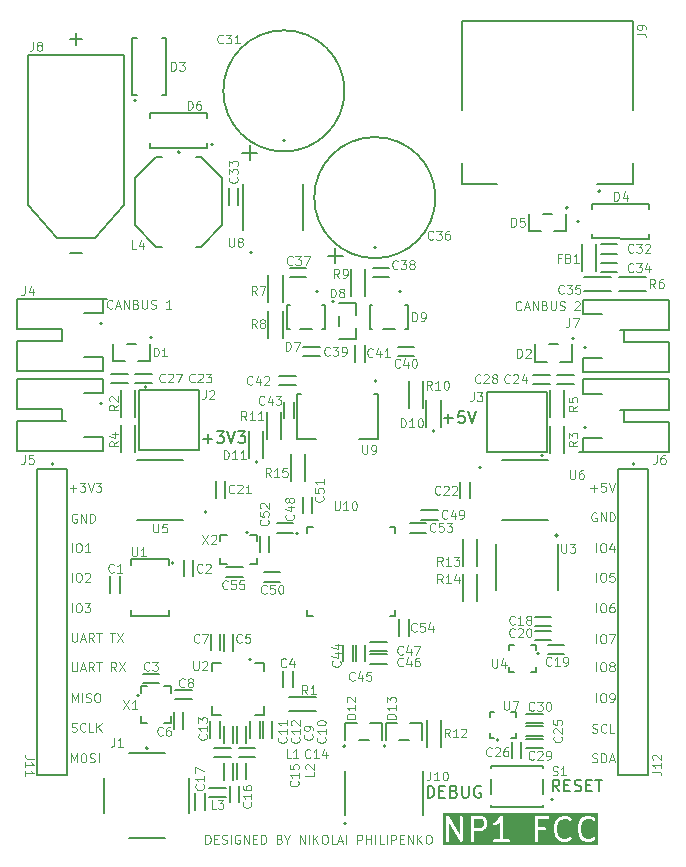
<source format=gbr>
%TF.GenerationSoftware,KiCad,Pcbnew,8.0.3-8.0.3-0~ubuntu22.04.1*%
%TF.CreationDate,2024-07-11T21:31:45-06:00*%
%TF.ProjectId,FCC_KiCAD,4643435f-4b69-4434-9144-2e6b69636164,rev?*%
%TF.SameCoordinates,Original*%
%TF.FileFunction,Legend,Top*%
%TF.FilePolarity,Positive*%
%FSLAX46Y46*%
G04 Gerber Fmt 4.6, Leading zero omitted, Abs format (unit mm)*
G04 Created by KiCad (PCBNEW 8.0.3-8.0.3-0~ubuntu22.04.1) date 2024-07-11 21:31:45*
%MOMM*%
%LPD*%
G01*
G04 APERTURE LIST*
%ADD10C,0.100000*%
%ADD11C,0.254000*%
%ADD12C,0.152400*%
%ADD13C,0.176200*%
G04 APERTURE END LIST*
D10*
X171737217Y-103488728D02*
X171665789Y-103453014D01*
X171665789Y-103453014D02*
X171558646Y-103453014D01*
X171558646Y-103453014D02*
X171451503Y-103488728D01*
X171451503Y-103488728D02*
X171380074Y-103560157D01*
X171380074Y-103560157D02*
X171344360Y-103631585D01*
X171344360Y-103631585D02*
X171308646Y-103774442D01*
X171308646Y-103774442D02*
X171308646Y-103881585D01*
X171308646Y-103881585D02*
X171344360Y-104024442D01*
X171344360Y-104024442D02*
X171380074Y-104095871D01*
X171380074Y-104095871D02*
X171451503Y-104167300D01*
X171451503Y-104167300D02*
X171558646Y-104203014D01*
X171558646Y-104203014D02*
X171630074Y-104203014D01*
X171630074Y-104203014D02*
X171737217Y-104167300D01*
X171737217Y-104167300D02*
X171772931Y-104131585D01*
X171772931Y-104131585D02*
X171772931Y-103881585D01*
X171772931Y-103881585D02*
X171630074Y-103881585D01*
X172094360Y-104203014D02*
X172094360Y-103453014D01*
X172094360Y-103453014D02*
X172522931Y-104203014D01*
X172522931Y-104203014D02*
X172522931Y-103453014D01*
X172880074Y-104203014D02*
X172880074Y-103453014D01*
X172880074Y-103453014D02*
X173058645Y-103453014D01*
X173058645Y-103453014D02*
X173165788Y-103488728D01*
X173165788Y-103488728D02*
X173237217Y-103560157D01*
X173237217Y-103560157D02*
X173272931Y-103631585D01*
X173272931Y-103631585D02*
X173308645Y-103774442D01*
X173308645Y-103774442D02*
X173308645Y-103881585D01*
X173308645Y-103881585D02*
X173272931Y-104024442D01*
X173272931Y-104024442D02*
X173237217Y-104095871D01*
X173237217Y-104095871D02*
X173165788Y-104167300D01*
X173165788Y-104167300D02*
X173058645Y-104203014D01*
X173058645Y-104203014D02*
X172880074Y-104203014D01*
X171744360Y-116903014D02*
X171744360Y-116153014D01*
X172244360Y-116153014D02*
X172387217Y-116153014D01*
X172387217Y-116153014D02*
X172458646Y-116188728D01*
X172458646Y-116188728D02*
X172530074Y-116260157D01*
X172530074Y-116260157D02*
X172565789Y-116403014D01*
X172565789Y-116403014D02*
X172565789Y-116653014D01*
X172565789Y-116653014D02*
X172530074Y-116795871D01*
X172530074Y-116795871D02*
X172458646Y-116867300D01*
X172458646Y-116867300D02*
X172387217Y-116903014D01*
X172387217Y-116903014D02*
X172244360Y-116903014D01*
X172244360Y-116903014D02*
X172172932Y-116867300D01*
X172172932Y-116867300D02*
X172101503Y-116795871D01*
X172101503Y-116795871D02*
X172065789Y-116653014D01*
X172065789Y-116653014D02*
X172065789Y-116403014D01*
X172065789Y-116403014D02*
X172101503Y-116260157D01*
X172101503Y-116260157D02*
X172172932Y-116188728D01*
X172172932Y-116188728D02*
X172244360Y-116153014D01*
X172994360Y-116474442D02*
X172922931Y-116438728D01*
X172922931Y-116438728D02*
X172887217Y-116403014D01*
X172887217Y-116403014D02*
X172851503Y-116331585D01*
X172851503Y-116331585D02*
X172851503Y-116295871D01*
X172851503Y-116295871D02*
X172887217Y-116224442D01*
X172887217Y-116224442D02*
X172922931Y-116188728D01*
X172922931Y-116188728D02*
X172994360Y-116153014D01*
X172994360Y-116153014D02*
X173137217Y-116153014D01*
X173137217Y-116153014D02*
X173208646Y-116188728D01*
X173208646Y-116188728D02*
X173244360Y-116224442D01*
X173244360Y-116224442D02*
X173280074Y-116295871D01*
X173280074Y-116295871D02*
X173280074Y-116331585D01*
X173280074Y-116331585D02*
X173244360Y-116403014D01*
X173244360Y-116403014D02*
X173208646Y-116438728D01*
X173208646Y-116438728D02*
X173137217Y-116474442D01*
X173137217Y-116474442D02*
X172994360Y-116474442D01*
X172994360Y-116474442D02*
X172922931Y-116510157D01*
X172922931Y-116510157D02*
X172887217Y-116545871D01*
X172887217Y-116545871D02*
X172851503Y-116617300D01*
X172851503Y-116617300D02*
X172851503Y-116760157D01*
X172851503Y-116760157D02*
X172887217Y-116831585D01*
X172887217Y-116831585D02*
X172922931Y-116867300D01*
X172922931Y-116867300D02*
X172994360Y-116903014D01*
X172994360Y-116903014D02*
X173137217Y-116903014D01*
X173137217Y-116903014D02*
X173208646Y-116867300D01*
X173208646Y-116867300D02*
X173244360Y-116831585D01*
X173244360Y-116831585D02*
X173280074Y-116760157D01*
X173280074Y-116760157D02*
X173280074Y-116617300D01*
X173280074Y-116617300D02*
X173244360Y-116545871D01*
X173244360Y-116545871D02*
X173208646Y-116510157D01*
X173208646Y-116510157D02*
X173137217Y-116474442D01*
X127144360Y-101417300D02*
X127715789Y-101417300D01*
X127430074Y-101703014D02*
X127430074Y-101131585D01*
X128001502Y-100953014D02*
X128465788Y-100953014D01*
X128465788Y-100953014D02*
X128215788Y-101238728D01*
X128215788Y-101238728D02*
X128322931Y-101238728D01*
X128322931Y-101238728D02*
X128394360Y-101274442D01*
X128394360Y-101274442D02*
X128430074Y-101310157D01*
X128430074Y-101310157D02*
X128465788Y-101381585D01*
X128465788Y-101381585D02*
X128465788Y-101560157D01*
X128465788Y-101560157D02*
X128430074Y-101631585D01*
X128430074Y-101631585D02*
X128394360Y-101667300D01*
X128394360Y-101667300D02*
X128322931Y-101703014D01*
X128322931Y-101703014D02*
X128108645Y-101703014D01*
X128108645Y-101703014D02*
X128037217Y-101667300D01*
X128037217Y-101667300D02*
X128001502Y-101631585D01*
X128680074Y-100953014D02*
X128930074Y-101703014D01*
X128930074Y-101703014D02*
X129180074Y-100953014D01*
X129358645Y-100953014D02*
X129822931Y-100953014D01*
X129822931Y-100953014D02*
X129572931Y-101238728D01*
X129572931Y-101238728D02*
X129680074Y-101238728D01*
X129680074Y-101238728D02*
X129751503Y-101274442D01*
X129751503Y-101274442D02*
X129787217Y-101310157D01*
X129787217Y-101310157D02*
X129822931Y-101381585D01*
X129822931Y-101381585D02*
X129822931Y-101560157D01*
X129822931Y-101560157D02*
X129787217Y-101631585D01*
X129787217Y-101631585D02*
X129751503Y-101667300D01*
X129751503Y-101667300D02*
X129680074Y-101703014D01*
X129680074Y-101703014D02*
X129465788Y-101703014D01*
X129465788Y-101703014D02*
X129394360Y-101667300D01*
X129394360Y-101667300D02*
X129358645Y-101631585D01*
X171408646Y-124567300D02*
X171515789Y-124603014D01*
X171515789Y-124603014D02*
X171694360Y-124603014D01*
X171694360Y-124603014D02*
X171765789Y-124567300D01*
X171765789Y-124567300D02*
X171801503Y-124531585D01*
X171801503Y-124531585D02*
X171837217Y-124460157D01*
X171837217Y-124460157D02*
X171837217Y-124388728D01*
X171837217Y-124388728D02*
X171801503Y-124317300D01*
X171801503Y-124317300D02*
X171765789Y-124281585D01*
X171765789Y-124281585D02*
X171694360Y-124245871D01*
X171694360Y-124245871D02*
X171551503Y-124210157D01*
X171551503Y-124210157D02*
X171480074Y-124174442D01*
X171480074Y-124174442D02*
X171444360Y-124138728D01*
X171444360Y-124138728D02*
X171408646Y-124067300D01*
X171408646Y-124067300D02*
X171408646Y-123995871D01*
X171408646Y-123995871D02*
X171444360Y-123924442D01*
X171444360Y-123924442D02*
X171480074Y-123888728D01*
X171480074Y-123888728D02*
X171551503Y-123853014D01*
X171551503Y-123853014D02*
X171730074Y-123853014D01*
X171730074Y-123853014D02*
X171837217Y-123888728D01*
X172158646Y-124603014D02*
X172158646Y-123853014D01*
X172158646Y-123853014D02*
X172337217Y-123853014D01*
X172337217Y-123853014D02*
X172444360Y-123888728D01*
X172444360Y-123888728D02*
X172515789Y-123960157D01*
X172515789Y-123960157D02*
X172551503Y-124031585D01*
X172551503Y-124031585D02*
X172587217Y-124174442D01*
X172587217Y-124174442D02*
X172587217Y-124281585D01*
X172587217Y-124281585D02*
X172551503Y-124424442D01*
X172551503Y-124424442D02*
X172515789Y-124495871D01*
X172515789Y-124495871D02*
X172444360Y-124567300D01*
X172444360Y-124567300D02*
X172337217Y-124603014D01*
X172337217Y-124603014D02*
X172158646Y-124603014D01*
X172872932Y-124388728D02*
X173230075Y-124388728D01*
X172801503Y-124603014D02*
X173051503Y-123853014D01*
X173051503Y-123853014D02*
X173301503Y-124603014D01*
X127344360Y-113653014D02*
X127344360Y-114260157D01*
X127344360Y-114260157D02*
X127380074Y-114331585D01*
X127380074Y-114331585D02*
X127415789Y-114367300D01*
X127415789Y-114367300D02*
X127487217Y-114403014D01*
X127487217Y-114403014D02*
X127630074Y-114403014D01*
X127630074Y-114403014D02*
X127701503Y-114367300D01*
X127701503Y-114367300D02*
X127737217Y-114331585D01*
X127737217Y-114331585D02*
X127772931Y-114260157D01*
X127772931Y-114260157D02*
X127772931Y-113653014D01*
X128094360Y-114188728D02*
X128451503Y-114188728D01*
X128022931Y-114403014D02*
X128272931Y-113653014D01*
X128272931Y-113653014D02*
X128522931Y-114403014D01*
X129201502Y-114403014D02*
X128951502Y-114045871D01*
X128772931Y-114403014D02*
X128772931Y-113653014D01*
X128772931Y-113653014D02*
X129058645Y-113653014D01*
X129058645Y-113653014D02*
X129130074Y-113688728D01*
X129130074Y-113688728D02*
X129165788Y-113724442D01*
X129165788Y-113724442D02*
X129201502Y-113795871D01*
X129201502Y-113795871D02*
X129201502Y-113903014D01*
X129201502Y-113903014D02*
X129165788Y-113974442D01*
X129165788Y-113974442D02*
X129130074Y-114010157D01*
X129130074Y-114010157D02*
X129058645Y-114045871D01*
X129058645Y-114045871D02*
X128772931Y-114045871D01*
X129415788Y-113653014D02*
X129844360Y-113653014D01*
X129630074Y-114403014D02*
X129630074Y-113653014D01*
X130558646Y-113653014D02*
X130987218Y-113653014D01*
X130772932Y-114403014D02*
X130772932Y-113653014D01*
X131165789Y-113653014D02*
X131665789Y-114403014D01*
X131665789Y-113653014D02*
X131165789Y-114403014D01*
X127308646Y-121967300D02*
X127415789Y-122003014D01*
X127415789Y-122003014D02*
X127594360Y-122003014D01*
X127594360Y-122003014D02*
X127665789Y-121967300D01*
X127665789Y-121967300D02*
X127701503Y-121931585D01*
X127701503Y-121931585D02*
X127737217Y-121860157D01*
X127737217Y-121860157D02*
X127737217Y-121788728D01*
X127737217Y-121788728D02*
X127701503Y-121717300D01*
X127701503Y-121717300D02*
X127665789Y-121681585D01*
X127665789Y-121681585D02*
X127594360Y-121645871D01*
X127594360Y-121645871D02*
X127451503Y-121610157D01*
X127451503Y-121610157D02*
X127380074Y-121574442D01*
X127380074Y-121574442D02*
X127344360Y-121538728D01*
X127344360Y-121538728D02*
X127308646Y-121467300D01*
X127308646Y-121467300D02*
X127308646Y-121395871D01*
X127308646Y-121395871D02*
X127344360Y-121324442D01*
X127344360Y-121324442D02*
X127380074Y-121288728D01*
X127380074Y-121288728D02*
X127451503Y-121253014D01*
X127451503Y-121253014D02*
X127630074Y-121253014D01*
X127630074Y-121253014D02*
X127737217Y-121288728D01*
X128487217Y-121931585D02*
X128451503Y-121967300D01*
X128451503Y-121967300D02*
X128344360Y-122003014D01*
X128344360Y-122003014D02*
X128272932Y-122003014D01*
X128272932Y-122003014D02*
X128165789Y-121967300D01*
X128165789Y-121967300D02*
X128094360Y-121895871D01*
X128094360Y-121895871D02*
X128058646Y-121824442D01*
X128058646Y-121824442D02*
X128022932Y-121681585D01*
X128022932Y-121681585D02*
X128022932Y-121574442D01*
X128022932Y-121574442D02*
X128058646Y-121431585D01*
X128058646Y-121431585D02*
X128094360Y-121360157D01*
X128094360Y-121360157D02*
X128165789Y-121288728D01*
X128165789Y-121288728D02*
X128272932Y-121253014D01*
X128272932Y-121253014D02*
X128344360Y-121253014D01*
X128344360Y-121253014D02*
X128451503Y-121288728D01*
X128451503Y-121288728D02*
X128487217Y-121324442D01*
X129165789Y-122003014D02*
X128808646Y-122003014D01*
X128808646Y-122003014D02*
X128808646Y-121253014D01*
X129415789Y-122003014D02*
X129415789Y-121253014D01*
X129844360Y-122003014D02*
X129522932Y-121574442D01*
X129844360Y-121253014D02*
X129415789Y-121681585D01*
X130772931Y-86131585D02*
X130737217Y-86167300D01*
X130737217Y-86167300D02*
X130630074Y-86203014D01*
X130630074Y-86203014D02*
X130558646Y-86203014D01*
X130558646Y-86203014D02*
X130451503Y-86167300D01*
X130451503Y-86167300D02*
X130380074Y-86095871D01*
X130380074Y-86095871D02*
X130344360Y-86024442D01*
X130344360Y-86024442D02*
X130308646Y-85881585D01*
X130308646Y-85881585D02*
X130308646Y-85774442D01*
X130308646Y-85774442D02*
X130344360Y-85631585D01*
X130344360Y-85631585D02*
X130380074Y-85560157D01*
X130380074Y-85560157D02*
X130451503Y-85488728D01*
X130451503Y-85488728D02*
X130558646Y-85453014D01*
X130558646Y-85453014D02*
X130630074Y-85453014D01*
X130630074Y-85453014D02*
X130737217Y-85488728D01*
X130737217Y-85488728D02*
X130772931Y-85524442D01*
X131058646Y-85988728D02*
X131415789Y-85988728D01*
X130987217Y-86203014D02*
X131237217Y-85453014D01*
X131237217Y-85453014D02*
X131487217Y-86203014D01*
X131737217Y-86203014D02*
X131737217Y-85453014D01*
X131737217Y-85453014D02*
X132165788Y-86203014D01*
X132165788Y-86203014D02*
X132165788Y-85453014D01*
X132772931Y-85810157D02*
X132880074Y-85845871D01*
X132880074Y-85845871D02*
X132915788Y-85881585D01*
X132915788Y-85881585D02*
X132951502Y-85953014D01*
X132951502Y-85953014D02*
X132951502Y-86060157D01*
X132951502Y-86060157D02*
X132915788Y-86131585D01*
X132915788Y-86131585D02*
X132880074Y-86167300D01*
X132880074Y-86167300D02*
X132808645Y-86203014D01*
X132808645Y-86203014D02*
X132522931Y-86203014D01*
X132522931Y-86203014D02*
X132522931Y-85453014D01*
X132522931Y-85453014D02*
X132772931Y-85453014D01*
X132772931Y-85453014D02*
X132844360Y-85488728D01*
X132844360Y-85488728D02*
X132880074Y-85524442D01*
X132880074Y-85524442D02*
X132915788Y-85595871D01*
X132915788Y-85595871D02*
X132915788Y-85667300D01*
X132915788Y-85667300D02*
X132880074Y-85738728D01*
X132880074Y-85738728D02*
X132844360Y-85774442D01*
X132844360Y-85774442D02*
X132772931Y-85810157D01*
X132772931Y-85810157D02*
X132522931Y-85810157D01*
X133272931Y-85453014D02*
X133272931Y-86060157D01*
X133272931Y-86060157D02*
X133308645Y-86131585D01*
X133308645Y-86131585D02*
X133344360Y-86167300D01*
X133344360Y-86167300D02*
X133415788Y-86203014D01*
X133415788Y-86203014D02*
X133558645Y-86203014D01*
X133558645Y-86203014D02*
X133630074Y-86167300D01*
X133630074Y-86167300D02*
X133665788Y-86131585D01*
X133665788Y-86131585D02*
X133701502Y-86060157D01*
X133701502Y-86060157D02*
X133701502Y-85453014D01*
X134022931Y-86167300D02*
X134130074Y-86203014D01*
X134130074Y-86203014D02*
X134308645Y-86203014D01*
X134308645Y-86203014D02*
X134380074Y-86167300D01*
X134380074Y-86167300D02*
X134415788Y-86131585D01*
X134415788Y-86131585D02*
X134451502Y-86060157D01*
X134451502Y-86060157D02*
X134451502Y-85988728D01*
X134451502Y-85988728D02*
X134415788Y-85917300D01*
X134415788Y-85917300D02*
X134380074Y-85881585D01*
X134380074Y-85881585D02*
X134308645Y-85845871D01*
X134308645Y-85845871D02*
X134165788Y-85810157D01*
X134165788Y-85810157D02*
X134094359Y-85774442D01*
X134094359Y-85774442D02*
X134058645Y-85738728D01*
X134058645Y-85738728D02*
X134022931Y-85667300D01*
X134022931Y-85667300D02*
X134022931Y-85595871D01*
X134022931Y-85595871D02*
X134058645Y-85524442D01*
X134058645Y-85524442D02*
X134094359Y-85488728D01*
X134094359Y-85488728D02*
X134165788Y-85453014D01*
X134165788Y-85453014D02*
X134344359Y-85453014D01*
X134344359Y-85453014D02*
X134451502Y-85488728D01*
X135737217Y-86203014D02*
X135308646Y-86203014D01*
X135522931Y-86203014D02*
X135522931Y-85453014D01*
X135522931Y-85453014D02*
X135451503Y-85560157D01*
X135451503Y-85560157D02*
X135380074Y-85631585D01*
X135380074Y-85631585D02*
X135308646Y-85667300D01*
D11*
G36*
X162112042Y-129437672D02*
G01*
X162179769Y-129503358D01*
X162254596Y-129649251D01*
X162256373Y-129875348D01*
X162185745Y-130020303D01*
X162120063Y-130088027D01*
X161974414Y-130162729D01*
X161364234Y-130164622D01*
X161363275Y-129368643D01*
X161966526Y-129366772D01*
X162112042Y-129437672D01*
G37*
G36*
X171871030Y-131591252D02*
G01*
X158794073Y-131591252D01*
X158794073Y-129242030D01*
X159016295Y-129242030D01*
X159018735Y-131266806D01*
X159037698Y-131312587D01*
X159072738Y-131347627D01*
X159118519Y-131366590D01*
X159168071Y-131366590D01*
X159213852Y-131347627D01*
X159248892Y-131312587D01*
X159267855Y-131266806D01*
X159270295Y-131242030D01*
X159268456Y-129716038D01*
X160174195Y-131297233D01*
X160180555Y-131312587D01*
X160186255Y-131318287D01*
X160190296Y-131325341D01*
X160203652Y-131335684D01*
X160215595Y-131347627D01*
X160223074Y-131350725D01*
X160229474Y-131355681D01*
X160245767Y-131360124D01*
X160261376Y-131366590D01*
X160269472Y-131366590D01*
X160277282Y-131368720D01*
X160294037Y-131366590D01*
X160310928Y-131366590D01*
X160318407Y-131363492D01*
X160326439Y-131362471D01*
X160341105Y-131354090D01*
X160356709Y-131347627D01*
X160362432Y-131341903D01*
X160369463Y-131337886D01*
X160379806Y-131324529D01*
X160391749Y-131312587D01*
X160394847Y-131305107D01*
X160399803Y-131298708D01*
X160404246Y-131282414D01*
X160410712Y-131266806D01*
X160411959Y-131254134D01*
X160412842Y-131250900D01*
X160412524Y-131248402D01*
X160413152Y-131242030D01*
X160410742Y-129242030D01*
X161111533Y-129242030D01*
X161113973Y-131266806D01*
X161132936Y-131312587D01*
X161167976Y-131347627D01*
X161213757Y-131366590D01*
X161263309Y-131366590D01*
X161309090Y-131347627D01*
X161344130Y-131312587D01*
X161363093Y-131266806D01*
X161365533Y-131242030D01*
X161364537Y-130416258D01*
X161980639Y-130414347D01*
X161984554Y-130415652D01*
X162003928Y-130414275D01*
X162025214Y-130414209D01*
X162029430Y-130412462D01*
X162033983Y-130412139D01*
X162057234Y-130403241D01*
X162246086Y-130306380D01*
X162261472Y-130300007D01*
X162266403Y-130295960D01*
X162268780Y-130294741D01*
X162270981Y-130292202D01*
X162280717Y-130284213D01*
X162375019Y-130186978D01*
X162386482Y-130177037D01*
X162389848Y-130171688D01*
X162391749Y-130169729D01*
X162393032Y-130166630D01*
X162399744Y-130155968D01*
X162484761Y-129981478D01*
X162486987Y-129979253D01*
X162493459Y-129963627D01*
X162503880Y-129942240D01*
X162504203Y-129937688D01*
X162505950Y-129933472D01*
X162508390Y-129908696D01*
X162507517Y-129797574D01*
X163017292Y-129797574D01*
X163020805Y-129847003D01*
X163042965Y-129891323D01*
X163080400Y-129923791D01*
X163127411Y-129939461D01*
X163176840Y-129935948D01*
X163200091Y-129927050D01*
X163388944Y-129830188D01*
X163404329Y-129823816D01*
X163409261Y-129819768D01*
X163411637Y-129818550D01*
X163413836Y-129816013D01*
X163423574Y-129808023D01*
X163588203Y-129640639D01*
X163589981Y-131116484D01*
X163118519Y-131117470D01*
X163072738Y-131136433D01*
X163037698Y-131171473D01*
X163018735Y-131217254D01*
X163018735Y-131266806D01*
X163037698Y-131312587D01*
X163072738Y-131347627D01*
X163118519Y-131366590D01*
X163143295Y-131369030D01*
X164310928Y-131366590D01*
X164356709Y-131347627D01*
X164391749Y-131312587D01*
X164410712Y-131266806D01*
X164410712Y-131217254D01*
X164391749Y-131171473D01*
X164356709Y-131136433D01*
X164310928Y-131117470D01*
X164286152Y-131115030D01*
X163841571Y-131115959D01*
X163839327Y-129254007D01*
X163841697Y-129242030D01*
X166540105Y-129242030D01*
X166542545Y-131266806D01*
X166561508Y-131312587D01*
X166596548Y-131347627D01*
X166642329Y-131366590D01*
X166691881Y-131366590D01*
X166737662Y-131347627D01*
X166772702Y-131312587D01*
X166791665Y-131266806D01*
X166794105Y-131242030D01*
X166792995Y-130320966D01*
X167358548Y-130318971D01*
X167404329Y-130300008D01*
X167439369Y-130264968D01*
X167458332Y-130219187D01*
X167458332Y-130169635D01*
X167439369Y-130123854D01*
X167414687Y-130099172D01*
X168159153Y-130099172D01*
X168161339Y-130377376D01*
X168159303Y-130391061D01*
X168161567Y-130406371D01*
X168161593Y-130409663D01*
X168162309Y-130411393D01*
X168162945Y-130415689D01*
X168257997Y-130786669D01*
X168258901Y-130799384D01*
X168266023Y-130817996D01*
X168266559Y-130820085D01*
X168267105Y-130820822D01*
X168267799Y-130822635D01*
X168364656Y-131011481D01*
X168371032Y-131026873D01*
X168375081Y-131031806D01*
X168376299Y-131034181D01*
X168378834Y-131036380D01*
X168386826Y-131046117D01*
X168565250Y-131221607D01*
X168566776Y-131224658D01*
X168580111Y-131236223D01*
X168596546Y-131252388D01*
X168600763Y-131254134D01*
X168604211Y-131257125D01*
X168626944Y-131267275D01*
X168911818Y-131359869D01*
X168928044Y-131366590D01*
X168934430Y-131367218D01*
X168936935Y-131368033D01*
X168940281Y-131367795D01*
X168952820Y-131369030D01*
X169142893Y-131366875D01*
X169159181Y-131368033D01*
X169165393Y-131366620D01*
X169168072Y-131366590D01*
X169171169Y-131365307D01*
X169183457Y-131362513D01*
X169450265Y-131271352D01*
X169453788Y-131271352D01*
X169470376Y-131264480D01*
X169491904Y-131257125D01*
X169495352Y-131254134D01*
X169499568Y-131252388D01*
X169518813Y-131236594D01*
X169629845Y-131122110D01*
X169648808Y-131076329D01*
X169648808Y-131026775D01*
X169629844Y-130980994D01*
X169594806Y-130945956D01*
X169549025Y-130926993D01*
X169499471Y-130926993D01*
X169453690Y-130945957D01*
X169434445Y-130961751D01*
X169363400Y-131035003D01*
X169128698Y-131115195D01*
X168978672Y-131116896D01*
X168738419Y-131038805D01*
X168583520Y-130886454D01*
X168503340Y-130730126D01*
X168413098Y-130377917D01*
X168411093Y-130122866D01*
X168416870Y-130099172D01*
X170159153Y-130099172D01*
X170161339Y-130377376D01*
X170159303Y-130391061D01*
X170161567Y-130406371D01*
X170161593Y-130409663D01*
X170162309Y-130411393D01*
X170162945Y-130415689D01*
X170257997Y-130786669D01*
X170258901Y-130799384D01*
X170266023Y-130817996D01*
X170266559Y-130820085D01*
X170267105Y-130820822D01*
X170267799Y-130822635D01*
X170364656Y-131011481D01*
X170371032Y-131026873D01*
X170375081Y-131031806D01*
X170376299Y-131034181D01*
X170378834Y-131036380D01*
X170386826Y-131046117D01*
X170565250Y-131221607D01*
X170566776Y-131224658D01*
X170580111Y-131236223D01*
X170596546Y-131252388D01*
X170600763Y-131254134D01*
X170604211Y-131257125D01*
X170626944Y-131267275D01*
X170911818Y-131359869D01*
X170928044Y-131366590D01*
X170934430Y-131367218D01*
X170936935Y-131368033D01*
X170940281Y-131367795D01*
X170952820Y-131369030D01*
X171142893Y-131366875D01*
X171159181Y-131368033D01*
X171165393Y-131366620D01*
X171168072Y-131366590D01*
X171171169Y-131365307D01*
X171183457Y-131362513D01*
X171450265Y-131271352D01*
X171453788Y-131271352D01*
X171470376Y-131264480D01*
X171491904Y-131257125D01*
X171495352Y-131254134D01*
X171499568Y-131252388D01*
X171518813Y-131236594D01*
X171629845Y-131122110D01*
X171648808Y-131076329D01*
X171648808Y-131026775D01*
X171629844Y-130980994D01*
X171594806Y-130945956D01*
X171549025Y-130926993D01*
X171499471Y-130926993D01*
X171453690Y-130945957D01*
X171434445Y-130961751D01*
X171363400Y-131035003D01*
X171128698Y-131115195D01*
X170978672Y-131116896D01*
X170738419Y-131038805D01*
X170583520Y-130886454D01*
X170503340Y-130730126D01*
X170413098Y-130377917D01*
X170411093Y-130122866D01*
X170496817Y-129771251D01*
X170576886Y-129606917D01*
X170731865Y-129449346D01*
X170967417Y-129368864D01*
X171117443Y-129367163D01*
X171358086Y-129445381D01*
X171453690Y-129538103D01*
X171499471Y-129557066D01*
X171549025Y-129557066D01*
X171594806Y-129538103D01*
X171629845Y-129503064D01*
X171648808Y-129457283D01*
X171648808Y-129407729D01*
X171629845Y-129361948D01*
X171614051Y-129342704D01*
X171530449Y-129261622D01*
X171529339Y-129259402D01*
X171518189Y-129249731D01*
X171499568Y-129231672D01*
X171495352Y-129229925D01*
X171491904Y-129226935D01*
X171469171Y-129216785D01*
X171184297Y-129124190D01*
X171168072Y-129117470D01*
X171161685Y-129116841D01*
X171159181Y-129116027D01*
X171155834Y-129116264D01*
X171143296Y-129115030D01*
X170953222Y-129117184D01*
X170936935Y-129116027D01*
X170930722Y-129117439D01*
X170928044Y-129117470D01*
X170924946Y-129118752D01*
X170912659Y-129121547D01*
X170645850Y-129212708D01*
X170642328Y-129212708D01*
X170625737Y-129219580D01*
X170604211Y-129226935D01*
X170600764Y-129229924D01*
X170596547Y-129231671D01*
X170577303Y-129247465D01*
X170389373Y-129438538D01*
X170376299Y-129449878D01*
X170372883Y-129455304D01*
X170371033Y-129457186D01*
X170369750Y-129460281D01*
X170363037Y-129470948D01*
X170273651Y-129654401D01*
X170266559Y-129663974D01*
X170259883Y-129682658D01*
X170258901Y-129684675D01*
X170258835Y-129685590D01*
X170258183Y-129687418D01*
X170167050Y-130061221D01*
X170161593Y-130074396D01*
X170160071Y-130089846D01*
X170159303Y-130092998D01*
X170159578Y-130094850D01*
X170159153Y-130099172D01*
X168416870Y-130099172D01*
X168496817Y-129771251D01*
X168576886Y-129606917D01*
X168731865Y-129449346D01*
X168967417Y-129368864D01*
X169117443Y-129367163D01*
X169358086Y-129445381D01*
X169453690Y-129538103D01*
X169499471Y-129557066D01*
X169549025Y-129557066D01*
X169594806Y-129538103D01*
X169629845Y-129503064D01*
X169648808Y-129457283D01*
X169648808Y-129407729D01*
X169629845Y-129361948D01*
X169614051Y-129342704D01*
X169530449Y-129261622D01*
X169529339Y-129259402D01*
X169518189Y-129249731D01*
X169499568Y-129231672D01*
X169495352Y-129229925D01*
X169491904Y-129226935D01*
X169469171Y-129216785D01*
X169184297Y-129124190D01*
X169168072Y-129117470D01*
X169161685Y-129116841D01*
X169159181Y-129116027D01*
X169155834Y-129116264D01*
X169143296Y-129115030D01*
X168953222Y-129117184D01*
X168936935Y-129116027D01*
X168930722Y-129117439D01*
X168928044Y-129117470D01*
X168924946Y-129118752D01*
X168912659Y-129121547D01*
X168645850Y-129212708D01*
X168642328Y-129212708D01*
X168625737Y-129219580D01*
X168604211Y-129226935D01*
X168600764Y-129229924D01*
X168596547Y-129231671D01*
X168577303Y-129247465D01*
X168389373Y-129438538D01*
X168376299Y-129449878D01*
X168372883Y-129455304D01*
X168371033Y-129457186D01*
X168369750Y-129460281D01*
X168363037Y-129470948D01*
X168273651Y-129654401D01*
X168266559Y-129663974D01*
X168259883Y-129682658D01*
X168258901Y-129684675D01*
X168258835Y-129685590D01*
X168258183Y-129687418D01*
X168167050Y-130061221D01*
X168161593Y-130074396D01*
X168160071Y-130089846D01*
X168159303Y-130092998D01*
X168159578Y-130094850D01*
X168159153Y-130099172D01*
X167414687Y-130099172D01*
X167404329Y-130088814D01*
X167358548Y-130069851D01*
X167333772Y-130067411D01*
X166792691Y-130069320D01*
X166791847Y-129368718D01*
X167644262Y-129366590D01*
X167690043Y-129347627D01*
X167725083Y-129312587D01*
X167744046Y-129266806D01*
X167744046Y-129217254D01*
X167725083Y-129171473D01*
X167690043Y-129136433D01*
X167644262Y-129117470D01*
X167619486Y-129115030D01*
X166642329Y-129117470D01*
X166596548Y-129136433D01*
X166561508Y-129171473D01*
X166542545Y-129217254D01*
X166540105Y-129242030D01*
X163841697Y-129242030D01*
X163841723Y-129241898D01*
X163839298Y-129229774D01*
X163839283Y-129217254D01*
X163834469Y-129205633D01*
X163832004Y-129193306D01*
X163825082Y-129182970D01*
X163820320Y-129171473D01*
X163811427Y-129162580D01*
X163804431Y-129152133D01*
X163794078Y-129145231D01*
X163785280Y-129136433D01*
X163773661Y-129131620D01*
X163763201Y-129124647D01*
X163750997Y-129122232D01*
X163739499Y-129117470D01*
X163726923Y-129117470D01*
X163714590Y-129115030D01*
X163702391Y-129117470D01*
X163689947Y-129117470D01*
X163678326Y-129122283D01*
X163665999Y-129124749D01*
X163655663Y-129131670D01*
X163644166Y-129136433D01*
X163635273Y-129145325D01*
X163624826Y-129152322D01*
X163609214Y-129171384D01*
X163609126Y-129171473D01*
X163609109Y-129171512D01*
X163609052Y-129171583D01*
X163433162Y-129439244D01*
X163263910Y-129611328D01*
X163065430Y-129713128D01*
X163032962Y-129750563D01*
X163017292Y-129797574D01*
X162507517Y-129797574D01*
X162506295Y-129642158D01*
X162507393Y-129638866D01*
X162506129Y-129621093D01*
X162505950Y-129598206D01*
X162504203Y-129593989D01*
X162503880Y-129589438D01*
X162494982Y-129566186D01*
X162398126Y-129377343D01*
X162391749Y-129361948D01*
X162387698Y-129357012D01*
X162386482Y-129354641D01*
X162383948Y-129352443D01*
X162375955Y-129342704D01*
X162278725Y-129248405D01*
X162268780Y-129236938D01*
X162263428Y-129233569D01*
X162261472Y-129231672D01*
X162258376Y-129230389D01*
X162247710Y-129223676D01*
X162073219Y-129138657D01*
X162070995Y-129136433D01*
X162055375Y-129129963D01*
X162033983Y-129119540D01*
X162029430Y-129119216D01*
X162025214Y-129117470D01*
X162000438Y-129115030D01*
X161213757Y-129117470D01*
X161167976Y-129136433D01*
X161132936Y-129171473D01*
X161113973Y-129217254D01*
X161111533Y-129242030D01*
X160410742Y-129242030D01*
X160410712Y-129217254D01*
X160391749Y-129171473D01*
X160356709Y-129136433D01*
X160310928Y-129117470D01*
X160261376Y-129117470D01*
X160215595Y-129136433D01*
X160180555Y-129171473D01*
X160161592Y-129217254D01*
X160159152Y-129242030D01*
X160160990Y-130768021D01*
X159255251Y-129186826D01*
X159248892Y-129171473D01*
X159243191Y-129165772D01*
X159239151Y-129158719D01*
X159225794Y-129148375D01*
X159213852Y-129136433D01*
X159206372Y-129133334D01*
X159199973Y-129128379D01*
X159183679Y-129123935D01*
X159168071Y-129117470D01*
X159159975Y-129117470D01*
X159152165Y-129115340D01*
X159135410Y-129117470D01*
X159118519Y-129117470D01*
X159111039Y-129120567D01*
X159103008Y-129121589D01*
X159088341Y-129129969D01*
X159072738Y-129136433D01*
X159067014Y-129142156D01*
X159059984Y-129146174D01*
X159049640Y-129159530D01*
X159037698Y-129171473D01*
X159034599Y-129178952D01*
X159029644Y-129185352D01*
X159025200Y-129201645D01*
X159018735Y-129217254D01*
X159017487Y-129229925D01*
X159016605Y-129233160D01*
X159016922Y-129235657D01*
X159016295Y-129242030D01*
X158794073Y-129242030D01*
X158794073Y-128892808D01*
X171871030Y-128892808D01*
X171871030Y-131591252D01*
G37*
D10*
X171244360Y-101417300D02*
X171815789Y-101417300D01*
X171530074Y-101703014D02*
X171530074Y-101131585D01*
X172530074Y-100953014D02*
X172172931Y-100953014D01*
X172172931Y-100953014D02*
X172137217Y-101310157D01*
X172137217Y-101310157D02*
X172172931Y-101274442D01*
X172172931Y-101274442D02*
X172244360Y-101238728D01*
X172244360Y-101238728D02*
X172422931Y-101238728D01*
X172422931Y-101238728D02*
X172494360Y-101274442D01*
X172494360Y-101274442D02*
X172530074Y-101310157D01*
X172530074Y-101310157D02*
X172565788Y-101381585D01*
X172565788Y-101381585D02*
X172565788Y-101560157D01*
X172565788Y-101560157D02*
X172530074Y-101631585D01*
X172530074Y-101631585D02*
X172494360Y-101667300D01*
X172494360Y-101667300D02*
X172422931Y-101703014D01*
X172422931Y-101703014D02*
X172244360Y-101703014D01*
X172244360Y-101703014D02*
X172172931Y-101667300D01*
X172172931Y-101667300D02*
X172137217Y-101631585D01*
X172780074Y-100953014D02*
X173030074Y-101703014D01*
X173030074Y-101703014D02*
X173280074Y-100953014D01*
X127244360Y-124603014D02*
X127244360Y-123853014D01*
X127244360Y-123853014D02*
X127494360Y-124388728D01*
X127494360Y-124388728D02*
X127744360Y-123853014D01*
X127744360Y-123853014D02*
X127744360Y-124603014D01*
X128244360Y-123853014D02*
X128387217Y-123853014D01*
X128387217Y-123853014D02*
X128458646Y-123888728D01*
X128458646Y-123888728D02*
X128530074Y-123960157D01*
X128530074Y-123960157D02*
X128565789Y-124103014D01*
X128565789Y-124103014D02*
X128565789Y-124353014D01*
X128565789Y-124353014D02*
X128530074Y-124495871D01*
X128530074Y-124495871D02*
X128458646Y-124567300D01*
X128458646Y-124567300D02*
X128387217Y-124603014D01*
X128387217Y-124603014D02*
X128244360Y-124603014D01*
X128244360Y-124603014D02*
X128172932Y-124567300D01*
X128172932Y-124567300D02*
X128101503Y-124495871D01*
X128101503Y-124495871D02*
X128065789Y-124353014D01*
X128065789Y-124353014D02*
X128065789Y-124103014D01*
X128065789Y-124103014D02*
X128101503Y-123960157D01*
X128101503Y-123960157D02*
X128172932Y-123888728D01*
X128172932Y-123888728D02*
X128244360Y-123853014D01*
X128851503Y-124567300D02*
X128958646Y-124603014D01*
X128958646Y-124603014D02*
X129137217Y-124603014D01*
X129137217Y-124603014D02*
X129208646Y-124567300D01*
X129208646Y-124567300D02*
X129244360Y-124531585D01*
X129244360Y-124531585D02*
X129280074Y-124460157D01*
X129280074Y-124460157D02*
X129280074Y-124388728D01*
X129280074Y-124388728D02*
X129244360Y-124317300D01*
X129244360Y-124317300D02*
X129208646Y-124281585D01*
X129208646Y-124281585D02*
X129137217Y-124245871D01*
X129137217Y-124245871D02*
X128994360Y-124210157D01*
X128994360Y-124210157D02*
X128922931Y-124174442D01*
X128922931Y-124174442D02*
X128887217Y-124138728D01*
X128887217Y-124138728D02*
X128851503Y-124067300D01*
X128851503Y-124067300D02*
X128851503Y-123995871D01*
X128851503Y-123995871D02*
X128887217Y-123924442D01*
X128887217Y-123924442D02*
X128922931Y-123888728D01*
X128922931Y-123888728D02*
X128994360Y-123853014D01*
X128994360Y-123853014D02*
X129172931Y-123853014D01*
X129172931Y-123853014D02*
X129280074Y-123888728D01*
X129601503Y-124603014D02*
X129601503Y-123853014D01*
D12*
X157460358Y-127598495D02*
X157460358Y-126598495D01*
X157460358Y-126598495D02*
X157698453Y-126598495D01*
X157698453Y-126598495D02*
X157841310Y-126646114D01*
X157841310Y-126646114D02*
X157936548Y-126741352D01*
X157936548Y-126741352D02*
X157984167Y-126836590D01*
X157984167Y-126836590D02*
X158031786Y-127027066D01*
X158031786Y-127027066D02*
X158031786Y-127169923D01*
X158031786Y-127169923D02*
X157984167Y-127360399D01*
X157984167Y-127360399D02*
X157936548Y-127455637D01*
X157936548Y-127455637D02*
X157841310Y-127550876D01*
X157841310Y-127550876D02*
X157698453Y-127598495D01*
X157698453Y-127598495D02*
X157460358Y-127598495D01*
X158460358Y-127074685D02*
X158793691Y-127074685D01*
X158936548Y-127598495D02*
X158460358Y-127598495D01*
X158460358Y-127598495D02*
X158460358Y-126598495D01*
X158460358Y-126598495D02*
X158936548Y-126598495D01*
X159698453Y-127074685D02*
X159841310Y-127122304D01*
X159841310Y-127122304D02*
X159888929Y-127169923D01*
X159888929Y-127169923D02*
X159936548Y-127265161D01*
X159936548Y-127265161D02*
X159936548Y-127408018D01*
X159936548Y-127408018D02*
X159888929Y-127503256D01*
X159888929Y-127503256D02*
X159841310Y-127550876D01*
X159841310Y-127550876D02*
X159746072Y-127598495D01*
X159746072Y-127598495D02*
X159365120Y-127598495D01*
X159365120Y-127598495D02*
X159365120Y-126598495D01*
X159365120Y-126598495D02*
X159698453Y-126598495D01*
X159698453Y-126598495D02*
X159793691Y-126646114D01*
X159793691Y-126646114D02*
X159841310Y-126693733D01*
X159841310Y-126693733D02*
X159888929Y-126788971D01*
X159888929Y-126788971D02*
X159888929Y-126884209D01*
X159888929Y-126884209D02*
X159841310Y-126979447D01*
X159841310Y-126979447D02*
X159793691Y-127027066D01*
X159793691Y-127027066D02*
X159698453Y-127074685D01*
X159698453Y-127074685D02*
X159365120Y-127074685D01*
X160365120Y-126598495D02*
X160365120Y-127408018D01*
X160365120Y-127408018D02*
X160412739Y-127503256D01*
X160412739Y-127503256D02*
X160460358Y-127550876D01*
X160460358Y-127550876D02*
X160555596Y-127598495D01*
X160555596Y-127598495D02*
X160746072Y-127598495D01*
X160746072Y-127598495D02*
X160841310Y-127550876D01*
X160841310Y-127550876D02*
X160888929Y-127503256D01*
X160888929Y-127503256D02*
X160936548Y-127408018D01*
X160936548Y-127408018D02*
X160936548Y-126598495D01*
X161936548Y-126646114D02*
X161841310Y-126598495D01*
X161841310Y-126598495D02*
X161698453Y-126598495D01*
X161698453Y-126598495D02*
X161555596Y-126646114D01*
X161555596Y-126646114D02*
X161460358Y-126741352D01*
X161460358Y-126741352D02*
X161412739Y-126836590D01*
X161412739Y-126836590D02*
X161365120Y-127027066D01*
X161365120Y-127027066D02*
X161365120Y-127169923D01*
X161365120Y-127169923D02*
X161412739Y-127360399D01*
X161412739Y-127360399D02*
X161460358Y-127455637D01*
X161460358Y-127455637D02*
X161555596Y-127550876D01*
X161555596Y-127550876D02*
X161698453Y-127598495D01*
X161698453Y-127598495D02*
X161793691Y-127598495D01*
X161793691Y-127598495D02*
X161936548Y-127550876D01*
X161936548Y-127550876D02*
X161984167Y-127503256D01*
X161984167Y-127503256D02*
X161984167Y-127169923D01*
X161984167Y-127169923D02*
X161793691Y-127169923D01*
X158838358Y-95488741D02*
X159600263Y-95488741D01*
X159219310Y-95869694D02*
X159219310Y-95107789D01*
X160552643Y-94869694D02*
X160076453Y-94869694D01*
X160076453Y-94869694D02*
X160028834Y-95345884D01*
X160028834Y-95345884D02*
X160076453Y-95298265D01*
X160076453Y-95298265D02*
X160171691Y-95250646D01*
X160171691Y-95250646D02*
X160409786Y-95250646D01*
X160409786Y-95250646D02*
X160505024Y-95298265D01*
X160505024Y-95298265D02*
X160552643Y-95345884D01*
X160552643Y-95345884D02*
X160600262Y-95441122D01*
X160600262Y-95441122D02*
X160600262Y-95679217D01*
X160600262Y-95679217D02*
X160552643Y-95774455D01*
X160552643Y-95774455D02*
X160505024Y-95822075D01*
X160505024Y-95822075D02*
X160409786Y-95869694D01*
X160409786Y-95869694D02*
X160171691Y-95869694D01*
X160171691Y-95869694D02*
X160076453Y-95822075D01*
X160076453Y-95822075D02*
X160028834Y-95774455D01*
X160885977Y-94869694D02*
X161219310Y-95869694D01*
X161219310Y-95869694D02*
X161552643Y-94869694D01*
D10*
X171744360Y-119503014D02*
X171744360Y-118753014D01*
X172244360Y-118753014D02*
X172387217Y-118753014D01*
X172387217Y-118753014D02*
X172458646Y-118788728D01*
X172458646Y-118788728D02*
X172530074Y-118860157D01*
X172530074Y-118860157D02*
X172565789Y-119003014D01*
X172565789Y-119003014D02*
X172565789Y-119253014D01*
X172565789Y-119253014D02*
X172530074Y-119395871D01*
X172530074Y-119395871D02*
X172458646Y-119467300D01*
X172458646Y-119467300D02*
X172387217Y-119503014D01*
X172387217Y-119503014D02*
X172244360Y-119503014D01*
X172244360Y-119503014D02*
X172172932Y-119467300D01*
X172172932Y-119467300D02*
X172101503Y-119395871D01*
X172101503Y-119395871D02*
X172065789Y-119253014D01*
X172065789Y-119253014D02*
X172065789Y-119003014D01*
X172065789Y-119003014D02*
X172101503Y-118860157D01*
X172101503Y-118860157D02*
X172172932Y-118788728D01*
X172172932Y-118788728D02*
X172244360Y-118753014D01*
X172922931Y-119503014D02*
X173065788Y-119503014D01*
X173065788Y-119503014D02*
X173137217Y-119467300D01*
X173137217Y-119467300D02*
X173172931Y-119431585D01*
X173172931Y-119431585D02*
X173244360Y-119324442D01*
X173244360Y-119324442D02*
X173280074Y-119181585D01*
X173280074Y-119181585D02*
X173280074Y-118895871D01*
X173280074Y-118895871D02*
X173244360Y-118824442D01*
X173244360Y-118824442D02*
X173208646Y-118788728D01*
X173208646Y-118788728D02*
X173137217Y-118753014D01*
X173137217Y-118753014D02*
X172994360Y-118753014D01*
X172994360Y-118753014D02*
X172922931Y-118788728D01*
X172922931Y-118788728D02*
X172887217Y-118824442D01*
X172887217Y-118824442D02*
X172851503Y-118895871D01*
X172851503Y-118895871D02*
X172851503Y-119074442D01*
X172851503Y-119074442D02*
X172887217Y-119145871D01*
X172887217Y-119145871D02*
X172922931Y-119181585D01*
X172922931Y-119181585D02*
X172994360Y-119217300D01*
X172994360Y-119217300D02*
X173137217Y-119217300D01*
X173137217Y-119217300D02*
X173208646Y-119181585D01*
X173208646Y-119181585D02*
X173244360Y-119145871D01*
X173244360Y-119145871D02*
X173280074Y-119074442D01*
D12*
X138438358Y-97188741D02*
X139200263Y-97188741D01*
X138819310Y-97569694D02*
X138819310Y-96807789D01*
X139581215Y-96569694D02*
X140200262Y-96569694D01*
X140200262Y-96569694D02*
X139866929Y-96950646D01*
X139866929Y-96950646D02*
X140009786Y-96950646D01*
X140009786Y-96950646D02*
X140105024Y-96998265D01*
X140105024Y-96998265D02*
X140152643Y-97045884D01*
X140152643Y-97045884D02*
X140200262Y-97141122D01*
X140200262Y-97141122D02*
X140200262Y-97379217D01*
X140200262Y-97379217D02*
X140152643Y-97474455D01*
X140152643Y-97474455D02*
X140105024Y-97522075D01*
X140105024Y-97522075D02*
X140009786Y-97569694D01*
X140009786Y-97569694D02*
X139724072Y-97569694D01*
X139724072Y-97569694D02*
X139628834Y-97522075D01*
X139628834Y-97522075D02*
X139581215Y-97474455D01*
X140485977Y-96569694D02*
X140819310Y-97569694D01*
X140819310Y-97569694D02*
X141152643Y-96569694D01*
X141390739Y-96569694D02*
X142009786Y-96569694D01*
X142009786Y-96569694D02*
X141676453Y-96950646D01*
X141676453Y-96950646D02*
X141819310Y-96950646D01*
X141819310Y-96950646D02*
X141914548Y-96998265D01*
X141914548Y-96998265D02*
X141962167Y-97045884D01*
X141962167Y-97045884D02*
X142009786Y-97141122D01*
X142009786Y-97141122D02*
X142009786Y-97379217D01*
X142009786Y-97379217D02*
X141962167Y-97474455D01*
X141962167Y-97474455D02*
X141914548Y-97522075D01*
X141914548Y-97522075D02*
X141819310Y-97569694D01*
X141819310Y-97569694D02*
X141533596Y-97569694D01*
X141533596Y-97569694D02*
X141438358Y-97522075D01*
X141438358Y-97522075D02*
X141390739Y-97474455D01*
D10*
X165372931Y-86231585D02*
X165337217Y-86267300D01*
X165337217Y-86267300D02*
X165230074Y-86303014D01*
X165230074Y-86303014D02*
X165158646Y-86303014D01*
X165158646Y-86303014D02*
X165051503Y-86267300D01*
X165051503Y-86267300D02*
X164980074Y-86195871D01*
X164980074Y-86195871D02*
X164944360Y-86124442D01*
X164944360Y-86124442D02*
X164908646Y-85981585D01*
X164908646Y-85981585D02*
X164908646Y-85874442D01*
X164908646Y-85874442D02*
X164944360Y-85731585D01*
X164944360Y-85731585D02*
X164980074Y-85660157D01*
X164980074Y-85660157D02*
X165051503Y-85588728D01*
X165051503Y-85588728D02*
X165158646Y-85553014D01*
X165158646Y-85553014D02*
X165230074Y-85553014D01*
X165230074Y-85553014D02*
X165337217Y-85588728D01*
X165337217Y-85588728D02*
X165372931Y-85624442D01*
X165658646Y-86088728D02*
X166015789Y-86088728D01*
X165587217Y-86303014D02*
X165837217Y-85553014D01*
X165837217Y-85553014D02*
X166087217Y-86303014D01*
X166337217Y-86303014D02*
X166337217Y-85553014D01*
X166337217Y-85553014D02*
X166765788Y-86303014D01*
X166765788Y-86303014D02*
X166765788Y-85553014D01*
X167372931Y-85910157D02*
X167480074Y-85945871D01*
X167480074Y-85945871D02*
X167515788Y-85981585D01*
X167515788Y-85981585D02*
X167551502Y-86053014D01*
X167551502Y-86053014D02*
X167551502Y-86160157D01*
X167551502Y-86160157D02*
X167515788Y-86231585D01*
X167515788Y-86231585D02*
X167480074Y-86267300D01*
X167480074Y-86267300D02*
X167408645Y-86303014D01*
X167408645Y-86303014D02*
X167122931Y-86303014D01*
X167122931Y-86303014D02*
X167122931Y-85553014D01*
X167122931Y-85553014D02*
X167372931Y-85553014D01*
X167372931Y-85553014D02*
X167444360Y-85588728D01*
X167444360Y-85588728D02*
X167480074Y-85624442D01*
X167480074Y-85624442D02*
X167515788Y-85695871D01*
X167515788Y-85695871D02*
X167515788Y-85767300D01*
X167515788Y-85767300D02*
X167480074Y-85838728D01*
X167480074Y-85838728D02*
X167444360Y-85874442D01*
X167444360Y-85874442D02*
X167372931Y-85910157D01*
X167372931Y-85910157D02*
X167122931Y-85910157D01*
X167872931Y-85553014D02*
X167872931Y-86160157D01*
X167872931Y-86160157D02*
X167908645Y-86231585D01*
X167908645Y-86231585D02*
X167944360Y-86267300D01*
X167944360Y-86267300D02*
X168015788Y-86303014D01*
X168015788Y-86303014D02*
X168158645Y-86303014D01*
X168158645Y-86303014D02*
X168230074Y-86267300D01*
X168230074Y-86267300D02*
X168265788Y-86231585D01*
X168265788Y-86231585D02*
X168301502Y-86160157D01*
X168301502Y-86160157D02*
X168301502Y-85553014D01*
X168622931Y-86267300D02*
X168730074Y-86303014D01*
X168730074Y-86303014D02*
X168908645Y-86303014D01*
X168908645Y-86303014D02*
X168980074Y-86267300D01*
X168980074Y-86267300D02*
X169015788Y-86231585D01*
X169015788Y-86231585D02*
X169051502Y-86160157D01*
X169051502Y-86160157D02*
X169051502Y-86088728D01*
X169051502Y-86088728D02*
X169015788Y-86017300D01*
X169015788Y-86017300D02*
X168980074Y-85981585D01*
X168980074Y-85981585D02*
X168908645Y-85945871D01*
X168908645Y-85945871D02*
X168765788Y-85910157D01*
X168765788Y-85910157D02*
X168694359Y-85874442D01*
X168694359Y-85874442D02*
X168658645Y-85838728D01*
X168658645Y-85838728D02*
X168622931Y-85767300D01*
X168622931Y-85767300D02*
X168622931Y-85695871D01*
X168622931Y-85695871D02*
X168658645Y-85624442D01*
X168658645Y-85624442D02*
X168694359Y-85588728D01*
X168694359Y-85588728D02*
X168765788Y-85553014D01*
X168765788Y-85553014D02*
X168944359Y-85553014D01*
X168944359Y-85553014D02*
X169051502Y-85588728D01*
X169908646Y-85624442D02*
X169944360Y-85588728D01*
X169944360Y-85588728D02*
X170015789Y-85553014D01*
X170015789Y-85553014D02*
X170194360Y-85553014D01*
X170194360Y-85553014D02*
X170265789Y-85588728D01*
X170265789Y-85588728D02*
X170301503Y-85624442D01*
X170301503Y-85624442D02*
X170337217Y-85695871D01*
X170337217Y-85695871D02*
X170337217Y-85767300D01*
X170337217Y-85767300D02*
X170301503Y-85874442D01*
X170301503Y-85874442D02*
X169872931Y-86303014D01*
X169872931Y-86303014D02*
X170337217Y-86303014D01*
X127344360Y-119503014D02*
X127344360Y-118753014D01*
X127344360Y-118753014D02*
X127594360Y-119288728D01*
X127594360Y-119288728D02*
X127844360Y-118753014D01*
X127844360Y-118753014D02*
X127844360Y-119503014D01*
X128201503Y-119503014D02*
X128201503Y-118753014D01*
X128522932Y-119467300D02*
X128630075Y-119503014D01*
X128630075Y-119503014D02*
X128808646Y-119503014D01*
X128808646Y-119503014D02*
X128880075Y-119467300D01*
X128880075Y-119467300D02*
X128915789Y-119431585D01*
X128915789Y-119431585D02*
X128951503Y-119360157D01*
X128951503Y-119360157D02*
X128951503Y-119288728D01*
X128951503Y-119288728D02*
X128915789Y-119217300D01*
X128915789Y-119217300D02*
X128880075Y-119181585D01*
X128880075Y-119181585D02*
X128808646Y-119145871D01*
X128808646Y-119145871D02*
X128665789Y-119110157D01*
X128665789Y-119110157D02*
X128594360Y-119074442D01*
X128594360Y-119074442D02*
X128558646Y-119038728D01*
X128558646Y-119038728D02*
X128522932Y-118967300D01*
X128522932Y-118967300D02*
X128522932Y-118895871D01*
X128522932Y-118895871D02*
X128558646Y-118824442D01*
X128558646Y-118824442D02*
X128594360Y-118788728D01*
X128594360Y-118788728D02*
X128665789Y-118753014D01*
X128665789Y-118753014D02*
X128844360Y-118753014D01*
X128844360Y-118753014D02*
X128951503Y-118788728D01*
X129415789Y-118753014D02*
X129558646Y-118753014D01*
X129558646Y-118753014D02*
X129630075Y-118788728D01*
X129630075Y-118788728D02*
X129701503Y-118860157D01*
X129701503Y-118860157D02*
X129737218Y-119003014D01*
X129737218Y-119003014D02*
X129737218Y-119253014D01*
X129737218Y-119253014D02*
X129701503Y-119395871D01*
X129701503Y-119395871D02*
X129630075Y-119467300D01*
X129630075Y-119467300D02*
X129558646Y-119503014D01*
X129558646Y-119503014D02*
X129415789Y-119503014D01*
X129415789Y-119503014D02*
X129344361Y-119467300D01*
X129344361Y-119467300D02*
X129272932Y-119395871D01*
X129272932Y-119395871D02*
X129237218Y-119253014D01*
X129237218Y-119253014D02*
X129237218Y-119003014D01*
X129237218Y-119003014D02*
X129272932Y-118860157D01*
X129272932Y-118860157D02*
X129344361Y-118788728D01*
X129344361Y-118788728D02*
X129415789Y-118753014D01*
X138644360Y-131503014D02*
X138644360Y-130753014D01*
X138644360Y-130753014D02*
X138822931Y-130753014D01*
X138822931Y-130753014D02*
X138930074Y-130788728D01*
X138930074Y-130788728D02*
X139001503Y-130860157D01*
X139001503Y-130860157D02*
X139037217Y-130931585D01*
X139037217Y-130931585D02*
X139072931Y-131074442D01*
X139072931Y-131074442D02*
X139072931Y-131181585D01*
X139072931Y-131181585D02*
X139037217Y-131324442D01*
X139037217Y-131324442D02*
X139001503Y-131395871D01*
X139001503Y-131395871D02*
X138930074Y-131467300D01*
X138930074Y-131467300D02*
X138822931Y-131503014D01*
X138822931Y-131503014D02*
X138644360Y-131503014D01*
X139394360Y-131110157D02*
X139644360Y-131110157D01*
X139751503Y-131503014D02*
X139394360Y-131503014D01*
X139394360Y-131503014D02*
X139394360Y-130753014D01*
X139394360Y-130753014D02*
X139751503Y-130753014D01*
X140037217Y-131467300D02*
X140144360Y-131503014D01*
X140144360Y-131503014D02*
X140322931Y-131503014D01*
X140322931Y-131503014D02*
X140394360Y-131467300D01*
X140394360Y-131467300D02*
X140430074Y-131431585D01*
X140430074Y-131431585D02*
X140465788Y-131360157D01*
X140465788Y-131360157D02*
X140465788Y-131288728D01*
X140465788Y-131288728D02*
X140430074Y-131217300D01*
X140430074Y-131217300D02*
X140394360Y-131181585D01*
X140394360Y-131181585D02*
X140322931Y-131145871D01*
X140322931Y-131145871D02*
X140180074Y-131110157D01*
X140180074Y-131110157D02*
X140108645Y-131074442D01*
X140108645Y-131074442D02*
X140072931Y-131038728D01*
X140072931Y-131038728D02*
X140037217Y-130967300D01*
X140037217Y-130967300D02*
X140037217Y-130895871D01*
X140037217Y-130895871D02*
X140072931Y-130824442D01*
X140072931Y-130824442D02*
X140108645Y-130788728D01*
X140108645Y-130788728D02*
X140180074Y-130753014D01*
X140180074Y-130753014D02*
X140358645Y-130753014D01*
X140358645Y-130753014D02*
X140465788Y-130788728D01*
X140787217Y-131503014D02*
X140787217Y-130753014D01*
X141537217Y-130788728D02*
X141465789Y-130753014D01*
X141465789Y-130753014D02*
X141358646Y-130753014D01*
X141358646Y-130753014D02*
X141251503Y-130788728D01*
X141251503Y-130788728D02*
X141180074Y-130860157D01*
X141180074Y-130860157D02*
X141144360Y-130931585D01*
X141144360Y-130931585D02*
X141108646Y-131074442D01*
X141108646Y-131074442D02*
X141108646Y-131181585D01*
X141108646Y-131181585D02*
X141144360Y-131324442D01*
X141144360Y-131324442D02*
X141180074Y-131395871D01*
X141180074Y-131395871D02*
X141251503Y-131467300D01*
X141251503Y-131467300D02*
X141358646Y-131503014D01*
X141358646Y-131503014D02*
X141430074Y-131503014D01*
X141430074Y-131503014D02*
X141537217Y-131467300D01*
X141537217Y-131467300D02*
X141572931Y-131431585D01*
X141572931Y-131431585D02*
X141572931Y-131181585D01*
X141572931Y-131181585D02*
X141430074Y-131181585D01*
X141894360Y-131503014D02*
X141894360Y-130753014D01*
X141894360Y-130753014D02*
X142322931Y-131503014D01*
X142322931Y-131503014D02*
X142322931Y-130753014D01*
X142680074Y-131110157D02*
X142930074Y-131110157D01*
X143037217Y-131503014D02*
X142680074Y-131503014D01*
X142680074Y-131503014D02*
X142680074Y-130753014D01*
X142680074Y-130753014D02*
X143037217Y-130753014D01*
X143358645Y-131503014D02*
X143358645Y-130753014D01*
X143358645Y-130753014D02*
X143537216Y-130753014D01*
X143537216Y-130753014D02*
X143644359Y-130788728D01*
X143644359Y-130788728D02*
X143715788Y-130860157D01*
X143715788Y-130860157D02*
X143751502Y-130931585D01*
X143751502Y-130931585D02*
X143787216Y-131074442D01*
X143787216Y-131074442D02*
X143787216Y-131181585D01*
X143787216Y-131181585D02*
X143751502Y-131324442D01*
X143751502Y-131324442D02*
X143715788Y-131395871D01*
X143715788Y-131395871D02*
X143644359Y-131467300D01*
X143644359Y-131467300D02*
X143537216Y-131503014D01*
X143537216Y-131503014D02*
X143358645Y-131503014D01*
X144930074Y-131110157D02*
X145037217Y-131145871D01*
X145037217Y-131145871D02*
X145072931Y-131181585D01*
X145072931Y-131181585D02*
X145108645Y-131253014D01*
X145108645Y-131253014D02*
X145108645Y-131360157D01*
X145108645Y-131360157D02*
X145072931Y-131431585D01*
X145072931Y-131431585D02*
X145037217Y-131467300D01*
X145037217Y-131467300D02*
X144965788Y-131503014D01*
X144965788Y-131503014D02*
X144680074Y-131503014D01*
X144680074Y-131503014D02*
X144680074Y-130753014D01*
X144680074Y-130753014D02*
X144930074Y-130753014D01*
X144930074Y-130753014D02*
X145001503Y-130788728D01*
X145001503Y-130788728D02*
X145037217Y-130824442D01*
X145037217Y-130824442D02*
X145072931Y-130895871D01*
X145072931Y-130895871D02*
X145072931Y-130967300D01*
X145072931Y-130967300D02*
X145037217Y-131038728D01*
X145037217Y-131038728D02*
X145001503Y-131074442D01*
X145001503Y-131074442D02*
X144930074Y-131110157D01*
X144930074Y-131110157D02*
X144680074Y-131110157D01*
X145572931Y-131145871D02*
X145572931Y-131503014D01*
X145322931Y-130753014D02*
X145572931Y-131145871D01*
X145572931Y-131145871D02*
X145822931Y-130753014D01*
X146644360Y-131503014D02*
X146644360Y-130753014D01*
X146644360Y-130753014D02*
X147072931Y-131503014D01*
X147072931Y-131503014D02*
X147072931Y-130753014D01*
X147430074Y-131503014D02*
X147430074Y-130753014D01*
X147787217Y-131503014D02*
X147787217Y-130753014D01*
X148215788Y-131503014D02*
X147894360Y-131074442D01*
X148215788Y-130753014D02*
X147787217Y-131181585D01*
X148680074Y-130753014D02*
X148822931Y-130753014D01*
X148822931Y-130753014D02*
X148894360Y-130788728D01*
X148894360Y-130788728D02*
X148965788Y-130860157D01*
X148965788Y-130860157D02*
X149001503Y-131003014D01*
X149001503Y-131003014D02*
X149001503Y-131253014D01*
X149001503Y-131253014D02*
X148965788Y-131395871D01*
X148965788Y-131395871D02*
X148894360Y-131467300D01*
X148894360Y-131467300D02*
X148822931Y-131503014D01*
X148822931Y-131503014D02*
X148680074Y-131503014D01*
X148680074Y-131503014D02*
X148608646Y-131467300D01*
X148608646Y-131467300D02*
X148537217Y-131395871D01*
X148537217Y-131395871D02*
X148501503Y-131253014D01*
X148501503Y-131253014D02*
X148501503Y-131003014D01*
X148501503Y-131003014D02*
X148537217Y-130860157D01*
X148537217Y-130860157D02*
X148608646Y-130788728D01*
X148608646Y-130788728D02*
X148680074Y-130753014D01*
X149680074Y-131503014D02*
X149322931Y-131503014D01*
X149322931Y-131503014D02*
X149322931Y-130753014D01*
X149894360Y-131288728D02*
X150251503Y-131288728D01*
X149822931Y-131503014D02*
X150072931Y-130753014D01*
X150072931Y-130753014D02*
X150322931Y-131503014D01*
X150572931Y-131503014D02*
X150572931Y-130753014D01*
X151501503Y-131503014D02*
X151501503Y-130753014D01*
X151501503Y-130753014D02*
X151787217Y-130753014D01*
X151787217Y-130753014D02*
X151858646Y-130788728D01*
X151858646Y-130788728D02*
X151894360Y-130824442D01*
X151894360Y-130824442D02*
X151930074Y-130895871D01*
X151930074Y-130895871D02*
X151930074Y-131003014D01*
X151930074Y-131003014D02*
X151894360Y-131074442D01*
X151894360Y-131074442D02*
X151858646Y-131110157D01*
X151858646Y-131110157D02*
X151787217Y-131145871D01*
X151787217Y-131145871D02*
X151501503Y-131145871D01*
X152251503Y-131503014D02*
X152251503Y-130753014D01*
X152251503Y-131110157D02*
X152680074Y-131110157D01*
X152680074Y-131503014D02*
X152680074Y-130753014D01*
X153037217Y-131503014D02*
X153037217Y-130753014D01*
X153751503Y-131503014D02*
X153394360Y-131503014D01*
X153394360Y-131503014D02*
X153394360Y-130753014D01*
X154001503Y-131503014D02*
X154001503Y-130753014D01*
X154358646Y-131503014D02*
X154358646Y-130753014D01*
X154358646Y-130753014D02*
X154644360Y-130753014D01*
X154644360Y-130753014D02*
X154715789Y-130788728D01*
X154715789Y-130788728D02*
X154751503Y-130824442D01*
X154751503Y-130824442D02*
X154787217Y-130895871D01*
X154787217Y-130895871D02*
X154787217Y-131003014D01*
X154787217Y-131003014D02*
X154751503Y-131074442D01*
X154751503Y-131074442D02*
X154715789Y-131110157D01*
X154715789Y-131110157D02*
X154644360Y-131145871D01*
X154644360Y-131145871D02*
X154358646Y-131145871D01*
X155108646Y-131110157D02*
X155358646Y-131110157D01*
X155465789Y-131503014D02*
X155108646Y-131503014D01*
X155108646Y-131503014D02*
X155108646Y-130753014D01*
X155108646Y-130753014D02*
X155465789Y-130753014D01*
X155787217Y-131503014D02*
X155787217Y-130753014D01*
X155787217Y-130753014D02*
X156215788Y-131503014D01*
X156215788Y-131503014D02*
X156215788Y-130753014D01*
X156572931Y-131503014D02*
X156572931Y-130753014D01*
X157001502Y-131503014D02*
X156680074Y-131074442D01*
X157001502Y-130753014D02*
X156572931Y-131181585D01*
X157465788Y-130753014D02*
X157608645Y-130753014D01*
X157608645Y-130753014D02*
X157680074Y-130788728D01*
X157680074Y-130788728D02*
X157751502Y-130860157D01*
X157751502Y-130860157D02*
X157787217Y-131003014D01*
X157787217Y-131003014D02*
X157787217Y-131253014D01*
X157787217Y-131253014D02*
X157751502Y-131395871D01*
X157751502Y-131395871D02*
X157680074Y-131467300D01*
X157680074Y-131467300D02*
X157608645Y-131503014D01*
X157608645Y-131503014D02*
X157465788Y-131503014D01*
X157465788Y-131503014D02*
X157394360Y-131467300D01*
X157394360Y-131467300D02*
X157322931Y-131395871D01*
X157322931Y-131395871D02*
X157287217Y-131253014D01*
X157287217Y-131253014D02*
X157287217Y-131003014D01*
X157287217Y-131003014D02*
X157322931Y-130860157D01*
X157322931Y-130860157D02*
X157394360Y-130788728D01*
X157394360Y-130788728D02*
X157465788Y-130753014D01*
X171408646Y-122067300D02*
X171515789Y-122103014D01*
X171515789Y-122103014D02*
X171694360Y-122103014D01*
X171694360Y-122103014D02*
X171765789Y-122067300D01*
X171765789Y-122067300D02*
X171801503Y-122031585D01*
X171801503Y-122031585D02*
X171837217Y-121960157D01*
X171837217Y-121960157D02*
X171837217Y-121888728D01*
X171837217Y-121888728D02*
X171801503Y-121817300D01*
X171801503Y-121817300D02*
X171765789Y-121781585D01*
X171765789Y-121781585D02*
X171694360Y-121745871D01*
X171694360Y-121745871D02*
X171551503Y-121710157D01*
X171551503Y-121710157D02*
X171480074Y-121674442D01*
X171480074Y-121674442D02*
X171444360Y-121638728D01*
X171444360Y-121638728D02*
X171408646Y-121567300D01*
X171408646Y-121567300D02*
X171408646Y-121495871D01*
X171408646Y-121495871D02*
X171444360Y-121424442D01*
X171444360Y-121424442D02*
X171480074Y-121388728D01*
X171480074Y-121388728D02*
X171551503Y-121353014D01*
X171551503Y-121353014D02*
X171730074Y-121353014D01*
X171730074Y-121353014D02*
X171837217Y-121388728D01*
X172587217Y-122031585D02*
X172551503Y-122067300D01*
X172551503Y-122067300D02*
X172444360Y-122103014D01*
X172444360Y-122103014D02*
X172372932Y-122103014D01*
X172372932Y-122103014D02*
X172265789Y-122067300D01*
X172265789Y-122067300D02*
X172194360Y-121995871D01*
X172194360Y-121995871D02*
X172158646Y-121924442D01*
X172158646Y-121924442D02*
X172122932Y-121781585D01*
X172122932Y-121781585D02*
X172122932Y-121674442D01*
X172122932Y-121674442D02*
X172158646Y-121531585D01*
X172158646Y-121531585D02*
X172194360Y-121460157D01*
X172194360Y-121460157D02*
X172265789Y-121388728D01*
X172265789Y-121388728D02*
X172372932Y-121353014D01*
X172372932Y-121353014D02*
X172444360Y-121353014D01*
X172444360Y-121353014D02*
X172551503Y-121388728D01*
X172551503Y-121388728D02*
X172587217Y-121424442D01*
X173265789Y-122103014D02*
X172908646Y-122103014D01*
X172908646Y-122103014D02*
X172908646Y-121353014D01*
X171744360Y-106803014D02*
X171744360Y-106053014D01*
X172244360Y-106053014D02*
X172387217Y-106053014D01*
X172387217Y-106053014D02*
X172458646Y-106088728D01*
X172458646Y-106088728D02*
X172530074Y-106160157D01*
X172530074Y-106160157D02*
X172565789Y-106303014D01*
X172565789Y-106303014D02*
X172565789Y-106553014D01*
X172565789Y-106553014D02*
X172530074Y-106695871D01*
X172530074Y-106695871D02*
X172458646Y-106767300D01*
X172458646Y-106767300D02*
X172387217Y-106803014D01*
X172387217Y-106803014D02*
X172244360Y-106803014D01*
X172244360Y-106803014D02*
X172172932Y-106767300D01*
X172172932Y-106767300D02*
X172101503Y-106695871D01*
X172101503Y-106695871D02*
X172065789Y-106553014D01*
X172065789Y-106553014D02*
X172065789Y-106303014D01*
X172065789Y-106303014D02*
X172101503Y-106160157D01*
X172101503Y-106160157D02*
X172172932Y-106088728D01*
X172172932Y-106088728D02*
X172244360Y-106053014D01*
X173208646Y-106303014D02*
X173208646Y-106803014D01*
X173030074Y-106017300D02*
X172851503Y-106553014D01*
X172851503Y-106553014D02*
X173315788Y-106553014D01*
X171744360Y-109303014D02*
X171744360Y-108553014D01*
X172244360Y-108553014D02*
X172387217Y-108553014D01*
X172387217Y-108553014D02*
X172458646Y-108588728D01*
X172458646Y-108588728D02*
X172530074Y-108660157D01*
X172530074Y-108660157D02*
X172565789Y-108803014D01*
X172565789Y-108803014D02*
X172565789Y-109053014D01*
X172565789Y-109053014D02*
X172530074Y-109195871D01*
X172530074Y-109195871D02*
X172458646Y-109267300D01*
X172458646Y-109267300D02*
X172387217Y-109303014D01*
X172387217Y-109303014D02*
X172244360Y-109303014D01*
X172244360Y-109303014D02*
X172172932Y-109267300D01*
X172172932Y-109267300D02*
X172101503Y-109195871D01*
X172101503Y-109195871D02*
X172065789Y-109053014D01*
X172065789Y-109053014D02*
X172065789Y-108803014D01*
X172065789Y-108803014D02*
X172101503Y-108660157D01*
X172101503Y-108660157D02*
X172172932Y-108588728D01*
X172172932Y-108588728D02*
X172244360Y-108553014D01*
X173244360Y-108553014D02*
X172887217Y-108553014D01*
X172887217Y-108553014D02*
X172851503Y-108910157D01*
X172851503Y-108910157D02*
X172887217Y-108874442D01*
X172887217Y-108874442D02*
X172958646Y-108838728D01*
X172958646Y-108838728D02*
X173137217Y-108838728D01*
X173137217Y-108838728D02*
X173208646Y-108874442D01*
X173208646Y-108874442D02*
X173244360Y-108910157D01*
X173244360Y-108910157D02*
X173280074Y-108981585D01*
X173280074Y-108981585D02*
X173280074Y-109160157D01*
X173280074Y-109160157D02*
X173244360Y-109231585D01*
X173244360Y-109231585D02*
X173208646Y-109267300D01*
X173208646Y-109267300D02*
X173137217Y-109303014D01*
X173137217Y-109303014D02*
X172958646Y-109303014D01*
X172958646Y-109303014D02*
X172887217Y-109267300D01*
X172887217Y-109267300D02*
X172851503Y-109231585D01*
D12*
X168609786Y-127069694D02*
X168276453Y-126593503D01*
X168038358Y-127069694D02*
X168038358Y-126069694D01*
X168038358Y-126069694D02*
X168419310Y-126069694D01*
X168419310Y-126069694D02*
X168514548Y-126117313D01*
X168514548Y-126117313D02*
X168562167Y-126164932D01*
X168562167Y-126164932D02*
X168609786Y-126260170D01*
X168609786Y-126260170D02*
X168609786Y-126403027D01*
X168609786Y-126403027D02*
X168562167Y-126498265D01*
X168562167Y-126498265D02*
X168514548Y-126545884D01*
X168514548Y-126545884D02*
X168419310Y-126593503D01*
X168419310Y-126593503D02*
X168038358Y-126593503D01*
X169038358Y-126545884D02*
X169371691Y-126545884D01*
X169514548Y-127069694D02*
X169038358Y-127069694D01*
X169038358Y-127069694D02*
X169038358Y-126069694D01*
X169038358Y-126069694D02*
X169514548Y-126069694D01*
X169895501Y-127022075D02*
X170038358Y-127069694D01*
X170038358Y-127069694D02*
X170276453Y-127069694D01*
X170276453Y-127069694D02*
X170371691Y-127022075D01*
X170371691Y-127022075D02*
X170419310Y-126974455D01*
X170419310Y-126974455D02*
X170466929Y-126879217D01*
X170466929Y-126879217D02*
X170466929Y-126783979D01*
X170466929Y-126783979D02*
X170419310Y-126688741D01*
X170419310Y-126688741D02*
X170371691Y-126641122D01*
X170371691Y-126641122D02*
X170276453Y-126593503D01*
X170276453Y-126593503D02*
X170085977Y-126545884D01*
X170085977Y-126545884D02*
X169990739Y-126498265D01*
X169990739Y-126498265D02*
X169943120Y-126450646D01*
X169943120Y-126450646D02*
X169895501Y-126355408D01*
X169895501Y-126355408D02*
X169895501Y-126260170D01*
X169895501Y-126260170D02*
X169943120Y-126164932D01*
X169943120Y-126164932D02*
X169990739Y-126117313D01*
X169990739Y-126117313D02*
X170085977Y-126069694D01*
X170085977Y-126069694D02*
X170324072Y-126069694D01*
X170324072Y-126069694D02*
X170466929Y-126117313D01*
X170895501Y-126545884D02*
X171228834Y-126545884D01*
X171371691Y-127069694D02*
X170895501Y-127069694D01*
X170895501Y-127069694D02*
X170895501Y-126069694D01*
X170895501Y-126069694D02*
X171371691Y-126069694D01*
X171657406Y-126069694D02*
X172228834Y-126069694D01*
X171943120Y-127069694D02*
X171943120Y-126069694D01*
D10*
X127344360Y-106803014D02*
X127344360Y-106053014D01*
X127844360Y-106053014D02*
X127987217Y-106053014D01*
X127987217Y-106053014D02*
X128058646Y-106088728D01*
X128058646Y-106088728D02*
X128130074Y-106160157D01*
X128130074Y-106160157D02*
X128165789Y-106303014D01*
X128165789Y-106303014D02*
X128165789Y-106553014D01*
X128165789Y-106553014D02*
X128130074Y-106695871D01*
X128130074Y-106695871D02*
X128058646Y-106767300D01*
X128058646Y-106767300D02*
X127987217Y-106803014D01*
X127987217Y-106803014D02*
X127844360Y-106803014D01*
X127844360Y-106803014D02*
X127772932Y-106767300D01*
X127772932Y-106767300D02*
X127701503Y-106695871D01*
X127701503Y-106695871D02*
X127665789Y-106553014D01*
X127665789Y-106553014D02*
X127665789Y-106303014D01*
X127665789Y-106303014D02*
X127701503Y-106160157D01*
X127701503Y-106160157D02*
X127772932Y-106088728D01*
X127772932Y-106088728D02*
X127844360Y-106053014D01*
X128880074Y-106803014D02*
X128451503Y-106803014D01*
X128665788Y-106803014D02*
X128665788Y-106053014D01*
X128665788Y-106053014D02*
X128594360Y-106160157D01*
X128594360Y-106160157D02*
X128522931Y-106231585D01*
X128522931Y-106231585D02*
X128451503Y-106267300D01*
X127344360Y-109303014D02*
X127344360Y-108553014D01*
X127844360Y-108553014D02*
X127987217Y-108553014D01*
X127987217Y-108553014D02*
X128058646Y-108588728D01*
X128058646Y-108588728D02*
X128130074Y-108660157D01*
X128130074Y-108660157D02*
X128165789Y-108803014D01*
X128165789Y-108803014D02*
X128165789Y-109053014D01*
X128165789Y-109053014D02*
X128130074Y-109195871D01*
X128130074Y-109195871D02*
X128058646Y-109267300D01*
X128058646Y-109267300D02*
X127987217Y-109303014D01*
X127987217Y-109303014D02*
X127844360Y-109303014D01*
X127844360Y-109303014D02*
X127772932Y-109267300D01*
X127772932Y-109267300D02*
X127701503Y-109195871D01*
X127701503Y-109195871D02*
X127665789Y-109053014D01*
X127665789Y-109053014D02*
X127665789Y-108803014D01*
X127665789Y-108803014D02*
X127701503Y-108660157D01*
X127701503Y-108660157D02*
X127772932Y-108588728D01*
X127772932Y-108588728D02*
X127844360Y-108553014D01*
X128451503Y-108624442D02*
X128487217Y-108588728D01*
X128487217Y-108588728D02*
X128558646Y-108553014D01*
X128558646Y-108553014D02*
X128737217Y-108553014D01*
X128737217Y-108553014D02*
X128808646Y-108588728D01*
X128808646Y-108588728D02*
X128844360Y-108624442D01*
X128844360Y-108624442D02*
X128880074Y-108695871D01*
X128880074Y-108695871D02*
X128880074Y-108767300D01*
X128880074Y-108767300D02*
X128844360Y-108874442D01*
X128844360Y-108874442D02*
X128415788Y-109303014D01*
X128415788Y-109303014D02*
X128880074Y-109303014D01*
X127737217Y-103588728D02*
X127665789Y-103553014D01*
X127665789Y-103553014D02*
X127558646Y-103553014D01*
X127558646Y-103553014D02*
X127451503Y-103588728D01*
X127451503Y-103588728D02*
X127380074Y-103660157D01*
X127380074Y-103660157D02*
X127344360Y-103731585D01*
X127344360Y-103731585D02*
X127308646Y-103874442D01*
X127308646Y-103874442D02*
X127308646Y-103981585D01*
X127308646Y-103981585D02*
X127344360Y-104124442D01*
X127344360Y-104124442D02*
X127380074Y-104195871D01*
X127380074Y-104195871D02*
X127451503Y-104267300D01*
X127451503Y-104267300D02*
X127558646Y-104303014D01*
X127558646Y-104303014D02*
X127630074Y-104303014D01*
X127630074Y-104303014D02*
X127737217Y-104267300D01*
X127737217Y-104267300D02*
X127772931Y-104231585D01*
X127772931Y-104231585D02*
X127772931Y-103981585D01*
X127772931Y-103981585D02*
X127630074Y-103981585D01*
X128094360Y-104303014D02*
X128094360Y-103553014D01*
X128094360Y-103553014D02*
X128522931Y-104303014D01*
X128522931Y-104303014D02*
X128522931Y-103553014D01*
X128880074Y-104303014D02*
X128880074Y-103553014D01*
X128880074Y-103553014D02*
X129058645Y-103553014D01*
X129058645Y-103553014D02*
X129165788Y-103588728D01*
X129165788Y-103588728D02*
X129237217Y-103660157D01*
X129237217Y-103660157D02*
X129272931Y-103731585D01*
X129272931Y-103731585D02*
X129308645Y-103874442D01*
X129308645Y-103874442D02*
X129308645Y-103981585D01*
X129308645Y-103981585D02*
X129272931Y-104124442D01*
X129272931Y-104124442D02*
X129237217Y-104195871D01*
X129237217Y-104195871D02*
X129165788Y-104267300D01*
X129165788Y-104267300D02*
X129058645Y-104303014D01*
X129058645Y-104303014D02*
X128880074Y-104303014D01*
X171744360Y-111903014D02*
X171744360Y-111153014D01*
X172244360Y-111153014D02*
X172387217Y-111153014D01*
X172387217Y-111153014D02*
X172458646Y-111188728D01*
X172458646Y-111188728D02*
X172530074Y-111260157D01*
X172530074Y-111260157D02*
X172565789Y-111403014D01*
X172565789Y-111403014D02*
X172565789Y-111653014D01*
X172565789Y-111653014D02*
X172530074Y-111795871D01*
X172530074Y-111795871D02*
X172458646Y-111867300D01*
X172458646Y-111867300D02*
X172387217Y-111903014D01*
X172387217Y-111903014D02*
X172244360Y-111903014D01*
X172244360Y-111903014D02*
X172172932Y-111867300D01*
X172172932Y-111867300D02*
X172101503Y-111795871D01*
X172101503Y-111795871D02*
X172065789Y-111653014D01*
X172065789Y-111653014D02*
X172065789Y-111403014D01*
X172065789Y-111403014D02*
X172101503Y-111260157D01*
X172101503Y-111260157D02*
X172172932Y-111188728D01*
X172172932Y-111188728D02*
X172244360Y-111153014D01*
X173208646Y-111153014D02*
X173065788Y-111153014D01*
X173065788Y-111153014D02*
X172994360Y-111188728D01*
X172994360Y-111188728D02*
X172958646Y-111224442D01*
X172958646Y-111224442D02*
X172887217Y-111331585D01*
X172887217Y-111331585D02*
X172851503Y-111474442D01*
X172851503Y-111474442D02*
X172851503Y-111760157D01*
X172851503Y-111760157D02*
X172887217Y-111831585D01*
X172887217Y-111831585D02*
X172922931Y-111867300D01*
X172922931Y-111867300D02*
X172994360Y-111903014D01*
X172994360Y-111903014D02*
X173137217Y-111903014D01*
X173137217Y-111903014D02*
X173208646Y-111867300D01*
X173208646Y-111867300D02*
X173244360Y-111831585D01*
X173244360Y-111831585D02*
X173280074Y-111760157D01*
X173280074Y-111760157D02*
X173280074Y-111581585D01*
X173280074Y-111581585D02*
X173244360Y-111510157D01*
X173244360Y-111510157D02*
X173208646Y-111474442D01*
X173208646Y-111474442D02*
X173137217Y-111438728D01*
X173137217Y-111438728D02*
X172994360Y-111438728D01*
X172994360Y-111438728D02*
X172922931Y-111474442D01*
X172922931Y-111474442D02*
X172887217Y-111510157D01*
X172887217Y-111510157D02*
X172851503Y-111581585D01*
X171744360Y-114503014D02*
X171744360Y-113753014D01*
X172244360Y-113753014D02*
X172387217Y-113753014D01*
X172387217Y-113753014D02*
X172458646Y-113788728D01*
X172458646Y-113788728D02*
X172530074Y-113860157D01*
X172530074Y-113860157D02*
X172565789Y-114003014D01*
X172565789Y-114003014D02*
X172565789Y-114253014D01*
X172565789Y-114253014D02*
X172530074Y-114395871D01*
X172530074Y-114395871D02*
X172458646Y-114467300D01*
X172458646Y-114467300D02*
X172387217Y-114503014D01*
X172387217Y-114503014D02*
X172244360Y-114503014D01*
X172244360Y-114503014D02*
X172172932Y-114467300D01*
X172172932Y-114467300D02*
X172101503Y-114395871D01*
X172101503Y-114395871D02*
X172065789Y-114253014D01*
X172065789Y-114253014D02*
X172065789Y-114003014D01*
X172065789Y-114003014D02*
X172101503Y-113860157D01*
X172101503Y-113860157D02*
X172172932Y-113788728D01*
X172172932Y-113788728D02*
X172244360Y-113753014D01*
X172815788Y-113753014D02*
X173315788Y-113753014D01*
X173315788Y-113753014D02*
X172994360Y-114503014D01*
X127344360Y-111903014D02*
X127344360Y-111153014D01*
X127844360Y-111153014D02*
X127987217Y-111153014D01*
X127987217Y-111153014D02*
X128058646Y-111188728D01*
X128058646Y-111188728D02*
X128130074Y-111260157D01*
X128130074Y-111260157D02*
X128165789Y-111403014D01*
X128165789Y-111403014D02*
X128165789Y-111653014D01*
X128165789Y-111653014D02*
X128130074Y-111795871D01*
X128130074Y-111795871D02*
X128058646Y-111867300D01*
X128058646Y-111867300D02*
X127987217Y-111903014D01*
X127987217Y-111903014D02*
X127844360Y-111903014D01*
X127844360Y-111903014D02*
X127772932Y-111867300D01*
X127772932Y-111867300D02*
X127701503Y-111795871D01*
X127701503Y-111795871D02*
X127665789Y-111653014D01*
X127665789Y-111653014D02*
X127665789Y-111403014D01*
X127665789Y-111403014D02*
X127701503Y-111260157D01*
X127701503Y-111260157D02*
X127772932Y-111188728D01*
X127772932Y-111188728D02*
X127844360Y-111153014D01*
X128415788Y-111153014D02*
X128880074Y-111153014D01*
X128880074Y-111153014D02*
X128630074Y-111438728D01*
X128630074Y-111438728D02*
X128737217Y-111438728D01*
X128737217Y-111438728D02*
X128808646Y-111474442D01*
X128808646Y-111474442D02*
X128844360Y-111510157D01*
X128844360Y-111510157D02*
X128880074Y-111581585D01*
X128880074Y-111581585D02*
X128880074Y-111760157D01*
X128880074Y-111760157D02*
X128844360Y-111831585D01*
X128844360Y-111831585D02*
X128808646Y-111867300D01*
X128808646Y-111867300D02*
X128737217Y-111903014D01*
X128737217Y-111903014D02*
X128522931Y-111903014D01*
X128522931Y-111903014D02*
X128451503Y-111867300D01*
X128451503Y-111867300D02*
X128415788Y-111831585D01*
X127344360Y-116153014D02*
X127344360Y-116760157D01*
X127344360Y-116760157D02*
X127380074Y-116831585D01*
X127380074Y-116831585D02*
X127415789Y-116867300D01*
X127415789Y-116867300D02*
X127487217Y-116903014D01*
X127487217Y-116903014D02*
X127630074Y-116903014D01*
X127630074Y-116903014D02*
X127701503Y-116867300D01*
X127701503Y-116867300D02*
X127737217Y-116831585D01*
X127737217Y-116831585D02*
X127772931Y-116760157D01*
X127772931Y-116760157D02*
X127772931Y-116153014D01*
X128094360Y-116688728D02*
X128451503Y-116688728D01*
X128022931Y-116903014D02*
X128272931Y-116153014D01*
X128272931Y-116153014D02*
X128522931Y-116903014D01*
X129201502Y-116903014D02*
X128951502Y-116545871D01*
X128772931Y-116903014D02*
X128772931Y-116153014D01*
X128772931Y-116153014D02*
X129058645Y-116153014D01*
X129058645Y-116153014D02*
X129130074Y-116188728D01*
X129130074Y-116188728D02*
X129165788Y-116224442D01*
X129165788Y-116224442D02*
X129201502Y-116295871D01*
X129201502Y-116295871D02*
X129201502Y-116403014D01*
X129201502Y-116403014D02*
X129165788Y-116474442D01*
X129165788Y-116474442D02*
X129130074Y-116510157D01*
X129130074Y-116510157D02*
X129058645Y-116545871D01*
X129058645Y-116545871D02*
X128772931Y-116545871D01*
X129415788Y-116153014D02*
X129844360Y-116153014D01*
X129630074Y-116903014D02*
X129630074Y-116153014D01*
X131094360Y-116903014D02*
X130844360Y-116545871D01*
X130665789Y-116903014D02*
X130665789Y-116153014D01*
X130665789Y-116153014D02*
X130951503Y-116153014D01*
X130951503Y-116153014D02*
X131022932Y-116188728D01*
X131022932Y-116188728D02*
X131058646Y-116224442D01*
X131058646Y-116224442D02*
X131094360Y-116295871D01*
X131094360Y-116295871D02*
X131094360Y-116403014D01*
X131094360Y-116403014D02*
X131058646Y-116474442D01*
X131058646Y-116474442D02*
X131022932Y-116510157D01*
X131022932Y-116510157D02*
X130951503Y-116545871D01*
X130951503Y-116545871D02*
X130665789Y-116545871D01*
X131344360Y-116153014D02*
X131844360Y-116903014D01*
X131844360Y-116153014D02*
X131344360Y-116903014D01*
X162928571Y-115841764D02*
X162928571Y-116448907D01*
X162928571Y-116448907D02*
X162964285Y-116520335D01*
X162964285Y-116520335D02*
X163000000Y-116556050D01*
X163000000Y-116556050D02*
X163071428Y-116591764D01*
X163071428Y-116591764D02*
X163214285Y-116591764D01*
X163214285Y-116591764D02*
X163285714Y-116556050D01*
X163285714Y-116556050D02*
X163321428Y-116520335D01*
X163321428Y-116520335D02*
X163357142Y-116448907D01*
X163357142Y-116448907D02*
X163357142Y-115841764D01*
X164035714Y-116091764D02*
X164035714Y-116591764D01*
X163857142Y-115806050D02*
X163678571Y-116341764D01*
X163678571Y-116341764D02*
X164142856Y-116341764D01*
X132428571Y-106391764D02*
X132428571Y-106998907D01*
X132428571Y-106998907D02*
X132464285Y-107070335D01*
X132464285Y-107070335D02*
X132500000Y-107106050D01*
X132500000Y-107106050D02*
X132571428Y-107141764D01*
X132571428Y-107141764D02*
X132714285Y-107141764D01*
X132714285Y-107141764D02*
X132785714Y-107106050D01*
X132785714Y-107106050D02*
X132821428Y-107070335D01*
X132821428Y-107070335D02*
X132857142Y-106998907D01*
X132857142Y-106998907D02*
X132857142Y-106391764D01*
X133607142Y-107141764D02*
X133178571Y-107141764D01*
X133392856Y-107141764D02*
X133392856Y-106391764D01*
X133392856Y-106391764D02*
X133321428Y-106498907D01*
X133321428Y-106498907D02*
X133249999Y-106570335D01*
X133249999Y-106570335D02*
X133178571Y-106606050D01*
X123350000Y-84291764D02*
X123350000Y-84827478D01*
X123350000Y-84827478D02*
X123314285Y-84934621D01*
X123314285Y-84934621D02*
X123242857Y-85006050D01*
X123242857Y-85006050D02*
X123135714Y-85041764D01*
X123135714Y-85041764D02*
X123064285Y-85041764D01*
X124028572Y-84541764D02*
X124028572Y-85041764D01*
X123850000Y-84256050D02*
X123671429Y-84791764D01*
X123671429Y-84791764D02*
X124135714Y-84791764D01*
X123350000Y-98591764D02*
X123350000Y-99127478D01*
X123350000Y-99127478D02*
X123314285Y-99234621D01*
X123314285Y-99234621D02*
X123242857Y-99306050D01*
X123242857Y-99306050D02*
X123135714Y-99341764D01*
X123135714Y-99341764D02*
X123064285Y-99341764D01*
X124064286Y-98591764D02*
X123707143Y-98591764D01*
X123707143Y-98591764D02*
X123671429Y-98948907D01*
X123671429Y-98948907D02*
X123707143Y-98913192D01*
X123707143Y-98913192D02*
X123778572Y-98877478D01*
X123778572Y-98877478D02*
X123957143Y-98877478D01*
X123957143Y-98877478D02*
X124028572Y-98913192D01*
X124028572Y-98913192D02*
X124064286Y-98948907D01*
X124064286Y-98948907D02*
X124100000Y-99020335D01*
X124100000Y-99020335D02*
X124100000Y-99198907D01*
X124100000Y-99198907D02*
X124064286Y-99270335D01*
X124064286Y-99270335D02*
X124028572Y-99306050D01*
X124028572Y-99306050D02*
X123957143Y-99341764D01*
X123957143Y-99341764D02*
X123778572Y-99341764D01*
X123778572Y-99341764D02*
X123707143Y-99306050D01*
X123707143Y-99306050D02*
X123671429Y-99270335D01*
X176850000Y-98591764D02*
X176850000Y-99127478D01*
X176850000Y-99127478D02*
X176814285Y-99234621D01*
X176814285Y-99234621D02*
X176742857Y-99306050D01*
X176742857Y-99306050D02*
X176635714Y-99341764D01*
X176635714Y-99341764D02*
X176564285Y-99341764D01*
X177528572Y-98591764D02*
X177385714Y-98591764D01*
X177385714Y-98591764D02*
X177314286Y-98627478D01*
X177314286Y-98627478D02*
X177278572Y-98663192D01*
X177278572Y-98663192D02*
X177207143Y-98770335D01*
X177207143Y-98770335D02*
X177171429Y-98913192D01*
X177171429Y-98913192D02*
X177171429Y-99198907D01*
X177171429Y-99198907D02*
X177207143Y-99270335D01*
X177207143Y-99270335D02*
X177242857Y-99306050D01*
X177242857Y-99306050D02*
X177314286Y-99341764D01*
X177314286Y-99341764D02*
X177457143Y-99341764D01*
X177457143Y-99341764D02*
X177528572Y-99306050D01*
X177528572Y-99306050D02*
X177564286Y-99270335D01*
X177564286Y-99270335D02*
X177600000Y-99198907D01*
X177600000Y-99198907D02*
X177600000Y-99020335D01*
X177600000Y-99020335D02*
X177564286Y-98948907D01*
X177564286Y-98948907D02*
X177528572Y-98913192D01*
X177528572Y-98913192D02*
X177457143Y-98877478D01*
X177457143Y-98877478D02*
X177314286Y-98877478D01*
X177314286Y-98877478D02*
X177242857Y-98913192D01*
X177242857Y-98913192D02*
X177207143Y-98948907D01*
X177207143Y-98948907D02*
X177171429Y-99020335D01*
X169450000Y-86991764D02*
X169450000Y-87527478D01*
X169450000Y-87527478D02*
X169414285Y-87634621D01*
X169414285Y-87634621D02*
X169342857Y-87706050D01*
X169342857Y-87706050D02*
X169235714Y-87741764D01*
X169235714Y-87741764D02*
X169164285Y-87741764D01*
X169735714Y-86991764D02*
X170235714Y-86991764D01*
X170235714Y-86991764D02*
X169914286Y-87741764D01*
X140517856Y-109870335D02*
X140482142Y-109906050D01*
X140482142Y-109906050D02*
X140374999Y-109941764D01*
X140374999Y-109941764D02*
X140303571Y-109941764D01*
X140303571Y-109941764D02*
X140196428Y-109906050D01*
X140196428Y-109906050D02*
X140124999Y-109834621D01*
X140124999Y-109834621D02*
X140089285Y-109763192D01*
X140089285Y-109763192D02*
X140053571Y-109620335D01*
X140053571Y-109620335D02*
X140053571Y-109513192D01*
X140053571Y-109513192D02*
X140089285Y-109370335D01*
X140089285Y-109370335D02*
X140124999Y-109298907D01*
X140124999Y-109298907D02*
X140196428Y-109227478D01*
X140196428Y-109227478D02*
X140303571Y-109191764D01*
X140303571Y-109191764D02*
X140374999Y-109191764D01*
X140374999Y-109191764D02*
X140482142Y-109227478D01*
X140482142Y-109227478D02*
X140517856Y-109263192D01*
X141196428Y-109191764D02*
X140839285Y-109191764D01*
X140839285Y-109191764D02*
X140803571Y-109548907D01*
X140803571Y-109548907D02*
X140839285Y-109513192D01*
X140839285Y-109513192D02*
X140910714Y-109477478D01*
X140910714Y-109477478D02*
X141089285Y-109477478D01*
X141089285Y-109477478D02*
X141160714Y-109513192D01*
X141160714Y-109513192D02*
X141196428Y-109548907D01*
X141196428Y-109548907D02*
X141232142Y-109620335D01*
X141232142Y-109620335D02*
X141232142Y-109798907D01*
X141232142Y-109798907D02*
X141196428Y-109870335D01*
X141196428Y-109870335D02*
X141160714Y-109906050D01*
X141160714Y-109906050D02*
X141089285Y-109941764D01*
X141089285Y-109941764D02*
X140910714Y-109941764D01*
X140910714Y-109941764D02*
X140839285Y-109906050D01*
X140839285Y-109906050D02*
X140803571Y-109870335D01*
X141910714Y-109191764D02*
X141553571Y-109191764D01*
X141553571Y-109191764D02*
X141517857Y-109548907D01*
X141517857Y-109548907D02*
X141553571Y-109513192D01*
X141553571Y-109513192D02*
X141625000Y-109477478D01*
X141625000Y-109477478D02*
X141803571Y-109477478D01*
X141803571Y-109477478D02*
X141875000Y-109513192D01*
X141875000Y-109513192D02*
X141910714Y-109548907D01*
X141910714Y-109548907D02*
X141946428Y-109620335D01*
X141946428Y-109620335D02*
X141946428Y-109798907D01*
X141946428Y-109798907D02*
X141910714Y-109870335D01*
X141910714Y-109870335D02*
X141875000Y-109906050D01*
X141875000Y-109906050D02*
X141803571Y-109941764D01*
X141803571Y-109941764D02*
X141625000Y-109941764D01*
X141625000Y-109941764D02*
X141553571Y-109906050D01*
X141553571Y-109906050D02*
X141517857Y-109870335D01*
X151341764Y-120910714D02*
X150591764Y-120910714D01*
X150591764Y-120910714D02*
X150591764Y-120732143D01*
X150591764Y-120732143D02*
X150627478Y-120625000D01*
X150627478Y-120625000D02*
X150698907Y-120553571D01*
X150698907Y-120553571D02*
X150770335Y-120517857D01*
X150770335Y-120517857D02*
X150913192Y-120482143D01*
X150913192Y-120482143D02*
X151020335Y-120482143D01*
X151020335Y-120482143D02*
X151163192Y-120517857D01*
X151163192Y-120517857D02*
X151234621Y-120553571D01*
X151234621Y-120553571D02*
X151306050Y-120625000D01*
X151306050Y-120625000D02*
X151341764Y-120732143D01*
X151341764Y-120732143D02*
X151341764Y-120910714D01*
X151341764Y-119767857D02*
X151341764Y-120196428D01*
X151341764Y-119982143D02*
X150591764Y-119982143D01*
X150591764Y-119982143D02*
X150698907Y-120053571D01*
X150698907Y-120053571D02*
X150770335Y-120125000D01*
X150770335Y-120125000D02*
X150806050Y-120196428D01*
X150663192Y-119482142D02*
X150627478Y-119446428D01*
X150627478Y-119446428D02*
X150591764Y-119375000D01*
X150591764Y-119375000D02*
X150591764Y-119196428D01*
X150591764Y-119196428D02*
X150627478Y-119125000D01*
X150627478Y-119125000D02*
X150663192Y-119089285D01*
X150663192Y-119089285D02*
X150734621Y-119053571D01*
X150734621Y-119053571D02*
X150806050Y-119053571D01*
X150806050Y-119053571D02*
X150913192Y-119089285D01*
X150913192Y-119089285D02*
X151341764Y-119517857D01*
X151341764Y-119517857D02*
X151341764Y-119053571D01*
X137146428Y-69341764D02*
X137146428Y-68591764D01*
X137146428Y-68591764D02*
X137324999Y-68591764D01*
X137324999Y-68591764D02*
X137432142Y-68627478D01*
X137432142Y-68627478D02*
X137503571Y-68698907D01*
X137503571Y-68698907D02*
X137539285Y-68770335D01*
X137539285Y-68770335D02*
X137574999Y-68913192D01*
X137574999Y-68913192D02*
X137574999Y-69020335D01*
X137574999Y-69020335D02*
X137539285Y-69163192D01*
X137539285Y-69163192D02*
X137503571Y-69234621D01*
X137503571Y-69234621D02*
X137432142Y-69306050D01*
X137432142Y-69306050D02*
X137324999Y-69341764D01*
X137324999Y-69341764D02*
X137146428Y-69341764D01*
X138217857Y-68591764D02*
X138074999Y-68591764D01*
X138074999Y-68591764D02*
X138003571Y-68627478D01*
X138003571Y-68627478D02*
X137967857Y-68663192D01*
X137967857Y-68663192D02*
X137896428Y-68770335D01*
X137896428Y-68770335D02*
X137860714Y-68913192D01*
X137860714Y-68913192D02*
X137860714Y-69198907D01*
X137860714Y-69198907D02*
X137896428Y-69270335D01*
X137896428Y-69270335D02*
X137932142Y-69306050D01*
X137932142Y-69306050D02*
X138003571Y-69341764D01*
X138003571Y-69341764D02*
X138146428Y-69341764D01*
X138146428Y-69341764D02*
X138217857Y-69306050D01*
X138217857Y-69306050D02*
X138253571Y-69270335D01*
X138253571Y-69270335D02*
X138289285Y-69198907D01*
X138289285Y-69198907D02*
X138289285Y-69020335D01*
X138289285Y-69020335D02*
X138253571Y-68948907D01*
X138253571Y-68948907D02*
X138217857Y-68913192D01*
X138217857Y-68913192D02*
X138146428Y-68877478D01*
X138146428Y-68877478D02*
X138003571Y-68877478D01*
X138003571Y-68877478D02*
X137932142Y-68913192D01*
X137932142Y-68913192D02*
X137896428Y-68948907D01*
X137896428Y-68948907D02*
X137860714Y-69020335D01*
X134228571Y-104391764D02*
X134228571Y-104998907D01*
X134228571Y-104998907D02*
X134264285Y-105070335D01*
X134264285Y-105070335D02*
X134300000Y-105106050D01*
X134300000Y-105106050D02*
X134371428Y-105141764D01*
X134371428Y-105141764D02*
X134514285Y-105141764D01*
X134514285Y-105141764D02*
X134585714Y-105106050D01*
X134585714Y-105106050D02*
X134621428Y-105070335D01*
X134621428Y-105070335D02*
X134657142Y-104998907D01*
X134657142Y-104998907D02*
X134657142Y-104391764D01*
X135371428Y-104391764D02*
X135014285Y-104391764D01*
X135014285Y-104391764D02*
X134978571Y-104748907D01*
X134978571Y-104748907D02*
X135014285Y-104713192D01*
X135014285Y-104713192D02*
X135085714Y-104677478D01*
X135085714Y-104677478D02*
X135264285Y-104677478D01*
X135264285Y-104677478D02*
X135335714Y-104713192D01*
X135335714Y-104713192D02*
X135371428Y-104748907D01*
X135371428Y-104748907D02*
X135407142Y-104820335D01*
X135407142Y-104820335D02*
X135407142Y-104998907D01*
X135407142Y-104998907D02*
X135371428Y-105070335D01*
X135371428Y-105070335D02*
X135335714Y-105106050D01*
X135335714Y-105106050D02*
X135264285Y-105141764D01*
X135264285Y-105141764D02*
X135085714Y-105141764D01*
X135085714Y-105141764D02*
X135014285Y-105106050D01*
X135014285Y-105106050D02*
X134978571Y-105070335D01*
X155117856Y-91120335D02*
X155082142Y-91156050D01*
X155082142Y-91156050D02*
X154974999Y-91191764D01*
X154974999Y-91191764D02*
X154903571Y-91191764D01*
X154903571Y-91191764D02*
X154796428Y-91156050D01*
X154796428Y-91156050D02*
X154724999Y-91084621D01*
X154724999Y-91084621D02*
X154689285Y-91013192D01*
X154689285Y-91013192D02*
X154653571Y-90870335D01*
X154653571Y-90870335D02*
X154653571Y-90763192D01*
X154653571Y-90763192D02*
X154689285Y-90620335D01*
X154689285Y-90620335D02*
X154724999Y-90548907D01*
X154724999Y-90548907D02*
X154796428Y-90477478D01*
X154796428Y-90477478D02*
X154903571Y-90441764D01*
X154903571Y-90441764D02*
X154974999Y-90441764D01*
X154974999Y-90441764D02*
X155082142Y-90477478D01*
X155082142Y-90477478D02*
X155117856Y-90513192D01*
X155760714Y-90691764D02*
X155760714Y-91191764D01*
X155582142Y-90406050D02*
X155403571Y-90941764D01*
X155403571Y-90941764D02*
X155867856Y-90941764D01*
X156296428Y-90441764D02*
X156367857Y-90441764D01*
X156367857Y-90441764D02*
X156439285Y-90477478D01*
X156439285Y-90477478D02*
X156475000Y-90513192D01*
X156475000Y-90513192D02*
X156510714Y-90584621D01*
X156510714Y-90584621D02*
X156546428Y-90727478D01*
X156546428Y-90727478D02*
X156546428Y-90906050D01*
X156546428Y-90906050D02*
X156510714Y-91048907D01*
X156510714Y-91048907D02*
X156475000Y-91120335D01*
X156475000Y-91120335D02*
X156439285Y-91156050D01*
X156439285Y-91156050D02*
X156367857Y-91191764D01*
X156367857Y-91191764D02*
X156296428Y-91191764D01*
X156296428Y-91191764D02*
X156225000Y-91156050D01*
X156225000Y-91156050D02*
X156189285Y-91120335D01*
X156189285Y-91120335D02*
X156153571Y-91048907D01*
X156153571Y-91048907D02*
X156117857Y-90906050D01*
X156117857Y-90906050D02*
X156117857Y-90727478D01*
X156117857Y-90727478D02*
X156153571Y-90584621D01*
X156153571Y-90584621D02*
X156189285Y-90513192D01*
X156189285Y-90513192D02*
X156225000Y-90477478D01*
X156225000Y-90477478D02*
X156296428Y-90441764D01*
X148570335Y-102082143D02*
X148606050Y-102117857D01*
X148606050Y-102117857D02*
X148641764Y-102225000D01*
X148641764Y-102225000D02*
X148641764Y-102296428D01*
X148641764Y-102296428D02*
X148606050Y-102403571D01*
X148606050Y-102403571D02*
X148534621Y-102475000D01*
X148534621Y-102475000D02*
X148463192Y-102510714D01*
X148463192Y-102510714D02*
X148320335Y-102546428D01*
X148320335Y-102546428D02*
X148213192Y-102546428D01*
X148213192Y-102546428D02*
X148070335Y-102510714D01*
X148070335Y-102510714D02*
X147998907Y-102475000D01*
X147998907Y-102475000D02*
X147927478Y-102403571D01*
X147927478Y-102403571D02*
X147891764Y-102296428D01*
X147891764Y-102296428D02*
X147891764Y-102225000D01*
X147891764Y-102225000D02*
X147927478Y-102117857D01*
X147927478Y-102117857D02*
X147963192Y-102082143D01*
X147891764Y-101403571D02*
X147891764Y-101760714D01*
X147891764Y-101760714D02*
X148248907Y-101796428D01*
X148248907Y-101796428D02*
X148213192Y-101760714D01*
X148213192Y-101760714D02*
X148177478Y-101689286D01*
X148177478Y-101689286D02*
X148177478Y-101510714D01*
X148177478Y-101510714D02*
X148213192Y-101439286D01*
X148213192Y-101439286D02*
X148248907Y-101403571D01*
X148248907Y-101403571D02*
X148320335Y-101367857D01*
X148320335Y-101367857D02*
X148498907Y-101367857D01*
X148498907Y-101367857D02*
X148570335Y-101403571D01*
X148570335Y-101403571D02*
X148606050Y-101439286D01*
X148606050Y-101439286D02*
X148641764Y-101510714D01*
X148641764Y-101510714D02*
X148641764Y-101689286D01*
X148641764Y-101689286D02*
X148606050Y-101760714D01*
X148606050Y-101760714D02*
X148570335Y-101796428D01*
X148641764Y-100653571D02*
X148641764Y-101082142D01*
X148641764Y-100867857D02*
X147891764Y-100867857D01*
X147891764Y-100867857D02*
X147998907Y-100939285D01*
X147998907Y-100939285D02*
X148070335Y-101010714D01*
X148070335Y-101010714D02*
X148106050Y-101082142D01*
X141724999Y-114420335D02*
X141689285Y-114456050D01*
X141689285Y-114456050D02*
X141582142Y-114491764D01*
X141582142Y-114491764D02*
X141510714Y-114491764D01*
X141510714Y-114491764D02*
X141403571Y-114456050D01*
X141403571Y-114456050D02*
X141332142Y-114384621D01*
X141332142Y-114384621D02*
X141296428Y-114313192D01*
X141296428Y-114313192D02*
X141260714Y-114170335D01*
X141260714Y-114170335D02*
X141260714Y-114063192D01*
X141260714Y-114063192D02*
X141296428Y-113920335D01*
X141296428Y-113920335D02*
X141332142Y-113848907D01*
X141332142Y-113848907D02*
X141403571Y-113777478D01*
X141403571Y-113777478D02*
X141510714Y-113741764D01*
X141510714Y-113741764D02*
X141582142Y-113741764D01*
X141582142Y-113741764D02*
X141689285Y-113777478D01*
X141689285Y-113777478D02*
X141724999Y-113813192D01*
X142403571Y-113741764D02*
X142046428Y-113741764D01*
X142046428Y-113741764D02*
X142010714Y-114098907D01*
X142010714Y-114098907D02*
X142046428Y-114063192D01*
X142046428Y-114063192D02*
X142117857Y-114027478D01*
X142117857Y-114027478D02*
X142296428Y-114027478D01*
X142296428Y-114027478D02*
X142367857Y-114063192D01*
X142367857Y-114063192D02*
X142403571Y-114098907D01*
X142403571Y-114098907D02*
X142439285Y-114170335D01*
X142439285Y-114170335D02*
X142439285Y-114348907D01*
X142439285Y-114348907D02*
X142403571Y-114420335D01*
X142403571Y-114420335D02*
X142367857Y-114456050D01*
X142367857Y-114456050D02*
X142296428Y-114491764D01*
X142296428Y-114491764D02*
X142117857Y-114491764D01*
X142117857Y-114491764D02*
X142046428Y-114456050D01*
X142046428Y-114456050D02*
X142010714Y-114420335D01*
X134246428Y-90241764D02*
X134246428Y-89491764D01*
X134246428Y-89491764D02*
X134424999Y-89491764D01*
X134424999Y-89491764D02*
X134532142Y-89527478D01*
X134532142Y-89527478D02*
X134603571Y-89598907D01*
X134603571Y-89598907D02*
X134639285Y-89670335D01*
X134639285Y-89670335D02*
X134674999Y-89813192D01*
X134674999Y-89813192D02*
X134674999Y-89920335D01*
X134674999Y-89920335D02*
X134639285Y-90063192D01*
X134639285Y-90063192D02*
X134603571Y-90134621D01*
X134603571Y-90134621D02*
X134532142Y-90206050D01*
X134532142Y-90206050D02*
X134424999Y-90241764D01*
X134424999Y-90241764D02*
X134246428Y-90241764D01*
X135389285Y-90241764D02*
X134960714Y-90241764D01*
X135174999Y-90241764D02*
X135174999Y-89491764D01*
X135174999Y-89491764D02*
X135103571Y-89598907D01*
X135103571Y-89598907D02*
X135032142Y-89670335D01*
X135032142Y-89670335D02*
X134960714Y-89706050D01*
X136874999Y-118170335D02*
X136839285Y-118206050D01*
X136839285Y-118206050D02*
X136732142Y-118241764D01*
X136732142Y-118241764D02*
X136660714Y-118241764D01*
X136660714Y-118241764D02*
X136553571Y-118206050D01*
X136553571Y-118206050D02*
X136482142Y-118134621D01*
X136482142Y-118134621D02*
X136446428Y-118063192D01*
X136446428Y-118063192D02*
X136410714Y-117920335D01*
X136410714Y-117920335D02*
X136410714Y-117813192D01*
X136410714Y-117813192D02*
X136446428Y-117670335D01*
X136446428Y-117670335D02*
X136482142Y-117598907D01*
X136482142Y-117598907D02*
X136553571Y-117527478D01*
X136553571Y-117527478D02*
X136660714Y-117491764D01*
X136660714Y-117491764D02*
X136732142Y-117491764D01*
X136732142Y-117491764D02*
X136839285Y-117527478D01*
X136839285Y-117527478D02*
X136874999Y-117563192D01*
X137303571Y-117813192D02*
X137232142Y-117777478D01*
X137232142Y-117777478D02*
X137196428Y-117741764D01*
X137196428Y-117741764D02*
X137160714Y-117670335D01*
X137160714Y-117670335D02*
X137160714Y-117634621D01*
X137160714Y-117634621D02*
X137196428Y-117563192D01*
X137196428Y-117563192D02*
X137232142Y-117527478D01*
X137232142Y-117527478D02*
X137303571Y-117491764D01*
X137303571Y-117491764D02*
X137446428Y-117491764D01*
X137446428Y-117491764D02*
X137517857Y-117527478D01*
X137517857Y-117527478D02*
X137553571Y-117563192D01*
X137553571Y-117563192D02*
X137589285Y-117634621D01*
X137589285Y-117634621D02*
X137589285Y-117670335D01*
X137589285Y-117670335D02*
X137553571Y-117741764D01*
X137553571Y-117741764D02*
X137517857Y-117777478D01*
X137517857Y-117777478D02*
X137446428Y-117813192D01*
X137446428Y-117813192D02*
X137303571Y-117813192D01*
X137303571Y-117813192D02*
X137232142Y-117848907D01*
X137232142Y-117848907D02*
X137196428Y-117884621D01*
X137196428Y-117884621D02*
X137160714Y-117956050D01*
X137160714Y-117956050D02*
X137160714Y-118098907D01*
X137160714Y-118098907D02*
X137196428Y-118170335D01*
X137196428Y-118170335D02*
X137232142Y-118206050D01*
X137232142Y-118206050D02*
X137303571Y-118241764D01*
X137303571Y-118241764D02*
X137446428Y-118241764D01*
X137446428Y-118241764D02*
X137517857Y-118206050D01*
X137517857Y-118206050D02*
X137553571Y-118170335D01*
X137553571Y-118170335D02*
X137589285Y-118098907D01*
X137589285Y-118098907D02*
X137589285Y-117956050D01*
X137589285Y-117956050D02*
X137553571Y-117884621D01*
X137553571Y-117884621D02*
X137517857Y-117848907D01*
X137517857Y-117848907D02*
X137446428Y-117813192D01*
X124050000Y-63591764D02*
X124050000Y-64127478D01*
X124050000Y-64127478D02*
X124014285Y-64234621D01*
X124014285Y-64234621D02*
X123942857Y-64306050D01*
X123942857Y-64306050D02*
X123835714Y-64341764D01*
X123835714Y-64341764D02*
X123764285Y-64341764D01*
X124514286Y-63913192D02*
X124442857Y-63877478D01*
X124442857Y-63877478D02*
X124407143Y-63841764D01*
X124407143Y-63841764D02*
X124371429Y-63770335D01*
X124371429Y-63770335D02*
X124371429Y-63734621D01*
X124371429Y-63734621D02*
X124407143Y-63663192D01*
X124407143Y-63663192D02*
X124442857Y-63627478D01*
X124442857Y-63627478D02*
X124514286Y-63591764D01*
X124514286Y-63591764D02*
X124657143Y-63591764D01*
X124657143Y-63591764D02*
X124728572Y-63627478D01*
X124728572Y-63627478D02*
X124764286Y-63663192D01*
X124764286Y-63663192D02*
X124800000Y-63734621D01*
X124800000Y-63734621D02*
X124800000Y-63770335D01*
X124800000Y-63770335D02*
X124764286Y-63841764D01*
X124764286Y-63841764D02*
X124728572Y-63877478D01*
X124728572Y-63877478D02*
X124657143Y-63913192D01*
X124657143Y-63913192D02*
X124514286Y-63913192D01*
X124514286Y-63913192D02*
X124442857Y-63948907D01*
X124442857Y-63948907D02*
X124407143Y-63984621D01*
X124407143Y-63984621D02*
X124371429Y-64056050D01*
X124371429Y-64056050D02*
X124371429Y-64198907D01*
X124371429Y-64198907D02*
X124407143Y-64270335D01*
X124407143Y-64270335D02*
X124442857Y-64306050D01*
X124442857Y-64306050D02*
X124514286Y-64341764D01*
X124514286Y-64341764D02*
X124657143Y-64341764D01*
X124657143Y-64341764D02*
X124728572Y-64306050D01*
X124728572Y-64306050D02*
X124764286Y-64270335D01*
X124764286Y-64270335D02*
X124800000Y-64198907D01*
X124800000Y-64198907D02*
X124800000Y-64056050D01*
X124800000Y-64056050D02*
X124764286Y-63984621D01*
X124764286Y-63984621D02*
X124728572Y-63948907D01*
X124728572Y-63948907D02*
X124657143Y-63913192D01*
X162867856Y-124020335D02*
X162832142Y-124056050D01*
X162832142Y-124056050D02*
X162724999Y-124091764D01*
X162724999Y-124091764D02*
X162653571Y-124091764D01*
X162653571Y-124091764D02*
X162546428Y-124056050D01*
X162546428Y-124056050D02*
X162474999Y-123984621D01*
X162474999Y-123984621D02*
X162439285Y-123913192D01*
X162439285Y-123913192D02*
X162403571Y-123770335D01*
X162403571Y-123770335D02*
X162403571Y-123663192D01*
X162403571Y-123663192D02*
X162439285Y-123520335D01*
X162439285Y-123520335D02*
X162474999Y-123448907D01*
X162474999Y-123448907D02*
X162546428Y-123377478D01*
X162546428Y-123377478D02*
X162653571Y-123341764D01*
X162653571Y-123341764D02*
X162724999Y-123341764D01*
X162724999Y-123341764D02*
X162832142Y-123377478D01*
X162832142Y-123377478D02*
X162867856Y-123413192D01*
X163153571Y-123413192D02*
X163189285Y-123377478D01*
X163189285Y-123377478D02*
X163260714Y-123341764D01*
X163260714Y-123341764D02*
X163439285Y-123341764D01*
X163439285Y-123341764D02*
X163510714Y-123377478D01*
X163510714Y-123377478D02*
X163546428Y-123413192D01*
X163546428Y-123413192D02*
X163582142Y-123484621D01*
X163582142Y-123484621D02*
X163582142Y-123556050D01*
X163582142Y-123556050D02*
X163546428Y-123663192D01*
X163546428Y-123663192D02*
X163117856Y-124091764D01*
X163117856Y-124091764D02*
X163582142Y-124091764D01*
X164225000Y-123341764D02*
X164082142Y-123341764D01*
X164082142Y-123341764D02*
X164010714Y-123377478D01*
X164010714Y-123377478D02*
X163975000Y-123413192D01*
X163975000Y-123413192D02*
X163903571Y-123520335D01*
X163903571Y-123520335D02*
X163867857Y-123663192D01*
X163867857Y-123663192D02*
X163867857Y-123948907D01*
X163867857Y-123948907D02*
X163903571Y-124020335D01*
X163903571Y-124020335D02*
X163939285Y-124056050D01*
X163939285Y-124056050D02*
X164010714Y-124091764D01*
X164010714Y-124091764D02*
X164153571Y-124091764D01*
X164153571Y-124091764D02*
X164225000Y-124056050D01*
X164225000Y-124056050D02*
X164260714Y-124020335D01*
X164260714Y-124020335D02*
X164296428Y-123948907D01*
X164296428Y-123948907D02*
X164296428Y-123770335D01*
X164296428Y-123770335D02*
X164260714Y-123698907D01*
X164260714Y-123698907D02*
X164225000Y-123663192D01*
X164225000Y-123663192D02*
X164153571Y-123627478D01*
X164153571Y-123627478D02*
X164010714Y-123627478D01*
X164010714Y-123627478D02*
X163939285Y-123663192D01*
X163939285Y-123663192D02*
X163903571Y-123698907D01*
X163903571Y-123698907D02*
X163867857Y-123770335D01*
X154741764Y-120910714D02*
X153991764Y-120910714D01*
X153991764Y-120910714D02*
X153991764Y-120732143D01*
X153991764Y-120732143D02*
X154027478Y-120625000D01*
X154027478Y-120625000D02*
X154098907Y-120553571D01*
X154098907Y-120553571D02*
X154170335Y-120517857D01*
X154170335Y-120517857D02*
X154313192Y-120482143D01*
X154313192Y-120482143D02*
X154420335Y-120482143D01*
X154420335Y-120482143D02*
X154563192Y-120517857D01*
X154563192Y-120517857D02*
X154634621Y-120553571D01*
X154634621Y-120553571D02*
X154706050Y-120625000D01*
X154706050Y-120625000D02*
X154741764Y-120732143D01*
X154741764Y-120732143D02*
X154741764Y-120910714D01*
X154741764Y-119767857D02*
X154741764Y-120196428D01*
X154741764Y-119982143D02*
X153991764Y-119982143D01*
X153991764Y-119982143D02*
X154098907Y-120053571D01*
X154098907Y-120053571D02*
X154170335Y-120125000D01*
X154170335Y-120125000D02*
X154206050Y-120196428D01*
X153991764Y-119517857D02*
X153991764Y-119053571D01*
X153991764Y-119053571D02*
X154277478Y-119303571D01*
X154277478Y-119303571D02*
X154277478Y-119196428D01*
X154277478Y-119196428D02*
X154313192Y-119125000D01*
X154313192Y-119125000D02*
X154348907Y-119089285D01*
X154348907Y-119089285D02*
X154420335Y-119053571D01*
X154420335Y-119053571D02*
X154598907Y-119053571D01*
X154598907Y-119053571D02*
X154670335Y-119089285D01*
X154670335Y-119089285D02*
X154706050Y-119125000D01*
X154706050Y-119125000D02*
X154741764Y-119196428D01*
X154741764Y-119196428D02*
X154741764Y-119410714D01*
X154741764Y-119410714D02*
X154706050Y-119482142D01*
X154706050Y-119482142D02*
X154670335Y-119517857D01*
X168778571Y-106091764D02*
X168778571Y-106698907D01*
X168778571Y-106698907D02*
X168814285Y-106770335D01*
X168814285Y-106770335D02*
X168850000Y-106806050D01*
X168850000Y-106806050D02*
X168921428Y-106841764D01*
X168921428Y-106841764D02*
X169064285Y-106841764D01*
X169064285Y-106841764D02*
X169135714Y-106806050D01*
X169135714Y-106806050D02*
X169171428Y-106770335D01*
X169171428Y-106770335D02*
X169207142Y-106698907D01*
X169207142Y-106698907D02*
X169207142Y-106091764D01*
X169492856Y-106091764D02*
X169957142Y-106091764D01*
X169957142Y-106091764D02*
X169707142Y-106377478D01*
X169707142Y-106377478D02*
X169814285Y-106377478D01*
X169814285Y-106377478D02*
X169885714Y-106413192D01*
X169885714Y-106413192D02*
X169921428Y-106448907D01*
X169921428Y-106448907D02*
X169957142Y-106520335D01*
X169957142Y-106520335D02*
X169957142Y-106698907D01*
X169957142Y-106698907D02*
X169921428Y-106770335D01*
X169921428Y-106770335D02*
X169885714Y-106806050D01*
X169885714Y-106806050D02*
X169814285Y-106841764D01*
X169814285Y-106841764D02*
X169599999Y-106841764D01*
X169599999Y-106841764D02*
X169528571Y-106806050D01*
X169528571Y-106806050D02*
X169492856Y-106770335D01*
X133897599Y-116770335D02*
X133861885Y-116806050D01*
X133861885Y-116806050D02*
X133754742Y-116841764D01*
X133754742Y-116841764D02*
X133683314Y-116841764D01*
X133683314Y-116841764D02*
X133576171Y-116806050D01*
X133576171Y-116806050D02*
X133504742Y-116734621D01*
X133504742Y-116734621D02*
X133469028Y-116663192D01*
X133469028Y-116663192D02*
X133433314Y-116520335D01*
X133433314Y-116520335D02*
X133433314Y-116413192D01*
X133433314Y-116413192D02*
X133469028Y-116270335D01*
X133469028Y-116270335D02*
X133504742Y-116198907D01*
X133504742Y-116198907D02*
X133576171Y-116127478D01*
X133576171Y-116127478D02*
X133683314Y-116091764D01*
X133683314Y-116091764D02*
X133754742Y-116091764D01*
X133754742Y-116091764D02*
X133861885Y-116127478D01*
X133861885Y-116127478D02*
X133897599Y-116163192D01*
X134147599Y-116091764D02*
X134611885Y-116091764D01*
X134611885Y-116091764D02*
X134361885Y-116377478D01*
X134361885Y-116377478D02*
X134469028Y-116377478D01*
X134469028Y-116377478D02*
X134540457Y-116413192D01*
X134540457Y-116413192D02*
X134576171Y-116448907D01*
X134576171Y-116448907D02*
X134611885Y-116520335D01*
X134611885Y-116520335D02*
X134611885Y-116698907D01*
X134611885Y-116698907D02*
X134576171Y-116770335D01*
X134576171Y-116770335D02*
X134540457Y-116806050D01*
X134540457Y-116806050D02*
X134469028Y-116841764D01*
X134469028Y-116841764D02*
X134254742Y-116841764D01*
X134254742Y-116841764D02*
X134183314Y-116806050D01*
X134183314Y-116806050D02*
X134147599Y-116770335D01*
X157817856Y-93041764D02*
X157567856Y-92684621D01*
X157389285Y-93041764D02*
X157389285Y-92291764D01*
X157389285Y-92291764D02*
X157674999Y-92291764D01*
X157674999Y-92291764D02*
X157746428Y-92327478D01*
X157746428Y-92327478D02*
X157782142Y-92363192D01*
X157782142Y-92363192D02*
X157817856Y-92434621D01*
X157817856Y-92434621D02*
X157817856Y-92541764D01*
X157817856Y-92541764D02*
X157782142Y-92613192D01*
X157782142Y-92613192D02*
X157746428Y-92648907D01*
X157746428Y-92648907D02*
X157674999Y-92684621D01*
X157674999Y-92684621D02*
X157389285Y-92684621D01*
X158532142Y-93041764D02*
X158103571Y-93041764D01*
X158317856Y-93041764D02*
X158317856Y-92291764D01*
X158317856Y-92291764D02*
X158246428Y-92398907D01*
X158246428Y-92398907D02*
X158174999Y-92470335D01*
X158174999Y-92470335D02*
X158103571Y-92506050D01*
X158996428Y-92291764D02*
X159067857Y-92291764D01*
X159067857Y-92291764D02*
X159139285Y-92327478D01*
X159139285Y-92327478D02*
X159175000Y-92363192D01*
X159175000Y-92363192D02*
X159210714Y-92434621D01*
X159210714Y-92434621D02*
X159246428Y-92577478D01*
X159246428Y-92577478D02*
X159246428Y-92756050D01*
X159246428Y-92756050D02*
X159210714Y-92898907D01*
X159210714Y-92898907D02*
X159175000Y-92970335D01*
X159175000Y-92970335D02*
X159139285Y-93006050D01*
X159139285Y-93006050D02*
X159067857Y-93041764D01*
X159067857Y-93041764D02*
X158996428Y-93041764D01*
X158996428Y-93041764D02*
X158925000Y-93006050D01*
X158925000Y-93006050D02*
X158889285Y-92970335D01*
X158889285Y-92970335D02*
X158853571Y-92898907D01*
X158853571Y-92898907D02*
X158817857Y-92756050D01*
X158817857Y-92756050D02*
X158817857Y-92577478D01*
X158817857Y-92577478D02*
X158853571Y-92434621D01*
X158853571Y-92434621D02*
X158889285Y-92363192D01*
X158889285Y-92363192D02*
X158925000Y-92327478D01*
X158925000Y-92327478D02*
X158996428Y-92291764D01*
X135746428Y-66041764D02*
X135746428Y-65291764D01*
X135746428Y-65291764D02*
X135924999Y-65291764D01*
X135924999Y-65291764D02*
X136032142Y-65327478D01*
X136032142Y-65327478D02*
X136103571Y-65398907D01*
X136103571Y-65398907D02*
X136139285Y-65470335D01*
X136139285Y-65470335D02*
X136174999Y-65613192D01*
X136174999Y-65613192D02*
X136174999Y-65720335D01*
X136174999Y-65720335D02*
X136139285Y-65863192D01*
X136139285Y-65863192D02*
X136103571Y-65934621D01*
X136103571Y-65934621D02*
X136032142Y-66006050D01*
X136032142Y-66006050D02*
X135924999Y-66041764D01*
X135924999Y-66041764D02*
X135746428Y-66041764D01*
X136424999Y-65291764D02*
X136889285Y-65291764D01*
X136889285Y-65291764D02*
X136639285Y-65577478D01*
X136639285Y-65577478D02*
X136746428Y-65577478D01*
X136746428Y-65577478D02*
X136817857Y-65613192D01*
X136817857Y-65613192D02*
X136853571Y-65648907D01*
X136853571Y-65648907D02*
X136889285Y-65720335D01*
X136889285Y-65720335D02*
X136889285Y-65898907D01*
X136889285Y-65898907D02*
X136853571Y-65970335D01*
X136853571Y-65970335D02*
X136817857Y-66006050D01*
X136817857Y-66006050D02*
X136746428Y-66041764D01*
X136746428Y-66041764D02*
X136532142Y-66041764D01*
X136532142Y-66041764D02*
X136460714Y-66006050D01*
X136460714Y-66006050D02*
X136424999Y-65970335D01*
X161917856Y-92445335D02*
X161882142Y-92481050D01*
X161882142Y-92481050D02*
X161774999Y-92516764D01*
X161774999Y-92516764D02*
X161703571Y-92516764D01*
X161703571Y-92516764D02*
X161596428Y-92481050D01*
X161596428Y-92481050D02*
X161524999Y-92409621D01*
X161524999Y-92409621D02*
X161489285Y-92338192D01*
X161489285Y-92338192D02*
X161453571Y-92195335D01*
X161453571Y-92195335D02*
X161453571Y-92088192D01*
X161453571Y-92088192D02*
X161489285Y-91945335D01*
X161489285Y-91945335D02*
X161524999Y-91873907D01*
X161524999Y-91873907D02*
X161596428Y-91802478D01*
X161596428Y-91802478D02*
X161703571Y-91766764D01*
X161703571Y-91766764D02*
X161774999Y-91766764D01*
X161774999Y-91766764D02*
X161882142Y-91802478D01*
X161882142Y-91802478D02*
X161917856Y-91838192D01*
X162203571Y-91838192D02*
X162239285Y-91802478D01*
X162239285Y-91802478D02*
X162310714Y-91766764D01*
X162310714Y-91766764D02*
X162489285Y-91766764D01*
X162489285Y-91766764D02*
X162560714Y-91802478D01*
X162560714Y-91802478D02*
X162596428Y-91838192D01*
X162596428Y-91838192D02*
X162632142Y-91909621D01*
X162632142Y-91909621D02*
X162632142Y-91981050D01*
X162632142Y-91981050D02*
X162596428Y-92088192D01*
X162596428Y-92088192D02*
X162167856Y-92516764D01*
X162167856Y-92516764D02*
X162632142Y-92516764D01*
X163060714Y-92088192D02*
X162989285Y-92052478D01*
X162989285Y-92052478D02*
X162953571Y-92016764D01*
X162953571Y-92016764D02*
X162917857Y-91945335D01*
X162917857Y-91945335D02*
X162917857Y-91909621D01*
X162917857Y-91909621D02*
X162953571Y-91838192D01*
X162953571Y-91838192D02*
X162989285Y-91802478D01*
X162989285Y-91802478D02*
X163060714Y-91766764D01*
X163060714Y-91766764D02*
X163203571Y-91766764D01*
X163203571Y-91766764D02*
X163275000Y-91802478D01*
X163275000Y-91802478D02*
X163310714Y-91838192D01*
X163310714Y-91838192D02*
X163346428Y-91909621D01*
X163346428Y-91909621D02*
X163346428Y-91945335D01*
X163346428Y-91945335D02*
X163310714Y-92016764D01*
X163310714Y-92016764D02*
X163275000Y-92052478D01*
X163275000Y-92052478D02*
X163203571Y-92088192D01*
X163203571Y-92088192D02*
X163060714Y-92088192D01*
X163060714Y-92088192D02*
X162989285Y-92123907D01*
X162989285Y-92123907D02*
X162953571Y-92159621D01*
X162953571Y-92159621D02*
X162917857Y-92231050D01*
X162917857Y-92231050D02*
X162917857Y-92373907D01*
X162917857Y-92373907D02*
X162953571Y-92445335D01*
X162953571Y-92445335D02*
X162989285Y-92481050D01*
X162989285Y-92481050D02*
X163060714Y-92516764D01*
X163060714Y-92516764D02*
X163203571Y-92516764D01*
X163203571Y-92516764D02*
X163275000Y-92481050D01*
X163275000Y-92481050D02*
X163310714Y-92445335D01*
X163310714Y-92445335D02*
X163346428Y-92373907D01*
X163346428Y-92373907D02*
X163346428Y-92231050D01*
X163346428Y-92231050D02*
X163310714Y-92159621D01*
X163310714Y-92159621D02*
X163275000Y-92123907D01*
X163275000Y-92123907D02*
X163203571Y-92088192D01*
X158517856Y-101870335D02*
X158482142Y-101906050D01*
X158482142Y-101906050D02*
X158374999Y-101941764D01*
X158374999Y-101941764D02*
X158303571Y-101941764D01*
X158303571Y-101941764D02*
X158196428Y-101906050D01*
X158196428Y-101906050D02*
X158124999Y-101834621D01*
X158124999Y-101834621D02*
X158089285Y-101763192D01*
X158089285Y-101763192D02*
X158053571Y-101620335D01*
X158053571Y-101620335D02*
X158053571Y-101513192D01*
X158053571Y-101513192D02*
X158089285Y-101370335D01*
X158089285Y-101370335D02*
X158124999Y-101298907D01*
X158124999Y-101298907D02*
X158196428Y-101227478D01*
X158196428Y-101227478D02*
X158303571Y-101191764D01*
X158303571Y-101191764D02*
X158374999Y-101191764D01*
X158374999Y-101191764D02*
X158482142Y-101227478D01*
X158482142Y-101227478D02*
X158517856Y-101263192D01*
X158803571Y-101263192D02*
X158839285Y-101227478D01*
X158839285Y-101227478D02*
X158910714Y-101191764D01*
X158910714Y-101191764D02*
X159089285Y-101191764D01*
X159089285Y-101191764D02*
X159160714Y-101227478D01*
X159160714Y-101227478D02*
X159196428Y-101263192D01*
X159196428Y-101263192D02*
X159232142Y-101334621D01*
X159232142Y-101334621D02*
X159232142Y-101406050D01*
X159232142Y-101406050D02*
X159196428Y-101513192D01*
X159196428Y-101513192D02*
X158767856Y-101941764D01*
X158767856Y-101941764D02*
X159232142Y-101941764D01*
X159517857Y-101263192D02*
X159553571Y-101227478D01*
X159553571Y-101227478D02*
X159625000Y-101191764D01*
X159625000Y-101191764D02*
X159803571Y-101191764D01*
X159803571Y-101191764D02*
X159875000Y-101227478D01*
X159875000Y-101227478D02*
X159910714Y-101263192D01*
X159910714Y-101263192D02*
X159946428Y-101334621D01*
X159946428Y-101334621D02*
X159946428Y-101406050D01*
X159946428Y-101406050D02*
X159910714Y-101513192D01*
X159910714Y-101513192D02*
X159482142Y-101941764D01*
X159482142Y-101941764D02*
X159946428Y-101941764D01*
X145875000Y-124241764D02*
X145517857Y-124241764D01*
X145517857Y-124241764D02*
X145517857Y-123491764D01*
X146517857Y-124241764D02*
X146089286Y-124241764D01*
X146303571Y-124241764D02*
X146303571Y-123491764D01*
X146303571Y-123491764D02*
X146232143Y-123598907D01*
X146232143Y-123598907D02*
X146160714Y-123670335D01*
X146160714Y-123670335D02*
X146089286Y-123706050D01*
X135024999Y-122270335D02*
X134989285Y-122306050D01*
X134989285Y-122306050D02*
X134882142Y-122341764D01*
X134882142Y-122341764D02*
X134810714Y-122341764D01*
X134810714Y-122341764D02*
X134703571Y-122306050D01*
X134703571Y-122306050D02*
X134632142Y-122234621D01*
X134632142Y-122234621D02*
X134596428Y-122163192D01*
X134596428Y-122163192D02*
X134560714Y-122020335D01*
X134560714Y-122020335D02*
X134560714Y-121913192D01*
X134560714Y-121913192D02*
X134596428Y-121770335D01*
X134596428Y-121770335D02*
X134632142Y-121698907D01*
X134632142Y-121698907D02*
X134703571Y-121627478D01*
X134703571Y-121627478D02*
X134810714Y-121591764D01*
X134810714Y-121591764D02*
X134882142Y-121591764D01*
X134882142Y-121591764D02*
X134989285Y-121627478D01*
X134989285Y-121627478D02*
X135024999Y-121663192D01*
X135667857Y-121591764D02*
X135524999Y-121591764D01*
X135524999Y-121591764D02*
X135453571Y-121627478D01*
X135453571Y-121627478D02*
X135417857Y-121663192D01*
X135417857Y-121663192D02*
X135346428Y-121770335D01*
X135346428Y-121770335D02*
X135310714Y-121913192D01*
X135310714Y-121913192D02*
X135310714Y-122198907D01*
X135310714Y-122198907D02*
X135346428Y-122270335D01*
X135346428Y-122270335D02*
X135382142Y-122306050D01*
X135382142Y-122306050D02*
X135453571Y-122341764D01*
X135453571Y-122341764D02*
X135596428Y-122341764D01*
X135596428Y-122341764D02*
X135667857Y-122306050D01*
X135667857Y-122306050D02*
X135703571Y-122270335D01*
X135703571Y-122270335D02*
X135739285Y-122198907D01*
X135739285Y-122198907D02*
X135739285Y-122020335D01*
X135739285Y-122020335D02*
X135703571Y-121948907D01*
X135703571Y-121948907D02*
X135667857Y-121913192D01*
X135667857Y-121913192D02*
X135596428Y-121877478D01*
X135596428Y-121877478D02*
X135453571Y-121877478D01*
X135453571Y-121877478D02*
X135382142Y-121913192D01*
X135382142Y-121913192D02*
X135346428Y-121948907D01*
X135346428Y-121948907D02*
X135310714Y-122020335D01*
X158717856Y-109441764D02*
X158467856Y-109084621D01*
X158289285Y-109441764D02*
X158289285Y-108691764D01*
X158289285Y-108691764D02*
X158574999Y-108691764D01*
X158574999Y-108691764D02*
X158646428Y-108727478D01*
X158646428Y-108727478D02*
X158682142Y-108763192D01*
X158682142Y-108763192D02*
X158717856Y-108834621D01*
X158717856Y-108834621D02*
X158717856Y-108941764D01*
X158717856Y-108941764D02*
X158682142Y-109013192D01*
X158682142Y-109013192D02*
X158646428Y-109048907D01*
X158646428Y-109048907D02*
X158574999Y-109084621D01*
X158574999Y-109084621D02*
X158289285Y-109084621D01*
X159432142Y-109441764D02*
X159003571Y-109441764D01*
X159217856Y-109441764D02*
X159217856Y-108691764D01*
X159217856Y-108691764D02*
X159146428Y-108798907D01*
X159146428Y-108798907D02*
X159074999Y-108870335D01*
X159074999Y-108870335D02*
X159003571Y-108906050D01*
X160075000Y-108941764D02*
X160075000Y-109441764D01*
X159896428Y-108656050D02*
X159717857Y-109191764D01*
X159717857Y-109191764D02*
X160182142Y-109191764D01*
X148770335Y-122482143D02*
X148806050Y-122517857D01*
X148806050Y-122517857D02*
X148841764Y-122625000D01*
X148841764Y-122625000D02*
X148841764Y-122696428D01*
X148841764Y-122696428D02*
X148806050Y-122803571D01*
X148806050Y-122803571D02*
X148734621Y-122875000D01*
X148734621Y-122875000D02*
X148663192Y-122910714D01*
X148663192Y-122910714D02*
X148520335Y-122946428D01*
X148520335Y-122946428D02*
X148413192Y-122946428D01*
X148413192Y-122946428D02*
X148270335Y-122910714D01*
X148270335Y-122910714D02*
X148198907Y-122875000D01*
X148198907Y-122875000D02*
X148127478Y-122803571D01*
X148127478Y-122803571D02*
X148091764Y-122696428D01*
X148091764Y-122696428D02*
X148091764Y-122625000D01*
X148091764Y-122625000D02*
X148127478Y-122517857D01*
X148127478Y-122517857D02*
X148163192Y-122482143D01*
X148841764Y-121767857D02*
X148841764Y-122196428D01*
X148841764Y-121982143D02*
X148091764Y-121982143D01*
X148091764Y-121982143D02*
X148198907Y-122053571D01*
X148198907Y-122053571D02*
X148270335Y-122125000D01*
X148270335Y-122125000D02*
X148306050Y-122196428D01*
X148091764Y-121303571D02*
X148091764Y-121232142D01*
X148091764Y-121232142D02*
X148127478Y-121160714D01*
X148127478Y-121160714D02*
X148163192Y-121125000D01*
X148163192Y-121125000D02*
X148234621Y-121089285D01*
X148234621Y-121089285D02*
X148377478Y-121053571D01*
X148377478Y-121053571D02*
X148556050Y-121053571D01*
X148556050Y-121053571D02*
X148698907Y-121089285D01*
X148698907Y-121089285D02*
X148770335Y-121125000D01*
X148770335Y-121125000D02*
X148806050Y-121160714D01*
X148806050Y-121160714D02*
X148841764Y-121232142D01*
X148841764Y-121232142D02*
X148841764Y-121303571D01*
X148841764Y-121303571D02*
X148806050Y-121375000D01*
X148806050Y-121375000D02*
X148770335Y-121410714D01*
X148770335Y-121410714D02*
X148698907Y-121446428D01*
X148698907Y-121446428D02*
X148556050Y-121482142D01*
X148556050Y-121482142D02*
X148377478Y-121482142D01*
X148377478Y-121482142D02*
X148234621Y-121446428D01*
X148234621Y-121446428D02*
X148163192Y-121410714D01*
X148163192Y-121410714D02*
X148127478Y-121375000D01*
X148127478Y-121375000D02*
X148091764Y-121303571D01*
X132775000Y-81141764D02*
X132417857Y-81141764D01*
X132417857Y-81141764D02*
X132417857Y-80391764D01*
X133346429Y-80641764D02*
X133346429Y-81141764D01*
X133167857Y-80356050D02*
X132989286Y-80891764D01*
X132989286Y-80891764D02*
X133453571Y-80891764D01*
X143617856Y-94270335D02*
X143582142Y-94306050D01*
X143582142Y-94306050D02*
X143474999Y-94341764D01*
X143474999Y-94341764D02*
X143403571Y-94341764D01*
X143403571Y-94341764D02*
X143296428Y-94306050D01*
X143296428Y-94306050D02*
X143224999Y-94234621D01*
X143224999Y-94234621D02*
X143189285Y-94163192D01*
X143189285Y-94163192D02*
X143153571Y-94020335D01*
X143153571Y-94020335D02*
X143153571Y-93913192D01*
X143153571Y-93913192D02*
X143189285Y-93770335D01*
X143189285Y-93770335D02*
X143224999Y-93698907D01*
X143224999Y-93698907D02*
X143296428Y-93627478D01*
X143296428Y-93627478D02*
X143403571Y-93591764D01*
X143403571Y-93591764D02*
X143474999Y-93591764D01*
X143474999Y-93591764D02*
X143582142Y-93627478D01*
X143582142Y-93627478D02*
X143617856Y-93663192D01*
X144260714Y-93841764D02*
X144260714Y-94341764D01*
X144082142Y-93556050D02*
X143903571Y-94091764D01*
X143903571Y-94091764D02*
X144367856Y-94091764D01*
X144582142Y-93591764D02*
X145046428Y-93591764D01*
X145046428Y-93591764D02*
X144796428Y-93877478D01*
X144796428Y-93877478D02*
X144903571Y-93877478D01*
X144903571Y-93877478D02*
X144975000Y-93913192D01*
X144975000Y-93913192D02*
X145010714Y-93948907D01*
X145010714Y-93948907D02*
X145046428Y-94020335D01*
X145046428Y-94020335D02*
X145046428Y-94198907D01*
X145046428Y-94198907D02*
X145010714Y-94270335D01*
X145010714Y-94270335D02*
X144975000Y-94306050D01*
X144975000Y-94306050D02*
X144903571Y-94341764D01*
X144903571Y-94341764D02*
X144689285Y-94341764D01*
X144689285Y-94341764D02*
X144617857Y-94306050D01*
X144617857Y-94306050D02*
X144582142Y-94270335D01*
X164417856Y-92445335D02*
X164382142Y-92481050D01*
X164382142Y-92481050D02*
X164274999Y-92516764D01*
X164274999Y-92516764D02*
X164203571Y-92516764D01*
X164203571Y-92516764D02*
X164096428Y-92481050D01*
X164096428Y-92481050D02*
X164024999Y-92409621D01*
X164024999Y-92409621D02*
X163989285Y-92338192D01*
X163989285Y-92338192D02*
X163953571Y-92195335D01*
X163953571Y-92195335D02*
X163953571Y-92088192D01*
X163953571Y-92088192D02*
X163989285Y-91945335D01*
X163989285Y-91945335D02*
X164024999Y-91873907D01*
X164024999Y-91873907D02*
X164096428Y-91802478D01*
X164096428Y-91802478D02*
X164203571Y-91766764D01*
X164203571Y-91766764D02*
X164274999Y-91766764D01*
X164274999Y-91766764D02*
X164382142Y-91802478D01*
X164382142Y-91802478D02*
X164417856Y-91838192D01*
X164703571Y-91838192D02*
X164739285Y-91802478D01*
X164739285Y-91802478D02*
X164810714Y-91766764D01*
X164810714Y-91766764D02*
X164989285Y-91766764D01*
X164989285Y-91766764D02*
X165060714Y-91802478D01*
X165060714Y-91802478D02*
X165096428Y-91838192D01*
X165096428Y-91838192D02*
X165132142Y-91909621D01*
X165132142Y-91909621D02*
X165132142Y-91981050D01*
X165132142Y-91981050D02*
X165096428Y-92088192D01*
X165096428Y-92088192D02*
X164667856Y-92516764D01*
X164667856Y-92516764D02*
X165132142Y-92516764D01*
X165775000Y-92016764D02*
X165775000Y-92516764D01*
X165596428Y-91731050D02*
X165417857Y-92266764D01*
X165417857Y-92266764D02*
X165882142Y-92266764D01*
X168770335Y-122432143D02*
X168806050Y-122467857D01*
X168806050Y-122467857D02*
X168841764Y-122575000D01*
X168841764Y-122575000D02*
X168841764Y-122646428D01*
X168841764Y-122646428D02*
X168806050Y-122753571D01*
X168806050Y-122753571D02*
X168734621Y-122825000D01*
X168734621Y-122825000D02*
X168663192Y-122860714D01*
X168663192Y-122860714D02*
X168520335Y-122896428D01*
X168520335Y-122896428D02*
X168413192Y-122896428D01*
X168413192Y-122896428D02*
X168270335Y-122860714D01*
X168270335Y-122860714D02*
X168198907Y-122825000D01*
X168198907Y-122825000D02*
X168127478Y-122753571D01*
X168127478Y-122753571D02*
X168091764Y-122646428D01*
X168091764Y-122646428D02*
X168091764Y-122575000D01*
X168091764Y-122575000D02*
X168127478Y-122467857D01*
X168127478Y-122467857D02*
X168163192Y-122432143D01*
X168163192Y-122146428D02*
X168127478Y-122110714D01*
X168127478Y-122110714D02*
X168091764Y-122039286D01*
X168091764Y-122039286D02*
X168091764Y-121860714D01*
X168091764Y-121860714D02*
X168127478Y-121789286D01*
X168127478Y-121789286D02*
X168163192Y-121753571D01*
X168163192Y-121753571D02*
X168234621Y-121717857D01*
X168234621Y-121717857D02*
X168306050Y-121717857D01*
X168306050Y-121717857D02*
X168413192Y-121753571D01*
X168413192Y-121753571D02*
X168841764Y-122182143D01*
X168841764Y-122182143D02*
X168841764Y-121717857D01*
X168091764Y-121039285D02*
X168091764Y-121396428D01*
X168091764Y-121396428D02*
X168448907Y-121432142D01*
X168448907Y-121432142D02*
X168413192Y-121396428D01*
X168413192Y-121396428D02*
X168377478Y-121325000D01*
X168377478Y-121325000D02*
X168377478Y-121146428D01*
X168377478Y-121146428D02*
X168413192Y-121075000D01*
X168413192Y-121075000D02*
X168448907Y-121039285D01*
X168448907Y-121039285D02*
X168520335Y-121003571D01*
X168520335Y-121003571D02*
X168698907Y-121003571D01*
X168698907Y-121003571D02*
X168770335Y-121039285D01*
X168770335Y-121039285D02*
X168806050Y-121075000D01*
X168806050Y-121075000D02*
X168841764Y-121146428D01*
X168841764Y-121146428D02*
X168841764Y-121325000D01*
X168841764Y-121325000D02*
X168806050Y-121396428D01*
X168806050Y-121396428D02*
X168770335Y-121432142D01*
X159317856Y-122491764D02*
X159067856Y-122134621D01*
X158889285Y-122491764D02*
X158889285Y-121741764D01*
X158889285Y-121741764D02*
X159174999Y-121741764D01*
X159174999Y-121741764D02*
X159246428Y-121777478D01*
X159246428Y-121777478D02*
X159282142Y-121813192D01*
X159282142Y-121813192D02*
X159317856Y-121884621D01*
X159317856Y-121884621D02*
X159317856Y-121991764D01*
X159317856Y-121991764D02*
X159282142Y-122063192D01*
X159282142Y-122063192D02*
X159246428Y-122098907D01*
X159246428Y-122098907D02*
X159174999Y-122134621D01*
X159174999Y-122134621D02*
X158889285Y-122134621D01*
X160032142Y-122491764D02*
X159603571Y-122491764D01*
X159817856Y-122491764D02*
X159817856Y-121741764D01*
X159817856Y-121741764D02*
X159746428Y-121848907D01*
X159746428Y-121848907D02*
X159674999Y-121920335D01*
X159674999Y-121920335D02*
X159603571Y-121956050D01*
X160317857Y-121813192D02*
X160353571Y-121777478D01*
X160353571Y-121777478D02*
X160425000Y-121741764D01*
X160425000Y-121741764D02*
X160603571Y-121741764D01*
X160603571Y-121741764D02*
X160675000Y-121777478D01*
X160675000Y-121777478D02*
X160710714Y-121813192D01*
X160710714Y-121813192D02*
X160746428Y-121884621D01*
X160746428Y-121884621D02*
X160746428Y-121956050D01*
X160746428Y-121956050D02*
X160710714Y-122063192D01*
X160710714Y-122063192D02*
X160282142Y-122491764D01*
X160282142Y-122491764D02*
X160746428Y-122491764D01*
X159117856Y-103920335D02*
X159082142Y-103956050D01*
X159082142Y-103956050D02*
X158974999Y-103991764D01*
X158974999Y-103991764D02*
X158903571Y-103991764D01*
X158903571Y-103991764D02*
X158796428Y-103956050D01*
X158796428Y-103956050D02*
X158724999Y-103884621D01*
X158724999Y-103884621D02*
X158689285Y-103813192D01*
X158689285Y-103813192D02*
X158653571Y-103670335D01*
X158653571Y-103670335D02*
X158653571Y-103563192D01*
X158653571Y-103563192D02*
X158689285Y-103420335D01*
X158689285Y-103420335D02*
X158724999Y-103348907D01*
X158724999Y-103348907D02*
X158796428Y-103277478D01*
X158796428Y-103277478D02*
X158903571Y-103241764D01*
X158903571Y-103241764D02*
X158974999Y-103241764D01*
X158974999Y-103241764D02*
X159082142Y-103277478D01*
X159082142Y-103277478D02*
X159117856Y-103313192D01*
X159760714Y-103491764D02*
X159760714Y-103991764D01*
X159582142Y-103206050D02*
X159403571Y-103741764D01*
X159403571Y-103741764D02*
X159867856Y-103741764D01*
X160189285Y-103991764D02*
X160332142Y-103991764D01*
X160332142Y-103991764D02*
X160403571Y-103956050D01*
X160403571Y-103956050D02*
X160439285Y-103920335D01*
X160439285Y-103920335D02*
X160510714Y-103813192D01*
X160510714Y-103813192D02*
X160546428Y-103670335D01*
X160546428Y-103670335D02*
X160546428Y-103384621D01*
X160546428Y-103384621D02*
X160510714Y-103313192D01*
X160510714Y-103313192D02*
X160475000Y-103277478D01*
X160475000Y-103277478D02*
X160403571Y-103241764D01*
X160403571Y-103241764D02*
X160260714Y-103241764D01*
X160260714Y-103241764D02*
X160189285Y-103277478D01*
X160189285Y-103277478D02*
X160153571Y-103313192D01*
X160153571Y-103313192D02*
X160117857Y-103384621D01*
X160117857Y-103384621D02*
X160117857Y-103563192D01*
X160117857Y-103563192D02*
X160153571Y-103634621D01*
X160153571Y-103634621D02*
X160189285Y-103670335D01*
X160189285Y-103670335D02*
X160260714Y-103706050D01*
X160260714Y-103706050D02*
X160403571Y-103706050D01*
X160403571Y-103706050D02*
X160475000Y-103670335D01*
X160475000Y-103670335D02*
X160510714Y-103634621D01*
X160510714Y-103634621D02*
X160546428Y-103563192D01*
X144167856Y-100441764D02*
X143917856Y-100084621D01*
X143739285Y-100441764D02*
X143739285Y-99691764D01*
X143739285Y-99691764D02*
X144024999Y-99691764D01*
X144024999Y-99691764D02*
X144096428Y-99727478D01*
X144096428Y-99727478D02*
X144132142Y-99763192D01*
X144132142Y-99763192D02*
X144167856Y-99834621D01*
X144167856Y-99834621D02*
X144167856Y-99941764D01*
X144167856Y-99941764D02*
X144132142Y-100013192D01*
X144132142Y-100013192D02*
X144096428Y-100048907D01*
X144096428Y-100048907D02*
X144024999Y-100084621D01*
X144024999Y-100084621D02*
X143739285Y-100084621D01*
X144882142Y-100441764D02*
X144453571Y-100441764D01*
X144667856Y-100441764D02*
X144667856Y-99691764D01*
X144667856Y-99691764D02*
X144596428Y-99798907D01*
X144596428Y-99798907D02*
X144524999Y-99870335D01*
X144524999Y-99870335D02*
X144453571Y-99906050D01*
X145560714Y-99691764D02*
X145203571Y-99691764D01*
X145203571Y-99691764D02*
X145167857Y-100048907D01*
X145167857Y-100048907D02*
X145203571Y-100013192D01*
X145203571Y-100013192D02*
X145275000Y-99977478D01*
X145275000Y-99977478D02*
X145453571Y-99977478D01*
X145453571Y-99977478D02*
X145525000Y-100013192D01*
X145525000Y-100013192D02*
X145560714Y-100048907D01*
X145560714Y-100048907D02*
X145596428Y-100120335D01*
X145596428Y-100120335D02*
X145596428Y-100298907D01*
X145596428Y-100298907D02*
X145560714Y-100370335D01*
X145560714Y-100370335D02*
X145525000Y-100406050D01*
X145525000Y-100406050D02*
X145453571Y-100441764D01*
X145453571Y-100441764D02*
X145275000Y-100441764D01*
X145275000Y-100441764D02*
X145203571Y-100406050D01*
X145203571Y-100406050D02*
X145167857Y-100370335D01*
X137628571Y-116041764D02*
X137628571Y-116648907D01*
X137628571Y-116648907D02*
X137664285Y-116720335D01*
X137664285Y-116720335D02*
X137700000Y-116756050D01*
X137700000Y-116756050D02*
X137771428Y-116791764D01*
X137771428Y-116791764D02*
X137914285Y-116791764D01*
X137914285Y-116791764D02*
X137985714Y-116756050D01*
X137985714Y-116756050D02*
X138021428Y-116720335D01*
X138021428Y-116720335D02*
X138057142Y-116648907D01*
X138057142Y-116648907D02*
X138057142Y-116041764D01*
X138378571Y-116113192D02*
X138414285Y-116077478D01*
X138414285Y-116077478D02*
X138485714Y-116041764D01*
X138485714Y-116041764D02*
X138664285Y-116041764D01*
X138664285Y-116041764D02*
X138735714Y-116077478D01*
X138735714Y-116077478D02*
X138771428Y-116113192D01*
X138771428Y-116113192D02*
X138807142Y-116184621D01*
X138807142Y-116184621D02*
X138807142Y-116256050D01*
X138807142Y-116256050D02*
X138771428Y-116363192D01*
X138771428Y-116363192D02*
X138342856Y-116791764D01*
X138342856Y-116791764D02*
X138807142Y-116791764D01*
X138392856Y-105341764D02*
X138892856Y-106091764D01*
X138892856Y-105341764D02*
X138392856Y-106091764D01*
X139142857Y-105413192D02*
X139178571Y-105377478D01*
X139178571Y-105377478D02*
X139250000Y-105341764D01*
X139250000Y-105341764D02*
X139428571Y-105341764D01*
X139428571Y-105341764D02*
X139500000Y-105377478D01*
X139500000Y-105377478D02*
X139535714Y-105413192D01*
X139535714Y-105413192D02*
X139571428Y-105484621D01*
X139571428Y-105484621D02*
X139571428Y-105556050D01*
X139571428Y-105556050D02*
X139535714Y-105663192D01*
X139535714Y-105663192D02*
X139107142Y-106091764D01*
X139107142Y-106091764D02*
X139571428Y-106091764D01*
X166467856Y-120170335D02*
X166432142Y-120206050D01*
X166432142Y-120206050D02*
X166324999Y-120241764D01*
X166324999Y-120241764D02*
X166253571Y-120241764D01*
X166253571Y-120241764D02*
X166146428Y-120206050D01*
X166146428Y-120206050D02*
X166074999Y-120134621D01*
X166074999Y-120134621D02*
X166039285Y-120063192D01*
X166039285Y-120063192D02*
X166003571Y-119920335D01*
X166003571Y-119920335D02*
X166003571Y-119813192D01*
X166003571Y-119813192D02*
X166039285Y-119670335D01*
X166039285Y-119670335D02*
X166074999Y-119598907D01*
X166074999Y-119598907D02*
X166146428Y-119527478D01*
X166146428Y-119527478D02*
X166253571Y-119491764D01*
X166253571Y-119491764D02*
X166324999Y-119491764D01*
X166324999Y-119491764D02*
X166432142Y-119527478D01*
X166432142Y-119527478D02*
X166467856Y-119563192D01*
X166717856Y-119491764D02*
X167182142Y-119491764D01*
X167182142Y-119491764D02*
X166932142Y-119777478D01*
X166932142Y-119777478D02*
X167039285Y-119777478D01*
X167039285Y-119777478D02*
X167110714Y-119813192D01*
X167110714Y-119813192D02*
X167146428Y-119848907D01*
X167146428Y-119848907D02*
X167182142Y-119920335D01*
X167182142Y-119920335D02*
X167182142Y-120098907D01*
X167182142Y-120098907D02*
X167146428Y-120170335D01*
X167146428Y-120170335D02*
X167110714Y-120206050D01*
X167110714Y-120206050D02*
X167039285Y-120241764D01*
X167039285Y-120241764D02*
X166824999Y-120241764D01*
X166824999Y-120241764D02*
X166753571Y-120206050D01*
X166753571Y-120206050D02*
X166717856Y-120170335D01*
X167646428Y-119491764D02*
X167717857Y-119491764D01*
X167717857Y-119491764D02*
X167789285Y-119527478D01*
X167789285Y-119527478D02*
X167825000Y-119563192D01*
X167825000Y-119563192D02*
X167860714Y-119634621D01*
X167860714Y-119634621D02*
X167896428Y-119777478D01*
X167896428Y-119777478D02*
X167896428Y-119956050D01*
X167896428Y-119956050D02*
X167860714Y-120098907D01*
X167860714Y-120098907D02*
X167825000Y-120170335D01*
X167825000Y-120170335D02*
X167789285Y-120206050D01*
X167789285Y-120206050D02*
X167717857Y-120241764D01*
X167717857Y-120241764D02*
X167646428Y-120241764D01*
X167646428Y-120241764D02*
X167575000Y-120206050D01*
X167575000Y-120206050D02*
X167539285Y-120170335D01*
X167539285Y-120170335D02*
X167503571Y-120098907D01*
X167503571Y-120098907D02*
X167467857Y-119956050D01*
X167467857Y-119956050D02*
X167467857Y-119777478D01*
X167467857Y-119777478D02*
X167503571Y-119634621D01*
X167503571Y-119634621D02*
X167539285Y-119563192D01*
X167539285Y-119563192D02*
X167575000Y-119527478D01*
X167575000Y-119527478D02*
X167646428Y-119491764D01*
X145446428Y-89741764D02*
X145446428Y-88991764D01*
X145446428Y-88991764D02*
X145624999Y-88991764D01*
X145624999Y-88991764D02*
X145732142Y-89027478D01*
X145732142Y-89027478D02*
X145803571Y-89098907D01*
X145803571Y-89098907D02*
X145839285Y-89170335D01*
X145839285Y-89170335D02*
X145874999Y-89313192D01*
X145874999Y-89313192D02*
X145874999Y-89420335D01*
X145874999Y-89420335D02*
X145839285Y-89563192D01*
X145839285Y-89563192D02*
X145803571Y-89634621D01*
X145803571Y-89634621D02*
X145732142Y-89706050D01*
X145732142Y-89706050D02*
X145624999Y-89741764D01*
X145624999Y-89741764D02*
X145446428Y-89741764D01*
X146124999Y-88991764D02*
X146624999Y-88991764D01*
X146624999Y-88991764D02*
X146303571Y-89741764D01*
X150020335Y-116032143D02*
X150056050Y-116067857D01*
X150056050Y-116067857D02*
X150091764Y-116175000D01*
X150091764Y-116175000D02*
X150091764Y-116246428D01*
X150091764Y-116246428D02*
X150056050Y-116353571D01*
X150056050Y-116353571D02*
X149984621Y-116425000D01*
X149984621Y-116425000D02*
X149913192Y-116460714D01*
X149913192Y-116460714D02*
X149770335Y-116496428D01*
X149770335Y-116496428D02*
X149663192Y-116496428D01*
X149663192Y-116496428D02*
X149520335Y-116460714D01*
X149520335Y-116460714D02*
X149448907Y-116425000D01*
X149448907Y-116425000D02*
X149377478Y-116353571D01*
X149377478Y-116353571D02*
X149341764Y-116246428D01*
X149341764Y-116246428D02*
X149341764Y-116175000D01*
X149341764Y-116175000D02*
X149377478Y-116067857D01*
X149377478Y-116067857D02*
X149413192Y-116032143D01*
X149591764Y-115389286D02*
X150091764Y-115389286D01*
X149306050Y-115567857D02*
X149841764Y-115746428D01*
X149841764Y-115746428D02*
X149841764Y-115282143D01*
X149591764Y-114675000D02*
X150091764Y-114675000D01*
X149306050Y-114853571D02*
X149841764Y-115032142D01*
X149841764Y-115032142D02*
X149841764Y-114567857D01*
X138650000Y-93091764D02*
X138650000Y-93627478D01*
X138650000Y-93627478D02*
X138614285Y-93734621D01*
X138614285Y-93734621D02*
X138542857Y-93806050D01*
X138542857Y-93806050D02*
X138435714Y-93841764D01*
X138435714Y-93841764D02*
X138364285Y-93841764D01*
X138971429Y-93163192D02*
X139007143Y-93127478D01*
X139007143Y-93127478D02*
X139078572Y-93091764D01*
X139078572Y-93091764D02*
X139257143Y-93091764D01*
X139257143Y-93091764D02*
X139328572Y-93127478D01*
X139328572Y-93127478D02*
X139364286Y-93163192D01*
X139364286Y-93163192D02*
X139400000Y-93234621D01*
X139400000Y-93234621D02*
X139400000Y-93306050D01*
X139400000Y-93306050D02*
X139364286Y-93413192D01*
X139364286Y-93413192D02*
X138935714Y-93841764D01*
X138935714Y-93841764D02*
X139400000Y-93841764D01*
X173246428Y-77041764D02*
X173246428Y-76291764D01*
X173246428Y-76291764D02*
X173424999Y-76291764D01*
X173424999Y-76291764D02*
X173532142Y-76327478D01*
X173532142Y-76327478D02*
X173603571Y-76398907D01*
X173603571Y-76398907D02*
X173639285Y-76470335D01*
X173639285Y-76470335D02*
X173674999Y-76613192D01*
X173674999Y-76613192D02*
X173674999Y-76720335D01*
X173674999Y-76720335D02*
X173639285Y-76863192D01*
X173639285Y-76863192D02*
X173603571Y-76934621D01*
X173603571Y-76934621D02*
X173532142Y-77006050D01*
X173532142Y-77006050D02*
X173424999Y-77041764D01*
X173424999Y-77041764D02*
X173246428Y-77041764D01*
X174317857Y-76541764D02*
X174317857Y-77041764D01*
X174139285Y-76256050D02*
X173960714Y-76791764D01*
X173960714Y-76791764D02*
X174424999Y-76791764D01*
X169508571Y-99861764D02*
X169508571Y-100468907D01*
X169508571Y-100468907D02*
X169544285Y-100540335D01*
X169544285Y-100540335D02*
X169580000Y-100576050D01*
X169580000Y-100576050D02*
X169651428Y-100611764D01*
X169651428Y-100611764D02*
X169794285Y-100611764D01*
X169794285Y-100611764D02*
X169865714Y-100576050D01*
X169865714Y-100576050D02*
X169901428Y-100540335D01*
X169901428Y-100540335D02*
X169937142Y-100468907D01*
X169937142Y-100468907D02*
X169937142Y-99861764D01*
X170615714Y-99861764D02*
X170472856Y-99861764D01*
X170472856Y-99861764D02*
X170401428Y-99897478D01*
X170401428Y-99897478D02*
X170365714Y-99933192D01*
X170365714Y-99933192D02*
X170294285Y-100040335D01*
X170294285Y-100040335D02*
X170258571Y-100183192D01*
X170258571Y-100183192D02*
X170258571Y-100468907D01*
X170258571Y-100468907D02*
X170294285Y-100540335D01*
X170294285Y-100540335D02*
X170329999Y-100576050D01*
X170329999Y-100576050D02*
X170401428Y-100611764D01*
X170401428Y-100611764D02*
X170544285Y-100611764D01*
X170544285Y-100611764D02*
X170615714Y-100576050D01*
X170615714Y-100576050D02*
X170651428Y-100540335D01*
X170651428Y-100540335D02*
X170687142Y-100468907D01*
X170687142Y-100468907D02*
X170687142Y-100290335D01*
X170687142Y-100290335D02*
X170651428Y-100218907D01*
X170651428Y-100218907D02*
X170615714Y-100183192D01*
X170615714Y-100183192D02*
X170544285Y-100147478D01*
X170544285Y-100147478D02*
X170401428Y-100147478D01*
X170401428Y-100147478D02*
X170329999Y-100183192D01*
X170329999Y-100183192D02*
X170294285Y-100218907D01*
X170294285Y-100218907D02*
X170258571Y-100290335D01*
X166467856Y-124320335D02*
X166432142Y-124356050D01*
X166432142Y-124356050D02*
X166324999Y-124391764D01*
X166324999Y-124391764D02*
X166253571Y-124391764D01*
X166253571Y-124391764D02*
X166146428Y-124356050D01*
X166146428Y-124356050D02*
X166074999Y-124284621D01*
X166074999Y-124284621D02*
X166039285Y-124213192D01*
X166039285Y-124213192D02*
X166003571Y-124070335D01*
X166003571Y-124070335D02*
X166003571Y-123963192D01*
X166003571Y-123963192D02*
X166039285Y-123820335D01*
X166039285Y-123820335D02*
X166074999Y-123748907D01*
X166074999Y-123748907D02*
X166146428Y-123677478D01*
X166146428Y-123677478D02*
X166253571Y-123641764D01*
X166253571Y-123641764D02*
X166324999Y-123641764D01*
X166324999Y-123641764D02*
X166432142Y-123677478D01*
X166432142Y-123677478D02*
X166467856Y-123713192D01*
X166753571Y-123713192D02*
X166789285Y-123677478D01*
X166789285Y-123677478D02*
X166860714Y-123641764D01*
X166860714Y-123641764D02*
X167039285Y-123641764D01*
X167039285Y-123641764D02*
X167110714Y-123677478D01*
X167110714Y-123677478D02*
X167146428Y-123713192D01*
X167146428Y-123713192D02*
X167182142Y-123784621D01*
X167182142Y-123784621D02*
X167182142Y-123856050D01*
X167182142Y-123856050D02*
X167146428Y-123963192D01*
X167146428Y-123963192D02*
X166717856Y-124391764D01*
X166717856Y-124391764D02*
X167182142Y-124391764D01*
X167539285Y-124391764D02*
X167682142Y-124391764D01*
X167682142Y-124391764D02*
X167753571Y-124356050D01*
X167753571Y-124356050D02*
X167789285Y-124320335D01*
X167789285Y-124320335D02*
X167860714Y-124213192D01*
X167860714Y-124213192D02*
X167896428Y-124070335D01*
X167896428Y-124070335D02*
X167896428Y-123784621D01*
X167896428Y-123784621D02*
X167860714Y-123713192D01*
X167860714Y-123713192D02*
X167825000Y-123677478D01*
X167825000Y-123677478D02*
X167753571Y-123641764D01*
X167753571Y-123641764D02*
X167610714Y-123641764D01*
X167610714Y-123641764D02*
X167539285Y-123677478D01*
X167539285Y-123677478D02*
X167503571Y-123713192D01*
X167503571Y-123713192D02*
X167467857Y-123784621D01*
X167467857Y-123784621D02*
X167467857Y-123963192D01*
X167467857Y-123963192D02*
X167503571Y-124034621D01*
X167503571Y-124034621D02*
X167539285Y-124070335D01*
X167539285Y-124070335D02*
X167610714Y-124106050D01*
X167610714Y-124106050D02*
X167753571Y-124106050D01*
X167753571Y-124106050D02*
X167825000Y-124070335D01*
X167825000Y-124070335D02*
X167860714Y-124034621D01*
X167860714Y-124034621D02*
X167896428Y-123963192D01*
X141067856Y-101770335D02*
X141032142Y-101806050D01*
X141032142Y-101806050D02*
X140924999Y-101841764D01*
X140924999Y-101841764D02*
X140853571Y-101841764D01*
X140853571Y-101841764D02*
X140746428Y-101806050D01*
X140746428Y-101806050D02*
X140674999Y-101734621D01*
X140674999Y-101734621D02*
X140639285Y-101663192D01*
X140639285Y-101663192D02*
X140603571Y-101520335D01*
X140603571Y-101520335D02*
X140603571Y-101413192D01*
X140603571Y-101413192D02*
X140639285Y-101270335D01*
X140639285Y-101270335D02*
X140674999Y-101198907D01*
X140674999Y-101198907D02*
X140746428Y-101127478D01*
X140746428Y-101127478D02*
X140853571Y-101091764D01*
X140853571Y-101091764D02*
X140924999Y-101091764D01*
X140924999Y-101091764D02*
X141032142Y-101127478D01*
X141032142Y-101127478D02*
X141067856Y-101163192D01*
X141353571Y-101163192D02*
X141389285Y-101127478D01*
X141389285Y-101127478D02*
X141460714Y-101091764D01*
X141460714Y-101091764D02*
X141639285Y-101091764D01*
X141639285Y-101091764D02*
X141710714Y-101127478D01*
X141710714Y-101127478D02*
X141746428Y-101163192D01*
X141746428Y-101163192D02*
X141782142Y-101234621D01*
X141782142Y-101234621D02*
X141782142Y-101306050D01*
X141782142Y-101306050D02*
X141746428Y-101413192D01*
X141746428Y-101413192D02*
X141317856Y-101841764D01*
X141317856Y-101841764D02*
X141782142Y-101841764D01*
X142496428Y-101841764D02*
X142067857Y-101841764D01*
X142282142Y-101841764D02*
X142282142Y-101091764D01*
X142282142Y-101091764D02*
X142210714Y-101198907D01*
X142210714Y-101198907D02*
X142139285Y-101270335D01*
X142139285Y-101270335D02*
X142067857Y-101306050D01*
X155189285Y-96241764D02*
X155189285Y-95491764D01*
X155189285Y-95491764D02*
X155367856Y-95491764D01*
X155367856Y-95491764D02*
X155474999Y-95527478D01*
X155474999Y-95527478D02*
X155546428Y-95598907D01*
X155546428Y-95598907D02*
X155582142Y-95670335D01*
X155582142Y-95670335D02*
X155617856Y-95813192D01*
X155617856Y-95813192D02*
X155617856Y-95920335D01*
X155617856Y-95920335D02*
X155582142Y-96063192D01*
X155582142Y-96063192D02*
X155546428Y-96134621D01*
X155546428Y-96134621D02*
X155474999Y-96206050D01*
X155474999Y-96206050D02*
X155367856Y-96241764D01*
X155367856Y-96241764D02*
X155189285Y-96241764D01*
X156332142Y-96241764D02*
X155903571Y-96241764D01*
X156117856Y-96241764D02*
X156117856Y-95491764D01*
X156117856Y-95491764D02*
X156046428Y-95598907D01*
X156046428Y-95598907D02*
X155974999Y-95670335D01*
X155974999Y-95670335D02*
X155903571Y-95706050D01*
X156796428Y-95491764D02*
X156867857Y-95491764D01*
X156867857Y-95491764D02*
X156939285Y-95527478D01*
X156939285Y-95527478D02*
X156975000Y-95563192D01*
X156975000Y-95563192D02*
X157010714Y-95634621D01*
X157010714Y-95634621D02*
X157046428Y-95777478D01*
X157046428Y-95777478D02*
X157046428Y-95956050D01*
X157046428Y-95956050D02*
X157010714Y-96098907D01*
X157010714Y-96098907D02*
X156975000Y-96170335D01*
X156975000Y-96170335D02*
X156939285Y-96206050D01*
X156939285Y-96206050D02*
X156867857Y-96241764D01*
X156867857Y-96241764D02*
X156796428Y-96241764D01*
X156796428Y-96241764D02*
X156725000Y-96206050D01*
X156725000Y-96206050D02*
X156689285Y-96170335D01*
X156689285Y-96170335D02*
X156653571Y-96098907D01*
X156653571Y-96098907D02*
X156617857Y-95956050D01*
X156617857Y-95956050D02*
X156617857Y-95777478D01*
X156617857Y-95777478D02*
X156653571Y-95634621D01*
X156653571Y-95634621D02*
X156689285Y-95563192D01*
X156689285Y-95563192D02*
X156725000Y-95527478D01*
X156725000Y-95527478D02*
X156796428Y-95491764D01*
X146017856Y-82420335D02*
X145982142Y-82456050D01*
X145982142Y-82456050D02*
X145874999Y-82491764D01*
X145874999Y-82491764D02*
X145803571Y-82491764D01*
X145803571Y-82491764D02*
X145696428Y-82456050D01*
X145696428Y-82456050D02*
X145624999Y-82384621D01*
X145624999Y-82384621D02*
X145589285Y-82313192D01*
X145589285Y-82313192D02*
X145553571Y-82170335D01*
X145553571Y-82170335D02*
X145553571Y-82063192D01*
X145553571Y-82063192D02*
X145589285Y-81920335D01*
X145589285Y-81920335D02*
X145624999Y-81848907D01*
X145624999Y-81848907D02*
X145696428Y-81777478D01*
X145696428Y-81777478D02*
X145803571Y-81741764D01*
X145803571Y-81741764D02*
X145874999Y-81741764D01*
X145874999Y-81741764D02*
X145982142Y-81777478D01*
X145982142Y-81777478D02*
X146017856Y-81813192D01*
X146267856Y-81741764D02*
X146732142Y-81741764D01*
X146732142Y-81741764D02*
X146482142Y-82027478D01*
X146482142Y-82027478D02*
X146589285Y-82027478D01*
X146589285Y-82027478D02*
X146660714Y-82063192D01*
X146660714Y-82063192D02*
X146696428Y-82098907D01*
X146696428Y-82098907D02*
X146732142Y-82170335D01*
X146732142Y-82170335D02*
X146732142Y-82348907D01*
X146732142Y-82348907D02*
X146696428Y-82420335D01*
X146696428Y-82420335D02*
X146660714Y-82456050D01*
X146660714Y-82456050D02*
X146589285Y-82491764D01*
X146589285Y-82491764D02*
X146374999Y-82491764D01*
X146374999Y-82491764D02*
X146303571Y-82456050D01*
X146303571Y-82456050D02*
X146267856Y-82420335D01*
X146982142Y-81741764D02*
X147482142Y-81741764D01*
X147482142Y-81741764D02*
X147160714Y-82491764D01*
X174867856Y-83020335D02*
X174832142Y-83056050D01*
X174832142Y-83056050D02*
X174724999Y-83091764D01*
X174724999Y-83091764D02*
X174653571Y-83091764D01*
X174653571Y-83091764D02*
X174546428Y-83056050D01*
X174546428Y-83056050D02*
X174474999Y-82984621D01*
X174474999Y-82984621D02*
X174439285Y-82913192D01*
X174439285Y-82913192D02*
X174403571Y-82770335D01*
X174403571Y-82770335D02*
X174403571Y-82663192D01*
X174403571Y-82663192D02*
X174439285Y-82520335D01*
X174439285Y-82520335D02*
X174474999Y-82448907D01*
X174474999Y-82448907D02*
X174546428Y-82377478D01*
X174546428Y-82377478D02*
X174653571Y-82341764D01*
X174653571Y-82341764D02*
X174724999Y-82341764D01*
X174724999Y-82341764D02*
X174832142Y-82377478D01*
X174832142Y-82377478D02*
X174867856Y-82413192D01*
X175117856Y-82341764D02*
X175582142Y-82341764D01*
X175582142Y-82341764D02*
X175332142Y-82627478D01*
X175332142Y-82627478D02*
X175439285Y-82627478D01*
X175439285Y-82627478D02*
X175510714Y-82663192D01*
X175510714Y-82663192D02*
X175546428Y-82698907D01*
X175546428Y-82698907D02*
X175582142Y-82770335D01*
X175582142Y-82770335D02*
X175582142Y-82948907D01*
X175582142Y-82948907D02*
X175546428Y-83020335D01*
X175546428Y-83020335D02*
X175510714Y-83056050D01*
X175510714Y-83056050D02*
X175439285Y-83091764D01*
X175439285Y-83091764D02*
X175224999Y-83091764D01*
X175224999Y-83091764D02*
X175153571Y-83056050D01*
X175153571Y-83056050D02*
X175117856Y-83020335D01*
X176225000Y-82591764D02*
X176225000Y-83091764D01*
X176046428Y-82306050D02*
X175867857Y-82841764D01*
X175867857Y-82841764D02*
X176332142Y-82841764D01*
X167917856Y-116370335D02*
X167882142Y-116406050D01*
X167882142Y-116406050D02*
X167774999Y-116441764D01*
X167774999Y-116441764D02*
X167703571Y-116441764D01*
X167703571Y-116441764D02*
X167596428Y-116406050D01*
X167596428Y-116406050D02*
X167524999Y-116334621D01*
X167524999Y-116334621D02*
X167489285Y-116263192D01*
X167489285Y-116263192D02*
X167453571Y-116120335D01*
X167453571Y-116120335D02*
X167453571Y-116013192D01*
X167453571Y-116013192D02*
X167489285Y-115870335D01*
X167489285Y-115870335D02*
X167524999Y-115798907D01*
X167524999Y-115798907D02*
X167596428Y-115727478D01*
X167596428Y-115727478D02*
X167703571Y-115691764D01*
X167703571Y-115691764D02*
X167774999Y-115691764D01*
X167774999Y-115691764D02*
X167882142Y-115727478D01*
X167882142Y-115727478D02*
X167917856Y-115763192D01*
X168632142Y-116441764D02*
X168203571Y-116441764D01*
X168417856Y-116441764D02*
X168417856Y-115691764D01*
X168417856Y-115691764D02*
X168346428Y-115798907D01*
X168346428Y-115798907D02*
X168274999Y-115870335D01*
X168274999Y-115870335D02*
X168203571Y-115906050D01*
X168989285Y-116441764D02*
X169132142Y-116441764D01*
X169132142Y-116441764D02*
X169203571Y-116406050D01*
X169203571Y-116406050D02*
X169239285Y-116370335D01*
X169239285Y-116370335D02*
X169310714Y-116263192D01*
X169310714Y-116263192D02*
X169346428Y-116120335D01*
X169346428Y-116120335D02*
X169346428Y-115834621D01*
X169346428Y-115834621D02*
X169310714Y-115763192D01*
X169310714Y-115763192D02*
X169275000Y-115727478D01*
X169275000Y-115727478D02*
X169203571Y-115691764D01*
X169203571Y-115691764D02*
X169060714Y-115691764D01*
X169060714Y-115691764D02*
X168989285Y-115727478D01*
X168989285Y-115727478D02*
X168953571Y-115763192D01*
X168953571Y-115763192D02*
X168917857Y-115834621D01*
X168917857Y-115834621D02*
X168917857Y-116013192D01*
X168917857Y-116013192D02*
X168953571Y-116084621D01*
X168953571Y-116084621D02*
X168989285Y-116120335D01*
X168989285Y-116120335D02*
X169060714Y-116156050D01*
X169060714Y-116156050D02*
X169203571Y-116156050D01*
X169203571Y-116156050D02*
X169275000Y-116120335D01*
X169275000Y-116120335D02*
X169310714Y-116084621D01*
X169310714Y-116084621D02*
X169346428Y-116013192D01*
X138470335Y-126482143D02*
X138506050Y-126517857D01*
X138506050Y-126517857D02*
X138541764Y-126625000D01*
X138541764Y-126625000D02*
X138541764Y-126696428D01*
X138541764Y-126696428D02*
X138506050Y-126803571D01*
X138506050Y-126803571D02*
X138434621Y-126875000D01*
X138434621Y-126875000D02*
X138363192Y-126910714D01*
X138363192Y-126910714D02*
X138220335Y-126946428D01*
X138220335Y-126946428D02*
X138113192Y-126946428D01*
X138113192Y-126946428D02*
X137970335Y-126910714D01*
X137970335Y-126910714D02*
X137898907Y-126875000D01*
X137898907Y-126875000D02*
X137827478Y-126803571D01*
X137827478Y-126803571D02*
X137791764Y-126696428D01*
X137791764Y-126696428D02*
X137791764Y-126625000D01*
X137791764Y-126625000D02*
X137827478Y-126517857D01*
X137827478Y-126517857D02*
X137863192Y-126482143D01*
X138541764Y-125767857D02*
X138541764Y-126196428D01*
X138541764Y-125982143D02*
X137791764Y-125982143D01*
X137791764Y-125982143D02*
X137898907Y-126053571D01*
X137898907Y-126053571D02*
X137970335Y-126125000D01*
X137970335Y-126125000D02*
X138006050Y-126196428D01*
X137791764Y-125517857D02*
X137791764Y-125017857D01*
X137791764Y-125017857D02*
X138541764Y-125339285D01*
X138374999Y-108470335D02*
X138339285Y-108506050D01*
X138339285Y-108506050D02*
X138232142Y-108541764D01*
X138232142Y-108541764D02*
X138160714Y-108541764D01*
X138160714Y-108541764D02*
X138053571Y-108506050D01*
X138053571Y-108506050D02*
X137982142Y-108434621D01*
X137982142Y-108434621D02*
X137946428Y-108363192D01*
X137946428Y-108363192D02*
X137910714Y-108220335D01*
X137910714Y-108220335D02*
X137910714Y-108113192D01*
X137910714Y-108113192D02*
X137946428Y-107970335D01*
X137946428Y-107970335D02*
X137982142Y-107898907D01*
X137982142Y-107898907D02*
X138053571Y-107827478D01*
X138053571Y-107827478D02*
X138160714Y-107791764D01*
X138160714Y-107791764D02*
X138232142Y-107791764D01*
X138232142Y-107791764D02*
X138339285Y-107827478D01*
X138339285Y-107827478D02*
X138374999Y-107863192D01*
X138660714Y-107863192D02*
X138696428Y-107827478D01*
X138696428Y-107827478D02*
X138767857Y-107791764D01*
X138767857Y-107791764D02*
X138946428Y-107791764D01*
X138946428Y-107791764D02*
X139017857Y-107827478D01*
X139017857Y-107827478D02*
X139053571Y-107863192D01*
X139053571Y-107863192D02*
X139089285Y-107934621D01*
X139089285Y-107934621D02*
X139089285Y-108006050D01*
X139089285Y-108006050D02*
X139053571Y-108113192D01*
X139053571Y-108113192D02*
X138624999Y-108541764D01*
X138624999Y-108541764D02*
X139089285Y-108541764D01*
X152817856Y-90220335D02*
X152782142Y-90256050D01*
X152782142Y-90256050D02*
X152674999Y-90291764D01*
X152674999Y-90291764D02*
X152603571Y-90291764D01*
X152603571Y-90291764D02*
X152496428Y-90256050D01*
X152496428Y-90256050D02*
X152424999Y-90184621D01*
X152424999Y-90184621D02*
X152389285Y-90113192D01*
X152389285Y-90113192D02*
X152353571Y-89970335D01*
X152353571Y-89970335D02*
X152353571Y-89863192D01*
X152353571Y-89863192D02*
X152389285Y-89720335D01*
X152389285Y-89720335D02*
X152424999Y-89648907D01*
X152424999Y-89648907D02*
X152496428Y-89577478D01*
X152496428Y-89577478D02*
X152603571Y-89541764D01*
X152603571Y-89541764D02*
X152674999Y-89541764D01*
X152674999Y-89541764D02*
X152782142Y-89577478D01*
X152782142Y-89577478D02*
X152817856Y-89613192D01*
X153460714Y-89791764D02*
X153460714Y-90291764D01*
X153282142Y-89506050D02*
X153103571Y-90041764D01*
X153103571Y-90041764D02*
X153567856Y-90041764D01*
X154246428Y-90291764D02*
X153817857Y-90291764D01*
X154032142Y-90291764D02*
X154032142Y-89541764D01*
X154032142Y-89541764D02*
X153960714Y-89648907D01*
X153960714Y-89648907D02*
X153889285Y-89720335D01*
X153889285Y-89720335D02*
X153817857Y-89756050D01*
X147517856Y-124170335D02*
X147482142Y-124206050D01*
X147482142Y-124206050D02*
X147374999Y-124241764D01*
X147374999Y-124241764D02*
X147303571Y-124241764D01*
X147303571Y-124241764D02*
X147196428Y-124206050D01*
X147196428Y-124206050D02*
X147124999Y-124134621D01*
X147124999Y-124134621D02*
X147089285Y-124063192D01*
X147089285Y-124063192D02*
X147053571Y-123920335D01*
X147053571Y-123920335D02*
X147053571Y-123813192D01*
X147053571Y-123813192D02*
X147089285Y-123670335D01*
X147089285Y-123670335D02*
X147124999Y-123598907D01*
X147124999Y-123598907D02*
X147196428Y-123527478D01*
X147196428Y-123527478D02*
X147303571Y-123491764D01*
X147303571Y-123491764D02*
X147374999Y-123491764D01*
X147374999Y-123491764D02*
X147482142Y-123527478D01*
X147482142Y-123527478D02*
X147517856Y-123563192D01*
X148232142Y-124241764D02*
X147803571Y-124241764D01*
X148017856Y-124241764D02*
X148017856Y-123491764D01*
X148017856Y-123491764D02*
X147946428Y-123598907D01*
X147946428Y-123598907D02*
X147874999Y-123670335D01*
X147874999Y-123670335D02*
X147803571Y-123706050D01*
X148875000Y-123741764D02*
X148875000Y-124241764D01*
X148696428Y-123456050D02*
X148517857Y-123991764D01*
X148517857Y-123991764D02*
X148982142Y-123991764D01*
X130874999Y-108470335D02*
X130839285Y-108506050D01*
X130839285Y-108506050D02*
X130732142Y-108541764D01*
X130732142Y-108541764D02*
X130660714Y-108541764D01*
X130660714Y-108541764D02*
X130553571Y-108506050D01*
X130553571Y-108506050D02*
X130482142Y-108434621D01*
X130482142Y-108434621D02*
X130446428Y-108363192D01*
X130446428Y-108363192D02*
X130410714Y-108220335D01*
X130410714Y-108220335D02*
X130410714Y-108113192D01*
X130410714Y-108113192D02*
X130446428Y-107970335D01*
X130446428Y-107970335D02*
X130482142Y-107898907D01*
X130482142Y-107898907D02*
X130553571Y-107827478D01*
X130553571Y-107827478D02*
X130660714Y-107791764D01*
X130660714Y-107791764D02*
X130732142Y-107791764D01*
X130732142Y-107791764D02*
X130839285Y-107827478D01*
X130839285Y-107827478D02*
X130874999Y-107863192D01*
X131589285Y-108541764D02*
X131160714Y-108541764D01*
X131374999Y-108541764D02*
X131374999Y-107791764D01*
X131374999Y-107791764D02*
X131303571Y-107898907D01*
X131303571Y-107898907D02*
X131232142Y-107970335D01*
X131232142Y-107970335D02*
X131160714Y-108006050D01*
X170141764Y-94425000D02*
X169784621Y-94675000D01*
X170141764Y-94853571D02*
X169391764Y-94853571D01*
X169391764Y-94853571D02*
X169391764Y-94567857D01*
X169391764Y-94567857D02*
X169427478Y-94496428D01*
X169427478Y-94496428D02*
X169463192Y-94460714D01*
X169463192Y-94460714D02*
X169534621Y-94425000D01*
X169534621Y-94425000D02*
X169641764Y-94425000D01*
X169641764Y-94425000D02*
X169713192Y-94460714D01*
X169713192Y-94460714D02*
X169748907Y-94496428D01*
X169748907Y-94496428D02*
X169784621Y-94567857D01*
X169784621Y-94567857D02*
X169784621Y-94853571D01*
X169391764Y-93746428D02*
X169391764Y-94103571D01*
X169391764Y-94103571D02*
X169748907Y-94139285D01*
X169748907Y-94139285D02*
X169713192Y-94103571D01*
X169713192Y-94103571D02*
X169677478Y-94032143D01*
X169677478Y-94032143D02*
X169677478Y-93853571D01*
X169677478Y-93853571D02*
X169713192Y-93782143D01*
X169713192Y-93782143D02*
X169748907Y-93746428D01*
X169748907Y-93746428D02*
X169820335Y-93710714D01*
X169820335Y-93710714D02*
X169998907Y-93710714D01*
X169998907Y-93710714D02*
X170070335Y-93746428D01*
X170070335Y-93746428D02*
X170106050Y-93782143D01*
X170106050Y-93782143D02*
X170141764Y-93853571D01*
X170141764Y-93853571D02*
X170141764Y-94032143D01*
X170141764Y-94032143D02*
X170106050Y-94103571D01*
X170106050Y-94103571D02*
X170070335Y-94139285D01*
X140117856Y-63670335D02*
X140082142Y-63706050D01*
X140082142Y-63706050D02*
X139974999Y-63741764D01*
X139974999Y-63741764D02*
X139903571Y-63741764D01*
X139903571Y-63741764D02*
X139796428Y-63706050D01*
X139796428Y-63706050D02*
X139724999Y-63634621D01*
X139724999Y-63634621D02*
X139689285Y-63563192D01*
X139689285Y-63563192D02*
X139653571Y-63420335D01*
X139653571Y-63420335D02*
X139653571Y-63313192D01*
X139653571Y-63313192D02*
X139689285Y-63170335D01*
X139689285Y-63170335D02*
X139724999Y-63098907D01*
X139724999Y-63098907D02*
X139796428Y-63027478D01*
X139796428Y-63027478D02*
X139903571Y-62991764D01*
X139903571Y-62991764D02*
X139974999Y-62991764D01*
X139974999Y-62991764D02*
X140082142Y-63027478D01*
X140082142Y-63027478D02*
X140117856Y-63063192D01*
X140367856Y-62991764D02*
X140832142Y-62991764D01*
X140832142Y-62991764D02*
X140582142Y-63277478D01*
X140582142Y-63277478D02*
X140689285Y-63277478D01*
X140689285Y-63277478D02*
X140760714Y-63313192D01*
X140760714Y-63313192D02*
X140796428Y-63348907D01*
X140796428Y-63348907D02*
X140832142Y-63420335D01*
X140832142Y-63420335D02*
X140832142Y-63598907D01*
X140832142Y-63598907D02*
X140796428Y-63670335D01*
X140796428Y-63670335D02*
X140760714Y-63706050D01*
X140760714Y-63706050D02*
X140689285Y-63741764D01*
X140689285Y-63741764D02*
X140474999Y-63741764D01*
X140474999Y-63741764D02*
X140403571Y-63706050D01*
X140403571Y-63706050D02*
X140367856Y-63670335D01*
X141546428Y-63741764D02*
X141117857Y-63741764D01*
X141332142Y-63741764D02*
X141332142Y-62991764D01*
X141332142Y-62991764D02*
X141260714Y-63098907D01*
X141260714Y-63098907D02*
X141189285Y-63170335D01*
X141189285Y-63170335D02*
X141117857Y-63206050D01*
X163928571Y-119391764D02*
X163928571Y-119998907D01*
X163928571Y-119998907D02*
X163964285Y-120070335D01*
X163964285Y-120070335D02*
X164000000Y-120106050D01*
X164000000Y-120106050D02*
X164071428Y-120141764D01*
X164071428Y-120141764D02*
X164214285Y-120141764D01*
X164214285Y-120141764D02*
X164285714Y-120106050D01*
X164285714Y-120106050D02*
X164321428Y-120070335D01*
X164321428Y-120070335D02*
X164357142Y-119998907D01*
X164357142Y-119998907D02*
X164357142Y-119391764D01*
X164642856Y-119391764D02*
X165142856Y-119391764D01*
X165142856Y-119391764D02*
X164821428Y-120141764D01*
X140189285Y-98941764D02*
X140189285Y-98191764D01*
X140189285Y-98191764D02*
X140367856Y-98191764D01*
X140367856Y-98191764D02*
X140474999Y-98227478D01*
X140474999Y-98227478D02*
X140546428Y-98298907D01*
X140546428Y-98298907D02*
X140582142Y-98370335D01*
X140582142Y-98370335D02*
X140617856Y-98513192D01*
X140617856Y-98513192D02*
X140617856Y-98620335D01*
X140617856Y-98620335D02*
X140582142Y-98763192D01*
X140582142Y-98763192D02*
X140546428Y-98834621D01*
X140546428Y-98834621D02*
X140474999Y-98906050D01*
X140474999Y-98906050D02*
X140367856Y-98941764D01*
X140367856Y-98941764D02*
X140189285Y-98941764D01*
X141332142Y-98941764D02*
X140903571Y-98941764D01*
X141117856Y-98941764D02*
X141117856Y-98191764D01*
X141117856Y-98191764D02*
X141046428Y-98298907D01*
X141046428Y-98298907D02*
X140974999Y-98370335D01*
X140974999Y-98370335D02*
X140903571Y-98406050D01*
X142046428Y-98941764D02*
X141617857Y-98941764D01*
X141832142Y-98941764D02*
X141832142Y-98191764D01*
X141832142Y-98191764D02*
X141760714Y-98298907D01*
X141760714Y-98298907D02*
X141689285Y-98370335D01*
X141689285Y-98370335D02*
X141617857Y-98406050D01*
X146070335Y-103632143D02*
X146106050Y-103667857D01*
X146106050Y-103667857D02*
X146141764Y-103775000D01*
X146141764Y-103775000D02*
X146141764Y-103846428D01*
X146141764Y-103846428D02*
X146106050Y-103953571D01*
X146106050Y-103953571D02*
X146034621Y-104025000D01*
X146034621Y-104025000D02*
X145963192Y-104060714D01*
X145963192Y-104060714D02*
X145820335Y-104096428D01*
X145820335Y-104096428D02*
X145713192Y-104096428D01*
X145713192Y-104096428D02*
X145570335Y-104060714D01*
X145570335Y-104060714D02*
X145498907Y-104025000D01*
X145498907Y-104025000D02*
X145427478Y-103953571D01*
X145427478Y-103953571D02*
X145391764Y-103846428D01*
X145391764Y-103846428D02*
X145391764Y-103775000D01*
X145391764Y-103775000D02*
X145427478Y-103667857D01*
X145427478Y-103667857D02*
X145463192Y-103632143D01*
X145641764Y-102989286D02*
X146141764Y-102989286D01*
X145356050Y-103167857D02*
X145891764Y-103346428D01*
X145891764Y-103346428D02*
X145891764Y-102882143D01*
X145713192Y-102489285D02*
X145677478Y-102560714D01*
X145677478Y-102560714D02*
X145641764Y-102596428D01*
X145641764Y-102596428D02*
X145570335Y-102632142D01*
X145570335Y-102632142D02*
X145534621Y-102632142D01*
X145534621Y-102632142D02*
X145463192Y-102596428D01*
X145463192Y-102596428D02*
X145427478Y-102560714D01*
X145427478Y-102560714D02*
X145391764Y-102489285D01*
X145391764Y-102489285D02*
X145391764Y-102346428D01*
X145391764Y-102346428D02*
X145427478Y-102275000D01*
X145427478Y-102275000D02*
X145463192Y-102239285D01*
X145463192Y-102239285D02*
X145534621Y-102203571D01*
X145534621Y-102203571D02*
X145570335Y-102203571D01*
X145570335Y-102203571D02*
X145641764Y-102239285D01*
X145641764Y-102239285D02*
X145677478Y-102275000D01*
X145677478Y-102275000D02*
X145713192Y-102346428D01*
X145713192Y-102346428D02*
X145713192Y-102489285D01*
X145713192Y-102489285D02*
X145748907Y-102560714D01*
X145748907Y-102560714D02*
X145784621Y-102596428D01*
X145784621Y-102596428D02*
X145856050Y-102632142D01*
X145856050Y-102632142D02*
X145998907Y-102632142D01*
X145998907Y-102632142D02*
X146070335Y-102596428D01*
X146070335Y-102596428D02*
X146106050Y-102560714D01*
X146106050Y-102560714D02*
X146141764Y-102489285D01*
X146141764Y-102489285D02*
X146141764Y-102346428D01*
X146141764Y-102346428D02*
X146106050Y-102275000D01*
X146106050Y-102275000D02*
X146070335Y-102239285D01*
X146070335Y-102239285D02*
X145998907Y-102203571D01*
X145998907Y-102203571D02*
X145856050Y-102203571D01*
X145856050Y-102203571D02*
X145784621Y-102239285D01*
X145784621Y-102239285D02*
X145748907Y-102275000D01*
X145748907Y-102275000D02*
X145713192Y-102346428D01*
X164817856Y-112870335D02*
X164782142Y-112906050D01*
X164782142Y-112906050D02*
X164674999Y-112941764D01*
X164674999Y-112941764D02*
X164603571Y-112941764D01*
X164603571Y-112941764D02*
X164496428Y-112906050D01*
X164496428Y-112906050D02*
X164424999Y-112834621D01*
X164424999Y-112834621D02*
X164389285Y-112763192D01*
X164389285Y-112763192D02*
X164353571Y-112620335D01*
X164353571Y-112620335D02*
X164353571Y-112513192D01*
X164353571Y-112513192D02*
X164389285Y-112370335D01*
X164389285Y-112370335D02*
X164424999Y-112298907D01*
X164424999Y-112298907D02*
X164496428Y-112227478D01*
X164496428Y-112227478D02*
X164603571Y-112191764D01*
X164603571Y-112191764D02*
X164674999Y-112191764D01*
X164674999Y-112191764D02*
X164782142Y-112227478D01*
X164782142Y-112227478D02*
X164817856Y-112263192D01*
X165532142Y-112941764D02*
X165103571Y-112941764D01*
X165317856Y-112941764D02*
X165317856Y-112191764D01*
X165317856Y-112191764D02*
X165246428Y-112298907D01*
X165246428Y-112298907D02*
X165174999Y-112370335D01*
X165174999Y-112370335D02*
X165103571Y-112406050D01*
X165960714Y-112513192D02*
X165889285Y-112477478D01*
X165889285Y-112477478D02*
X165853571Y-112441764D01*
X165853571Y-112441764D02*
X165817857Y-112370335D01*
X165817857Y-112370335D02*
X165817857Y-112334621D01*
X165817857Y-112334621D02*
X165853571Y-112263192D01*
X165853571Y-112263192D02*
X165889285Y-112227478D01*
X165889285Y-112227478D02*
X165960714Y-112191764D01*
X165960714Y-112191764D02*
X166103571Y-112191764D01*
X166103571Y-112191764D02*
X166175000Y-112227478D01*
X166175000Y-112227478D02*
X166210714Y-112263192D01*
X166210714Y-112263192D02*
X166246428Y-112334621D01*
X166246428Y-112334621D02*
X166246428Y-112370335D01*
X166246428Y-112370335D02*
X166210714Y-112441764D01*
X166210714Y-112441764D02*
X166175000Y-112477478D01*
X166175000Y-112477478D02*
X166103571Y-112513192D01*
X166103571Y-112513192D02*
X165960714Y-112513192D01*
X165960714Y-112513192D02*
X165889285Y-112548907D01*
X165889285Y-112548907D02*
X165853571Y-112584621D01*
X165853571Y-112584621D02*
X165817857Y-112656050D01*
X165817857Y-112656050D02*
X165817857Y-112798907D01*
X165817857Y-112798907D02*
X165853571Y-112870335D01*
X165853571Y-112870335D02*
X165889285Y-112906050D01*
X165889285Y-112906050D02*
X165960714Y-112941764D01*
X165960714Y-112941764D02*
X166103571Y-112941764D01*
X166103571Y-112941764D02*
X166175000Y-112906050D01*
X166175000Y-112906050D02*
X166210714Y-112870335D01*
X166210714Y-112870335D02*
X166246428Y-112798907D01*
X166246428Y-112798907D02*
X166246428Y-112656050D01*
X166246428Y-112656050D02*
X166210714Y-112584621D01*
X166210714Y-112584621D02*
X166175000Y-112548907D01*
X166175000Y-112548907D02*
X166103571Y-112513192D01*
X158717856Y-107941764D02*
X158467856Y-107584621D01*
X158289285Y-107941764D02*
X158289285Y-107191764D01*
X158289285Y-107191764D02*
X158574999Y-107191764D01*
X158574999Y-107191764D02*
X158646428Y-107227478D01*
X158646428Y-107227478D02*
X158682142Y-107263192D01*
X158682142Y-107263192D02*
X158717856Y-107334621D01*
X158717856Y-107334621D02*
X158717856Y-107441764D01*
X158717856Y-107441764D02*
X158682142Y-107513192D01*
X158682142Y-107513192D02*
X158646428Y-107548907D01*
X158646428Y-107548907D02*
X158574999Y-107584621D01*
X158574999Y-107584621D02*
X158289285Y-107584621D01*
X159432142Y-107941764D02*
X159003571Y-107941764D01*
X159217856Y-107941764D02*
X159217856Y-107191764D01*
X159217856Y-107191764D02*
X159146428Y-107298907D01*
X159146428Y-107298907D02*
X159074999Y-107370335D01*
X159074999Y-107370335D02*
X159003571Y-107406050D01*
X159682142Y-107191764D02*
X160146428Y-107191764D01*
X160146428Y-107191764D02*
X159896428Y-107477478D01*
X159896428Y-107477478D02*
X160003571Y-107477478D01*
X160003571Y-107477478D02*
X160075000Y-107513192D01*
X160075000Y-107513192D02*
X160110714Y-107548907D01*
X160110714Y-107548907D02*
X160146428Y-107620335D01*
X160146428Y-107620335D02*
X160146428Y-107798907D01*
X160146428Y-107798907D02*
X160110714Y-107870335D01*
X160110714Y-107870335D02*
X160075000Y-107906050D01*
X160075000Y-107906050D02*
X160003571Y-107941764D01*
X160003571Y-107941764D02*
X159789285Y-107941764D01*
X159789285Y-107941764D02*
X159717857Y-107906050D01*
X159717857Y-107906050D02*
X159682142Y-107870335D01*
X140628571Y-80191764D02*
X140628571Y-80798907D01*
X140628571Y-80798907D02*
X140664285Y-80870335D01*
X140664285Y-80870335D02*
X140700000Y-80906050D01*
X140700000Y-80906050D02*
X140771428Y-80941764D01*
X140771428Y-80941764D02*
X140914285Y-80941764D01*
X140914285Y-80941764D02*
X140985714Y-80906050D01*
X140985714Y-80906050D02*
X141021428Y-80870335D01*
X141021428Y-80870335D02*
X141057142Y-80798907D01*
X141057142Y-80798907D02*
X141057142Y-80191764D01*
X141521428Y-80513192D02*
X141449999Y-80477478D01*
X141449999Y-80477478D02*
X141414285Y-80441764D01*
X141414285Y-80441764D02*
X141378571Y-80370335D01*
X141378571Y-80370335D02*
X141378571Y-80334621D01*
X141378571Y-80334621D02*
X141414285Y-80263192D01*
X141414285Y-80263192D02*
X141449999Y-80227478D01*
X141449999Y-80227478D02*
X141521428Y-80191764D01*
X141521428Y-80191764D02*
X141664285Y-80191764D01*
X141664285Y-80191764D02*
X141735714Y-80227478D01*
X141735714Y-80227478D02*
X141771428Y-80263192D01*
X141771428Y-80263192D02*
X141807142Y-80334621D01*
X141807142Y-80334621D02*
X141807142Y-80370335D01*
X141807142Y-80370335D02*
X141771428Y-80441764D01*
X141771428Y-80441764D02*
X141735714Y-80477478D01*
X141735714Y-80477478D02*
X141664285Y-80513192D01*
X141664285Y-80513192D02*
X141521428Y-80513192D01*
X141521428Y-80513192D02*
X141449999Y-80548907D01*
X141449999Y-80548907D02*
X141414285Y-80584621D01*
X141414285Y-80584621D02*
X141378571Y-80656050D01*
X141378571Y-80656050D02*
X141378571Y-80798907D01*
X141378571Y-80798907D02*
X141414285Y-80870335D01*
X141414285Y-80870335D02*
X141449999Y-80906050D01*
X141449999Y-80906050D02*
X141521428Y-80941764D01*
X141521428Y-80941764D02*
X141664285Y-80941764D01*
X141664285Y-80941764D02*
X141735714Y-80906050D01*
X141735714Y-80906050D02*
X141771428Y-80870335D01*
X141771428Y-80870335D02*
X141807142Y-80798907D01*
X141807142Y-80798907D02*
X141807142Y-80656050D01*
X141807142Y-80656050D02*
X141771428Y-80584621D01*
X141771428Y-80584621D02*
X141735714Y-80548907D01*
X141735714Y-80548907D02*
X141664285Y-80513192D01*
X145470335Y-122482143D02*
X145506050Y-122517857D01*
X145506050Y-122517857D02*
X145541764Y-122625000D01*
X145541764Y-122625000D02*
X145541764Y-122696428D01*
X145541764Y-122696428D02*
X145506050Y-122803571D01*
X145506050Y-122803571D02*
X145434621Y-122875000D01*
X145434621Y-122875000D02*
X145363192Y-122910714D01*
X145363192Y-122910714D02*
X145220335Y-122946428D01*
X145220335Y-122946428D02*
X145113192Y-122946428D01*
X145113192Y-122946428D02*
X144970335Y-122910714D01*
X144970335Y-122910714D02*
X144898907Y-122875000D01*
X144898907Y-122875000D02*
X144827478Y-122803571D01*
X144827478Y-122803571D02*
X144791764Y-122696428D01*
X144791764Y-122696428D02*
X144791764Y-122625000D01*
X144791764Y-122625000D02*
X144827478Y-122517857D01*
X144827478Y-122517857D02*
X144863192Y-122482143D01*
X145541764Y-121767857D02*
X145541764Y-122196428D01*
X145541764Y-121982143D02*
X144791764Y-121982143D01*
X144791764Y-121982143D02*
X144898907Y-122053571D01*
X144898907Y-122053571D02*
X144970335Y-122125000D01*
X144970335Y-122125000D02*
X145006050Y-122196428D01*
X145541764Y-121053571D02*
X145541764Y-121482142D01*
X145541764Y-121267857D02*
X144791764Y-121267857D01*
X144791764Y-121267857D02*
X144898907Y-121339285D01*
X144898907Y-121339285D02*
X144970335Y-121410714D01*
X144970335Y-121410714D02*
X145006050Y-121482142D01*
X168725000Y-81898907D02*
X168475000Y-81898907D01*
X168475000Y-82291764D02*
X168475000Y-81541764D01*
X168475000Y-81541764D02*
X168832143Y-81541764D01*
X169367857Y-81898907D02*
X169475000Y-81934621D01*
X169475000Y-81934621D02*
X169510714Y-81970335D01*
X169510714Y-81970335D02*
X169546428Y-82041764D01*
X169546428Y-82041764D02*
X169546428Y-82148907D01*
X169546428Y-82148907D02*
X169510714Y-82220335D01*
X169510714Y-82220335D02*
X169475000Y-82256050D01*
X169475000Y-82256050D02*
X169403571Y-82291764D01*
X169403571Y-82291764D02*
X169117857Y-82291764D01*
X169117857Y-82291764D02*
X169117857Y-81541764D01*
X169117857Y-81541764D02*
X169367857Y-81541764D01*
X169367857Y-81541764D02*
X169439286Y-81577478D01*
X169439286Y-81577478D02*
X169475000Y-81613192D01*
X169475000Y-81613192D02*
X169510714Y-81684621D01*
X169510714Y-81684621D02*
X169510714Y-81756050D01*
X169510714Y-81756050D02*
X169475000Y-81827478D01*
X169475000Y-81827478D02*
X169439286Y-81863192D01*
X169439286Y-81863192D02*
X169367857Y-81898907D01*
X169367857Y-81898907D02*
X169117857Y-81898907D01*
X170260714Y-82291764D02*
X169832143Y-82291764D01*
X170046428Y-82291764D02*
X170046428Y-81541764D01*
X170046428Y-81541764D02*
X169975000Y-81648907D01*
X169975000Y-81648907D02*
X169903571Y-81720335D01*
X169903571Y-81720335D02*
X169832143Y-81756050D01*
X131692856Y-119341764D02*
X132192856Y-120091764D01*
X132192856Y-119341764D02*
X131692856Y-120091764D01*
X132871428Y-120091764D02*
X132442857Y-120091764D01*
X132657142Y-120091764D02*
X132657142Y-119341764D01*
X132657142Y-119341764D02*
X132585714Y-119448907D01*
X132585714Y-119448907D02*
X132514285Y-119520335D01*
X132514285Y-119520335D02*
X132442857Y-119556050D01*
X130900000Y-122541764D02*
X130900000Y-123077478D01*
X130900000Y-123077478D02*
X130864285Y-123184621D01*
X130864285Y-123184621D02*
X130792857Y-123256050D01*
X130792857Y-123256050D02*
X130685714Y-123291764D01*
X130685714Y-123291764D02*
X130614285Y-123291764D01*
X131650000Y-123291764D02*
X131221429Y-123291764D01*
X131435714Y-123291764D02*
X131435714Y-122541764D01*
X131435714Y-122541764D02*
X131364286Y-122648907D01*
X131364286Y-122648907D02*
X131292857Y-122720335D01*
X131292857Y-122720335D02*
X131221429Y-122756050D01*
X131241764Y-94325000D02*
X130884621Y-94575000D01*
X131241764Y-94753571D02*
X130491764Y-94753571D01*
X130491764Y-94753571D02*
X130491764Y-94467857D01*
X130491764Y-94467857D02*
X130527478Y-94396428D01*
X130527478Y-94396428D02*
X130563192Y-94360714D01*
X130563192Y-94360714D02*
X130634621Y-94325000D01*
X130634621Y-94325000D02*
X130741764Y-94325000D01*
X130741764Y-94325000D02*
X130813192Y-94360714D01*
X130813192Y-94360714D02*
X130848907Y-94396428D01*
X130848907Y-94396428D02*
X130884621Y-94467857D01*
X130884621Y-94467857D02*
X130884621Y-94753571D01*
X130563192Y-94039285D02*
X130527478Y-94003571D01*
X130527478Y-94003571D02*
X130491764Y-93932143D01*
X130491764Y-93932143D02*
X130491764Y-93753571D01*
X130491764Y-93753571D02*
X130527478Y-93682143D01*
X130527478Y-93682143D02*
X130563192Y-93646428D01*
X130563192Y-93646428D02*
X130634621Y-93610714D01*
X130634621Y-93610714D02*
X130706050Y-93610714D01*
X130706050Y-93610714D02*
X130813192Y-93646428D01*
X130813192Y-93646428D02*
X131241764Y-94075000D01*
X131241764Y-94075000D02*
X131241764Y-93610714D01*
X142470335Y-127982143D02*
X142506050Y-128017857D01*
X142506050Y-128017857D02*
X142541764Y-128125000D01*
X142541764Y-128125000D02*
X142541764Y-128196428D01*
X142541764Y-128196428D02*
X142506050Y-128303571D01*
X142506050Y-128303571D02*
X142434621Y-128375000D01*
X142434621Y-128375000D02*
X142363192Y-128410714D01*
X142363192Y-128410714D02*
X142220335Y-128446428D01*
X142220335Y-128446428D02*
X142113192Y-128446428D01*
X142113192Y-128446428D02*
X141970335Y-128410714D01*
X141970335Y-128410714D02*
X141898907Y-128375000D01*
X141898907Y-128375000D02*
X141827478Y-128303571D01*
X141827478Y-128303571D02*
X141791764Y-128196428D01*
X141791764Y-128196428D02*
X141791764Y-128125000D01*
X141791764Y-128125000D02*
X141827478Y-128017857D01*
X141827478Y-128017857D02*
X141863192Y-127982143D01*
X142541764Y-127267857D02*
X142541764Y-127696428D01*
X142541764Y-127482143D02*
X141791764Y-127482143D01*
X141791764Y-127482143D02*
X141898907Y-127553571D01*
X141898907Y-127553571D02*
X141970335Y-127625000D01*
X141970335Y-127625000D02*
X142006050Y-127696428D01*
X141791764Y-126625000D02*
X141791764Y-126767857D01*
X141791764Y-126767857D02*
X141827478Y-126839285D01*
X141827478Y-126839285D02*
X141863192Y-126875000D01*
X141863192Y-126875000D02*
X141970335Y-126946428D01*
X141970335Y-126946428D02*
X142113192Y-126982142D01*
X142113192Y-126982142D02*
X142398907Y-126982142D01*
X142398907Y-126982142D02*
X142470335Y-126946428D01*
X142470335Y-126946428D02*
X142506050Y-126910714D01*
X142506050Y-126910714D02*
X142541764Y-126839285D01*
X142541764Y-126839285D02*
X142541764Y-126696428D01*
X142541764Y-126696428D02*
X142506050Y-126625000D01*
X142506050Y-126625000D02*
X142470335Y-126589285D01*
X142470335Y-126589285D02*
X142398907Y-126553571D01*
X142398907Y-126553571D02*
X142220335Y-126553571D01*
X142220335Y-126553571D02*
X142148907Y-126589285D01*
X142148907Y-126589285D02*
X142113192Y-126625000D01*
X142113192Y-126625000D02*
X142077478Y-126696428D01*
X142077478Y-126696428D02*
X142077478Y-126839285D01*
X142077478Y-126839285D02*
X142113192Y-126910714D01*
X142113192Y-126910714D02*
X142148907Y-126946428D01*
X142148907Y-126946428D02*
X142220335Y-126982142D01*
X143920335Y-104082143D02*
X143956050Y-104117857D01*
X143956050Y-104117857D02*
X143991764Y-104225000D01*
X143991764Y-104225000D02*
X143991764Y-104296428D01*
X143991764Y-104296428D02*
X143956050Y-104403571D01*
X143956050Y-104403571D02*
X143884621Y-104475000D01*
X143884621Y-104475000D02*
X143813192Y-104510714D01*
X143813192Y-104510714D02*
X143670335Y-104546428D01*
X143670335Y-104546428D02*
X143563192Y-104546428D01*
X143563192Y-104546428D02*
X143420335Y-104510714D01*
X143420335Y-104510714D02*
X143348907Y-104475000D01*
X143348907Y-104475000D02*
X143277478Y-104403571D01*
X143277478Y-104403571D02*
X143241764Y-104296428D01*
X143241764Y-104296428D02*
X143241764Y-104225000D01*
X143241764Y-104225000D02*
X143277478Y-104117857D01*
X143277478Y-104117857D02*
X143313192Y-104082143D01*
X143241764Y-103403571D02*
X143241764Y-103760714D01*
X143241764Y-103760714D02*
X143598907Y-103796428D01*
X143598907Y-103796428D02*
X143563192Y-103760714D01*
X143563192Y-103760714D02*
X143527478Y-103689286D01*
X143527478Y-103689286D02*
X143527478Y-103510714D01*
X143527478Y-103510714D02*
X143563192Y-103439286D01*
X143563192Y-103439286D02*
X143598907Y-103403571D01*
X143598907Y-103403571D02*
X143670335Y-103367857D01*
X143670335Y-103367857D02*
X143848907Y-103367857D01*
X143848907Y-103367857D02*
X143920335Y-103403571D01*
X143920335Y-103403571D02*
X143956050Y-103439286D01*
X143956050Y-103439286D02*
X143991764Y-103510714D01*
X143991764Y-103510714D02*
X143991764Y-103689286D01*
X143991764Y-103689286D02*
X143956050Y-103760714D01*
X143956050Y-103760714D02*
X143920335Y-103796428D01*
X143313192Y-103082142D02*
X143277478Y-103046428D01*
X143277478Y-103046428D02*
X143241764Y-102975000D01*
X143241764Y-102975000D02*
X143241764Y-102796428D01*
X143241764Y-102796428D02*
X143277478Y-102725000D01*
X143277478Y-102725000D02*
X143313192Y-102689285D01*
X143313192Y-102689285D02*
X143384621Y-102653571D01*
X143384621Y-102653571D02*
X143456050Y-102653571D01*
X143456050Y-102653571D02*
X143563192Y-102689285D01*
X143563192Y-102689285D02*
X143991764Y-103117857D01*
X143991764Y-103117857D02*
X143991764Y-102653571D01*
X135217856Y-92370335D02*
X135182142Y-92406050D01*
X135182142Y-92406050D02*
X135074999Y-92441764D01*
X135074999Y-92441764D02*
X135003571Y-92441764D01*
X135003571Y-92441764D02*
X134896428Y-92406050D01*
X134896428Y-92406050D02*
X134824999Y-92334621D01*
X134824999Y-92334621D02*
X134789285Y-92263192D01*
X134789285Y-92263192D02*
X134753571Y-92120335D01*
X134753571Y-92120335D02*
X134753571Y-92013192D01*
X134753571Y-92013192D02*
X134789285Y-91870335D01*
X134789285Y-91870335D02*
X134824999Y-91798907D01*
X134824999Y-91798907D02*
X134896428Y-91727478D01*
X134896428Y-91727478D02*
X135003571Y-91691764D01*
X135003571Y-91691764D02*
X135074999Y-91691764D01*
X135074999Y-91691764D02*
X135182142Y-91727478D01*
X135182142Y-91727478D02*
X135217856Y-91763192D01*
X135503571Y-91763192D02*
X135539285Y-91727478D01*
X135539285Y-91727478D02*
X135610714Y-91691764D01*
X135610714Y-91691764D02*
X135789285Y-91691764D01*
X135789285Y-91691764D02*
X135860714Y-91727478D01*
X135860714Y-91727478D02*
X135896428Y-91763192D01*
X135896428Y-91763192D02*
X135932142Y-91834621D01*
X135932142Y-91834621D02*
X135932142Y-91906050D01*
X135932142Y-91906050D02*
X135896428Y-92013192D01*
X135896428Y-92013192D02*
X135467856Y-92441764D01*
X135467856Y-92441764D02*
X135932142Y-92441764D01*
X136182142Y-91691764D02*
X136682142Y-91691764D01*
X136682142Y-91691764D02*
X136360714Y-92441764D01*
X142117856Y-95641764D02*
X141867856Y-95284621D01*
X141689285Y-95641764D02*
X141689285Y-94891764D01*
X141689285Y-94891764D02*
X141974999Y-94891764D01*
X141974999Y-94891764D02*
X142046428Y-94927478D01*
X142046428Y-94927478D02*
X142082142Y-94963192D01*
X142082142Y-94963192D02*
X142117856Y-95034621D01*
X142117856Y-95034621D02*
X142117856Y-95141764D01*
X142117856Y-95141764D02*
X142082142Y-95213192D01*
X142082142Y-95213192D02*
X142046428Y-95248907D01*
X142046428Y-95248907D02*
X141974999Y-95284621D01*
X141974999Y-95284621D02*
X141689285Y-95284621D01*
X142832142Y-95641764D02*
X142403571Y-95641764D01*
X142617856Y-95641764D02*
X142617856Y-94891764D01*
X142617856Y-94891764D02*
X142546428Y-94998907D01*
X142546428Y-94998907D02*
X142474999Y-95070335D01*
X142474999Y-95070335D02*
X142403571Y-95106050D01*
X143546428Y-95641764D02*
X143117857Y-95641764D01*
X143332142Y-95641764D02*
X143332142Y-94891764D01*
X143332142Y-94891764D02*
X143260714Y-94998907D01*
X143260714Y-94998907D02*
X143189285Y-95070335D01*
X143189285Y-95070335D02*
X143117857Y-95106050D01*
X157917856Y-80270335D02*
X157882142Y-80306050D01*
X157882142Y-80306050D02*
X157774999Y-80341764D01*
X157774999Y-80341764D02*
X157703571Y-80341764D01*
X157703571Y-80341764D02*
X157596428Y-80306050D01*
X157596428Y-80306050D02*
X157524999Y-80234621D01*
X157524999Y-80234621D02*
X157489285Y-80163192D01*
X157489285Y-80163192D02*
X157453571Y-80020335D01*
X157453571Y-80020335D02*
X157453571Y-79913192D01*
X157453571Y-79913192D02*
X157489285Y-79770335D01*
X157489285Y-79770335D02*
X157524999Y-79698907D01*
X157524999Y-79698907D02*
X157596428Y-79627478D01*
X157596428Y-79627478D02*
X157703571Y-79591764D01*
X157703571Y-79591764D02*
X157774999Y-79591764D01*
X157774999Y-79591764D02*
X157882142Y-79627478D01*
X157882142Y-79627478D02*
X157917856Y-79663192D01*
X158167856Y-79591764D02*
X158632142Y-79591764D01*
X158632142Y-79591764D02*
X158382142Y-79877478D01*
X158382142Y-79877478D02*
X158489285Y-79877478D01*
X158489285Y-79877478D02*
X158560714Y-79913192D01*
X158560714Y-79913192D02*
X158596428Y-79948907D01*
X158596428Y-79948907D02*
X158632142Y-80020335D01*
X158632142Y-80020335D02*
X158632142Y-80198907D01*
X158632142Y-80198907D02*
X158596428Y-80270335D01*
X158596428Y-80270335D02*
X158560714Y-80306050D01*
X158560714Y-80306050D02*
X158489285Y-80341764D01*
X158489285Y-80341764D02*
X158274999Y-80341764D01*
X158274999Y-80341764D02*
X158203571Y-80306050D01*
X158203571Y-80306050D02*
X158167856Y-80270335D01*
X159275000Y-79591764D02*
X159132142Y-79591764D01*
X159132142Y-79591764D02*
X159060714Y-79627478D01*
X159060714Y-79627478D02*
X159025000Y-79663192D01*
X159025000Y-79663192D02*
X158953571Y-79770335D01*
X158953571Y-79770335D02*
X158917857Y-79913192D01*
X158917857Y-79913192D02*
X158917857Y-80198907D01*
X158917857Y-80198907D02*
X158953571Y-80270335D01*
X158953571Y-80270335D02*
X158989285Y-80306050D01*
X158989285Y-80306050D02*
X159060714Y-80341764D01*
X159060714Y-80341764D02*
X159203571Y-80341764D01*
X159203571Y-80341764D02*
X159275000Y-80306050D01*
X159275000Y-80306050D02*
X159310714Y-80270335D01*
X159310714Y-80270335D02*
X159346428Y-80198907D01*
X159346428Y-80198907D02*
X159346428Y-80020335D01*
X159346428Y-80020335D02*
X159310714Y-79948907D01*
X159310714Y-79948907D02*
X159275000Y-79913192D01*
X159275000Y-79913192D02*
X159203571Y-79877478D01*
X159203571Y-79877478D02*
X159060714Y-79877478D01*
X159060714Y-79877478D02*
X158989285Y-79913192D01*
X158989285Y-79913192D02*
X158953571Y-79948907D01*
X158953571Y-79948907D02*
X158917857Y-80020335D01*
X168967856Y-84870335D02*
X168932142Y-84906050D01*
X168932142Y-84906050D02*
X168824999Y-84941764D01*
X168824999Y-84941764D02*
X168753571Y-84941764D01*
X168753571Y-84941764D02*
X168646428Y-84906050D01*
X168646428Y-84906050D02*
X168574999Y-84834621D01*
X168574999Y-84834621D02*
X168539285Y-84763192D01*
X168539285Y-84763192D02*
X168503571Y-84620335D01*
X168503571Y-84620335D02*
X168503571Y-84513192D01*
X168503571Y-84513192D02*
X168539285Y-84370335D01*
X168539285Y-84370335D02*
X168574999Y-84298907D01*
X168574999Y-84298907D02*
X168646428Y-84227478D01*
X168646428Y-84227478D02*
X168753571Y-84191764D01*
X168753571Y-84191764D02*
X168824999Y-84191764D01*
X168824999Y-84191764D02*
X168932142Y-84227478D01*
X168932142Y-84227478D02*
X168967856Y-84263192D01*
X169217856Y-84191764D02*
X169682142Y-84191764D01*
X169682142Y-84191764D02*
X169432142Y-84477478D01*
X169432142Y-84477478D02*
X169539285Y-84477478D01*
X169539285Y-84477478D02*
X169610714Y-84513192D01*
X169610714Y-84513192D02*
X169646428Y-84548907D01*
X169646428Y-84548907D02*
X169682142Y-84620335D01*
X169682142Y-84620335D02*
X169682142Y-84798907D01*
X169682142Y-84798907D02*
X169646428Y-84870335D01*
X169646428Y-84870335D02*
X169610714Y-84906050D01*
X169610714Y-84906050D02*
X169539285Y-84941764D01*
X169539285Y-84941764D02*
X169324999Y-84941764D01*
X169324999Y-84941764D02*
X169253571Y-84906050D01*
X169253571Y-84906050D02*
X169217856Y-84870335D01*
X170360714Y-84191764D02*
X170003571Y-84191764D01*
X170003571Y-84191764D02*
X169967857Y-84548907D01*
X169967857Y-84548907D02*
X170003571Y-84513192D01*
X170003571Y-84513192D02*
X170075000Y-84477478D01*
X170075000Y-84477478D02*
X170253571Y-84477478D01*
X170253571Y-84477478D02*
X170325000Y-84513192D01*
X170325000Y-84513192D02*
X170360714Y-84548907D01*
X170360714Y-84548907D02*
X170396428Y-84620335D01*
X170396428Y-84620335D02*
X170396428Y-84798907D01*
X170396428Y-84798907D02*
X170360714Y-84870335D01*
X170360714Y-84870335D02*
X170325000Y-84906050D01*
X170325000Y-84906050D02*
X170253571Y-84941764D01*
X170253571Y-84941764D02*
X170075000Y-84941764D01*
X170075000Y-84941764D02*
X170003571Y-84906050D01*
X170003571Y-84906050D02*
X169967857Y-84870335D01*
X157692857Y-125391764D02*
X157692857Y-125927478D01*
X157692857Y-125927478D02*
X157657142Y-126034621D01*
X157657142Y-126034621D02*
X157585714Y-126106050D01*
X157585714Y-126106050D02*
X157478571Y-126141764D01*
X157478571Y-126141764D02*
X157407142Y-126141764D01*
X158442857Y-126141764D02*
X158014286Y-126141764D01*
X158228571Y-126141764D02*
X158228571Y-125391764D01*
X158228571Y-125391764D02*
X158157143Y-125498907D01*
X158157143Y-125498907D02*
X158085714Y-125570335D01*
X158085714Y-125570335D02*
X158014286Y-125606050D01*
X158907143Y-125391764D02*
X158978572Y-125391764D01*
X158978572Y-125391764D02*
X159050000Y-125427478D01*
X159050000Y-125427478D02*
X159085715Y-125463192D01*
X159085715Y-125463192D02*
X159121429Y-125534621D01*
X159121429Y-125534621D02*
X159157143Y-125677478D01*
X159157143Y-125677478D02*
X159157143Y-125856050D01*
X159157143Y-125856050D02*
X159121429Y-125998907D01*
X159121429Y-125998907D02*
X159085715Y-126070335D01*
X159085715Y-126070335D02*
X159050000Y-126106050D01*
X159050000Y-126106050D02*
X158978572Y-126141764D01*
X158978572Y-126141764D02*
X158907143Y-126141764D01*
X158907143Y-126141764D02*
X158835715Y-126106050D01*
X158835715Y-126106050D02*
X158800000Y-126070335D01*
X158800000Y-126070335D02*
X158764286Y-125998907D01*
X158764286Y-125998907D02*
X158728572Y-125856050D01*
X158728572Y-125856050D02*
X158728572Y-125677478D01*
X158728572Y-125677478D02*
X158764286Y-125534621D01*
X158764286Y-125534621D02*
X158800000Y-125463192D01*
X158800000Y-125463192D02*
X158835715Y-125427478D01*
X158835715Y-125427478D02*
X158907143Y-125391764D01*
X149571428Y-102491764D02*
X149571428Y-103098907D01*
X149571428Y-103098907D02*
X149607142Y-103170335D01*
X149607142Y-103170335D02*
X149642857Y-103206050D01*
X149642857Y-103206050D02*
X149714285Y-103241764D01*
X149714285Y-103241764D02*
X149857142Y-103241764D01*
X149857142Y-103241764D02*
X149928571Y-103206050D01*
X149928571Y-103206050D02*
X149964285Y-103170335D01*
X149964285Y-103170335D02*
X149999999Y-103098907D01*
X149999999Y-103098907D02*
X149999999Y-102491764D01*
X150749999Y-103241764D02*
X150321428Y-103241764D01*
X150535713Y-103241764D02*
X150535713Y-102491764D01*
X150535713Y-102491764D02*
X150464285Y-102598907D01*
X150464285Y-102598907D02*
X150392856Y-102670335D01*
X150392856Y-102670335D02*
X150321428Y-102706050D01*
X151214285Y-102491764D02*
X151285714Y-102491764D01*
X151285714Y-102491764D02*
X151357142Y-102527478D01*
X151357142Y-102527478D02*
X151392857Y-102563192D01*
X151392857Y-102563192D02*
X151428571Y-102634621D01*
X151428571Y-102634621D02*
X151464285Y-102777478D01*
X151464285Y-102777478D02*
X151464285Y-102956050D01*
X151464285Y-102956050D02*
X151428571Y-103098907D01*
X151428571Y-103098907D02*
X151392857Y-103170335D01*
X151392857Y-103170335D02*
X151357142Y-103206050D01*
X151357142Y-103206050D02*
X151285714Y-103241764D01*
X151285714Y-103241764D02*
X151214285Y-103241764D01*
X151214285Y-103241764D02*
X151142857Y-103206050D01*
X151142857Y-103206050D02*
X151107142Y-103170335D01*
X151107142Y-103170335D02*
X151071428Y-103098907D01*
X151071428Y-103098907D02*
X151035714Y-102956050D01*
X151035714Y-102956050D02*
X151035714Y-102777478D01*
X151035714Y-102777478D02*
X151071428Y-102634621D01*
X151071428Y-102634621D02*
X151107142Y-102563192D01*
X151107142Y-102563192D02*
X151142857Y-102527478D01*
X151142857Y-102527478D02*
X151214285Y-102491764D01*
X138720335Y-122232143D02*
X138756050Y-122267857D01*
X138756050Y-122267857D02*
X138791764Y-122375000D01*
X138791764Y-122375000D02*
X138791764Y-122446428D01*
X138791764Y-122446428D02*
X138756050Y-122553571D01*
X138756050Y-122553571D02*
X138684621Y-122625000D01*
X138684621Y-122625000D02*
X138613192Y-122660714D01*
X138613192Y-122660714D02*
X138470335Y-122696428D01*
X138470335Y-122696428D02*
X138363192Y-122696428D01*
X138363192Y-122696428D02*
X138220335Y-122660714D01*
X138220335Y-122660714D02*
X138148907Y-122625000D01*
X138148907Y-122625000D02*
X138077478Y-122553571D01*
X138077478Y-122553571D02*
X138041764Y-122446428D01*
X138041764Y-122446428D02*
X138041764Y-122375000D01*
X138041764Y-122375000D02*
X138077478Y-122267857D01*
X138077478Y-122267857D02*
X138113192Y-122232143D01*
X138791764Y-121517857D02*
X138791764Y-121946428D01*
X138791764Y-121732143D02*
X138041764Y-121732143D01*
X138041764Y-121732143D02*
X138148907Y-121803571D01*
X138148907Y-121803571D02*
X138220335Y-121875000D01*
X138220335Y-121875000D02*
X138256050Y-121946428D01*
X138041764Y-121267857D02*
X138041764Y-120803571D01*
X138041764Y-120803571D02*
X138327478Y-121053571D01*
X138327478Y-121053571D02*
X138327478Y-120946428D01*
X138327478Y-120946428D02*
X138363192Y-120875000D01*
X138363192Y-120875000D02*
X138398907Y-120839285D01*
X138398907Y-120839285D02*
X138470335Y-120803571D01*
X138470335Y-120803571D02*
X138648907Y-120803571D01*
X138648907Y-120803571D02*
X138720335Y-120839285D01*
X138720335Y-120839285D02*
X138756050Y-120875000D01*
X138756050Y-120875000D02*
X138791764Y-120946428D01*
X138791764Y-120946428D02*
X138791764Y-121160714D01*
X138791764Y-121160714D02*
X138756050Y-121232142D01*
X138756050Y-121232142D02*
X138720335Y-121267857D01*
X149974999Y-83591764D02*
X149724999Y-83234621D01*
X149546428Y-83591764D02*
X149546428Y-82841764D01*
X149546428Y-82841764D02*
X149832142Y-82841764D01*
X149832142Y-82841764D02*
X149903571Y-82877478D01*
X149903571Y-82877478D02*
X149939285Y-82913192D01*
X149939285Y-82913192D02*
X149974999Y-82984621D01*
X149974999Y-82984621D02*
X149974999Y-83091764D01*
X149974999Y-83091764D02*
X149939285Y-83163192D01*
X149939285Y-83163192D02*
X149903571Y-83198907D01*
X149903571Y-83198907D02*
X149832142Y-83234621D01*
X149832142Y-83234621D02*
X149546428Y-83234621D01*
X150332142Y-83591764D02*
X150474999Y-83591764D01*
X150474999Y-83591764D02*
X150546428Y-83556050D01*
X150546428Y-83556050D02*
X150582142Y-83520335D01*
X150582142Y-83520335D02*
X150653571Y-83413192D01*
X150653571Y-83413192D02*
X150689285Y-83270335D01*
X150689285Y-83270335D02*
X150689285Y-82984621D01*
X150689285Y-82984621D02*
X150653571Y-82913192D01*
X150653571Y-82913192D02*
X150617857Y-82877478D01*
X150617857Y-82877478D02*
X150546428Y-82841764D01*
X150546428Y-82841764D02*
X150403571Y-82841764D01*
X150403571Y-82841764D02*
X150332142Y-82877478D01*
X150332142Y-82877478D02*
X150296428Y-82913192D01*
X150296428Y-82913192D02*
X150260714Y-82984621D01*
X150260714Y-82984621D02*
X150260714Y-83163192D01*
X150260714Y-83163192D02*
X150296428Y-83234621D01*
X150296428Y-83234621D02*
X150332142Y-83270335D01*
X150332142Y-83270335D02*
X150403571Y-83306050D01*
X150403571Y-83306050D02*
X150546428Y-83306050D01*
X150546428Y-83306050D02*
X150617857Y-83270335D01*
X150617857Y-83270335D02*
X150653571Y-83234621D01*
X150653571Y-83234621D02*
X150689285Y-83163192D01*
X151267856Y-117620335D02*
X151232142Y-117656050D01*
X151232142Y-117656050D02*
X151124999Y-117691764D01*
X151124999Y-117691764D02*
X151053571Y-117691764D01*
X151053571Y-117691764D02*
X150946428Y-117656050D01*
X150946428Y-117656050D02*
X150874999Y-117584621D01*
X150874999Y-117584621D02*
X150839285Y-117513192D01*
X150839285Y-117513192D02*
X150803571Y-117370335D01*
X150803571Y-117370335D02*
X150803571Y-117263192D01*
X150803571Y-117263192D02*
X150839285Y-117120335D01*
X150839285Y-117120335D02*
X150874999Y-117048907D01*
X150874999Y-117048907D02*
X150946428Y-116977478D01*
X150946428Y-116977478D02*
X151053571Y-116941764D01*
X151053571Y-116941764D02*
X151124999Y-116941764D01*
X151124999Y-116941764D02*
X151232142Y-116977478D01*
X151232142Y-116977478D02*
X151267856Y-117013192D01*
X151910714Y-117191764D02*
X151910714Y-117691764D01*
X151732142Y-116906050D02*
X151553571Y-117441764D01*
X151553571Y-117441764D02*
X152017856Y-117441764D01*
X152660714Y-116941764D02*
X152303571Y-116941764D01*
X152303571Y-116941764D02*
X152267857Y-117298907D01*
X152267857Y-117298907D02*
X152303571Y-117263192D01*
X152303571Y-117263192D02*
X152375000Y-117227478D01*
X152375000Y-117227478D02*
X152553571Y-117227478D01*
X152553571Y-117227478D02*
X152625000Y-117263192D01*
X152625000Y-117263192D02*
X152660714Y-117298907D01*
X152660714Y-117298907D02*
X152696428Y-117370335D01*
X152696428Y-117370335D02*
X152696428Y-117548907D01*
X152696428Y-117548907D02*
X152660714Y-117620335D01*
X152660714Y-117620335D02*
X152625000Y-117656050D01*
X152625000Y-117656050D02*
X152553571Y-117691764D01*
X152553571Y-117691764D02*
X152375000Y-117691764D01*
X152375000Y-117691764D02*
X152303571Y-117656050D01*
X152303571Y-117656050D02*
X152267857Y-117620335D01*
X139525000Y-128541764D02*
X139167857Y-128541764D01*
X139167857Y-128541764D02*
X139167857Y-127791764D01*
X139703571Y-127791764D02*
X140167857Y-127791764D01*
X140167857Y-127791764D02*
X139917857Y-128077478D01*
X139917857Y-128077478D02*
X140025000Y-128077478D01*
X140025000Y-128077478D02*
X140096429Y-128113192D01*
X140096429Y-128113192D02*
X140132143Y-128148907D01*
X140132143Y-128148907D02*
X140167857Y-128220335D01*
X140167857Y-128220335D02*
X140167857Y-128398907D01*
X140167857Y-128398907D02*
X140132143Y-128470335D01*
X140132143Y-128470335D02*
X140096429Y-128506050D01*
X140096429Y-128506050D02*
X140025000Y-128541764D01*
X140025000Y-128541764D02*
X139810714Y-128541764D01*
X139810714Y-128541764D02*
X139739286Y-128506050D01*
X139739286Y-128506050D02*
X139703571Y-128470335D01*
X176724999Y-84441764D02*
X176474999Y-84084621D01*
X176296428Y-84441764D02*
X176296428Y-83691764D01*
X176296428Y-83691764D02*
X176582142Y-83691764D01*
X176582142Y-83691764D02*
X176653571Y-83727478D01*
X176653571Y-83727478D02*
X176689285Y-83763192D01*
X176689285Y-83763192D02*
X176724999Y-83834621D01*
X176724999Y-83834621D02*
X176724999Y-83941764D01*
X176724999Y-83941764D02*
X176689285Y-84013192D01*
X176689285Y-84013192D02*
X176653571Y-84048907D01*
X176653571Y-84048907D02*
X176582142Y-84084621D01*
X176582142Y-84084621D02*
X176296428Y-84084621D01*
X177367857Y-83691764D02*
X177224999Y-83691764D01*
X177224999Y-83691764D02*
X177153571Y-83727478D01*
X177153571Y-83727478D02*
X177117857Y-83763192D01*
X177117857Y-83763192D02*
X177046428Y-83870335D01*
X177046428Y-83870335D02*
X177010714Y-84013192D01*
X177010714Y-84013192D02*
X177010714Y-84298907D01*
X177010714Y-84298907D02*
X177046428Y-84370335D01*
X177046428Y-84370335D02*
X177082142Y-84406050D01*
X177082142Y-84406050D02*
X177153571Y-84441764D01*
X177153571Y-84441764D02*
X177296428Y-84441764D01*
X177296428Y-84441764D02*
X177367857Y-84406050D01*
X177367857Y-84406050D02*
X177403571Y-84370335D01*
X177403571Y-84370335D02*
X177439285Y-84298907D01*
X177439285Y-84298907D02*
X177439285Y-84120335D01*
X177439285Y-84120335D02*
X177403571Y-84048907D01*
X177403571Y-84048907D02*
X177367857Y-84013192D01*
X177367857Y-84013192D02*
X177296428Y-83977478D01*
X177296428Y-83977478D02*
X177153571Y-83977478D01*
X177153571Y-83977478D02*
X177082142Y-84013192D01*
X177082142Y-84013192D02*
X177046428Y-84048907D01*
X177046428Y-84048907D02*
X177010714Y-84120335D01*
X147670335Y-122225000D02*
X147706050Y-122260714D01*
X147706050Y-122260714D02*
X147741764Y-122367857D01*
X147741764Y-122367857D02*
X147741764Y-122439285D01*
X147741764Y-122439285D02*
X147706050Y-122546428D01*
X147706050Y-122546428D02*
X147634621Y-122617857D01*
X147634621Y-122617857D02*
X147563192Y-122653571D01*
X147563192Y-122653571D02*
X147420335Y-122689285D01*
X147420335Y-122689285D02*
X147313192Y-122689285D01*
X147313192Y-122689285D02*
X147170335Y-122653571D01*
X147170335Y-122653571D02*
X147098907Y-122617857D01*
X147098907Y-122617857D02*
X147027478Y-122546428D01*
X147027478Y-122546428D02*
X146991764Y-122439285D01*
X146991764Y-122439285D02*
X146991764Y-122367857D01*
X146991764Y-122367857D02*
X147027478Y-122260714D01*
X147027478Y-122260714D02*
X147063192Y-122225000D01*
X147741764Y-121867857D02*
X147741764Y-121725000D01*
X147741764Y-121725000D02*
X147706050Y-121653571D01*
X147706050Y-121653571D02*
X147670335Y-121617857D01*
X147670335Y-121617857D02*
X147563192Y-121546428D01*
X147563192Y-121546428D02*
X147420335Y-121510714D01*
X147420335Y-121510714D02*
X147134621Y-121510714D01*
X147134621Y-121510714D02*
X147063192Y-121546428D01*
X147063192Y-121546428D02*
X147027478Y-121582143D01*
X147027478Y-121582143D02*
X146991764Y-121653571D01*
X146991764Y-121653571D02*
X146991764Y-121796428D01*
X146991764Y-121796428D02*
X147027478Y-121867857D01*
X147027478Y-121867857D02*
X147063192Y-121903571D01*
X147063192Y-121903571D02*
X147134621Y-121939285D01*
X147134621Y-121939285D02*
X147313192Y-121939285D01*
X147313192Y-121939285D02*
X147384621Y-121903571D01*
X147384621Y-121903571D02*
X147420335Y-121867857D01*
X147420335Y-121867857D02*
X147456050Y-121796428D01*
X147456050Y-121796428D02*
X147456050Y-121653571D01*
X147456050Y-121653571D02*
X147420335Y-121582143D01*
X147420335Y-121582143D02*
X147384621Y-121546428D01*
X147384621Y-121546428D02*
X147313192Y-121510714D01*
X131241764Y-97425000D02*
X130884621Y-97675000D01*
X131241764Y-97853571D02*
X130491764Y-97853571D01*
X130491764Y-97853571D02*
X130491764Y-97567857D01*
X130491764Y-97567857D02*
X130527478Y-97496428D01*
X130527478Y-97496428D02*
X130563192Y-97460714D01*
X130563192Y-97460714D02*
X130634621Y-97425000D01*
X130634621Y-97425000D02*
X130741764Y-97425000D01*
X130741764Y-97425000D02*
X130813192Y-97460714D01*
X130813192Y-97460714D02*
X130848907Y-97496428D01*
X130848907Y-97496428D02*
X130884621Y-97567857D01*
X130884621Y-97567857D02*
X130884621Y-97853571D01*
X130741764Y-96782143D02*
X131241764Y-96782143D01*
X130456050Y-96960714D02*
X130991764Y-97139285D01*
X130991764Y-97139285D02*
X130991764Y-96675000D01*
X147841764Y-125424999D02*
X147841764Y-125782142D01*
X147841764Y-125782142D02*
X147091764Y-125782142D01*
X147163192Y-125210713D02*
X147127478Y-125174999D01*
X147127478Y-125174999D02*
X147091764Y-125103571D01*
X147091764Y-125103571D02*
X147091764Y-124924999D01*
X147091764Y-124924999D02*
X147127478Y-124853571D01*
X147127478Y-124853571D02*
X147163192Y-124817856D01*
X147163192Y-124817856D02*
X147234621Y-124782142D01*
X147234621Y-124782142D02*
X147306050Y-124782142D01*
X147306050Y-124782142D02*
X147413192Y-124817856D01*
X147413192Y-124817856D02*
X147841764Y-125246428D01*
X147841764Y-125246428D02*
X147841764Y-124782142D01*
X142974999Y-85016764D02*
X142724999Y-84659621D01*
X142546428Y-85016764D02*
X142546428Y-84266764D01*
X142546428Y-84266764D02*
X142832142Y-84266764D01*
X142832142Y-84266764D02*
X142903571Y-84302478D01*
X142903571Y-84302478D02*
X142939285Y-84338192D01*
X142939285Y-84338192D02*
X142974999Y-84409621D01*
X142974999Y-84409621D02*
X142974999Y-84516764D01*
X142974999Y-84516764D02*
X142939285Y-84588192D01*
X142939285Y-84588192D02*
X142903571Y-84623907D01*
X142903571Y-84623907D02*
X142832142Y-84659621D01*
X142832142Y-84659621D02*
X142546428Y-84659621D01*
X143224999Y-84266764D02*
X143724999Y-84266764D01*
X143724999Y-84266764D02*
X143403571Y-85016764D01*
X156517856Y-113470335D02*
X156482142Y-113506050D01*
X156482142Y-113506050D02*
X156374999Y-113541764D01*
X156374999Y-113541764D02*
X156303571Y-113541764D01*
X156303571Y-113541764D02*
X156196428Y-113506050D01*
X156196428Y-113506050D02*
X156124999Y-113434621D01*
X156124999Y-113434621D02*
X156089285Y-113363192D01*
X156089285Y-113363192D02*
X156053571Y-113220335D01*
X156053571Y-113220335D02*
X156053571Y-113113192D01*
X156053571Y-113113192D02*
X156089285Y-112970335D01*
X156089285Y-112970335D02*
X156124999Y-112898907D01*
X156124999Y-112898907D02*
X156196428Y-112827478D01*
X156196428Y-112827478D02*
X156303571Y-112791764D01*
X156303571Y-112791764D02*
X156374999Y-112791764D01*
X156374999Y-112791764D02*
X156482142Y-112827478D01*
X156482142Y-112827478D02*
X156517856Y-112863192D01*
X157196428Y-112791764D02*
X156839285Y-112791764D01*
X156839285Y-112791764D02*
X156803571Y-113148907D01*
X156803571Y-113148907D02*
X156839285Y-113113192D01*
X156839285Y-113113192D02*
X156910714Y-113077478D01*
X156910714Y-113077478D02*
X157089285Y-113077478D01*
X157089285Y-113077478D02*
X157160714Y-113113192D01*
X157160714Y-113113192D02*
X157196428Y-113148907D01*
X157196428Y-113148907D02*
X157232142Y-113220335D01*
X157232142Y-113220335D02*
X157232142Y-113398907D01*
X157232142Y-113398907D02*
X157196428Y-113470335D01*
X157196428Y-113470335D02*
X157160714Y-113506050D01*
X157160714Y-113506050D02*
X157089285Y-113541764D01*
X157089285Y-113541764D02*
X156910714Y-113541764D01*
X156910714Y-113541764D02*
X156839285Y-113506050D01*
X156839285Y-113506050D02*
X156803571Y-113470335D01*
X157875000Y-113041764D02*
X157875000Y-113541764D01*
X157696428Y-112756050D02*
X157517857Y-113291764D01*
X157517857Y-113291764D02*
X157982142Y-113291764D01*
X154917856Y-82770335D02*
X154882142Y-82806050D01*
X154882142Y-82806050D02*
X154774999Y-82841764D01*
X154774999Y-82841764D02*
X154703571Y-82841764D01*
X154703571Y-82841764D02*
X154596428Y-82806050D01*
X154596428Y-82806050D02*
X154524999Y-82734621D01*
X154524999Y-82734621D02*
X154489285Y-82663192D01*
X154489285Y-82663192D02*
X154453571Y-82520335D01*
X154453571Y-82520335D02*
X154453571Y-82413192D01*
X154453571Y-82413192D02*
X154489285Y-82270335D01*
X154489285Y-82270335D02*
X154524999Y-82198907D01*
X154524999Y-82198907D02*
X154596428Y-82127478D01*
X154596428Y-82127478D02*
X154703571Y-82091764D01*
X154703571Y-82091764D02*
X154774999Y-82091764D01*
X154774999Y-82091764D02*
X154882142Y-82127478D01*
X154882142Y-82127478D02*
X154917856Y-82163192D01*
X155167856Y-82091764D02*
X155632142Y-82091764D01*
X155632142Y-82091764D02*
X155382142Y-82377478D01*
X155382142Y-82377478D02*
X155489285Y-82377478D01*
X155489285Y-82377478D02*
X155560714Y-82413192D01*
X155560714Y-82413192D02*
X155596428Y-82448907D01*
X155596428Y-82448907D02*
X155632142Y-82520335D01*
X155632142Y-82520335D02*
X155632142Y-82698907D01*
X155632142Y-82698907D02*
X155596428Y-82770335D01*
X155596428Y-82770335D02*
X155560714Y-82806050D01*
X155560714Y-82806050D02*
X155489285Y-82841764D01*
X155489285Y-82841764D02*
X155274999Y-82841764D01*
X155274999Y-82841764D02*
X155203571Y-82806050D01*
X155203571Y-82806050D02*
X155167856Y-82770335D01*
X156060714Y-82413192D02*
X155989285Y-82377478D01*
X155989285Y-82377478D02*
X155953571Y-82341764D01*
X155953571Y-82341764D02*
X155917857Y-82270335D01*
X155917857Y-82270335D02*
X155917857Y-82234621D01*
X155917857Y-82234621D02*
X155953571Y-82163192D01*
X155953571Y-82163192D02*
X155989285Y-82127478D01*
X155989285Y-82127478D02*
X156060714Y-82091764D01*
X156060714Y-82091764D02*
X156203571Y-82091764D01*
X156203571Y-82091764D02*
X156275000Y-82127478D01*
X156275000Y-82127478D02*
X156310714Y-82163192D01*
X156310714Y-82163192D02*
X156346428Y-82234621D01*
X156346428Y-82234621D02*
X156346428Y-82270335D01*
X156346428Y-82270335D02*
X156310714Y-82341764D01*
X156310714Y-82341764D02*
X156275000Y-82377478D01*
X156275000Y-82377478D02*
X156203571Y-82413192D01*
X156203571Y-82413192D02*
X156060714Y-82413192D01*
X156060714Y-82413192D02*
X155989285Y-82448907D01*
X155989285Y-82448907D02*
X155953571Y-82484621D01*
X155953571Y-82484621D02*
X155917857Y-82556050D01*
X155917857Y-82556050D02*
X155917857Y-82698907D01*
X155917857Y-82698907D02*
X155953571Y-82770335D01*
X155953571Y-82770335D02*
X155989285Y-82806050D01*
X155989285Y-82806050D02*
X156060714Y-82841764D01*
X156060714Y-82841764D02*
X156203571Y-82841764D01*
X156203571Y-82841764D02*
X156275000Y-82806050D01*
X156275000Y-82806050D02*
X156310714Y-82770335D01*
X156310714Y-82770335D02*
X156346428Y-82698907D01*
X156346428Y-82698907D02*
X156346428Y-82556050D01*
X156346428Y-82556050D02*
X156310714Y-82484621D01*
X156310714Y-82484621D02*
X156275000Y-82448907D01*
X156275000Y-82448907D02*
X156203571Y-82413192D01*
X151928571Y-97741764D02*
X151928571Y-98348907D01*
X151928571Y-98348907D02*
X151964285Y-98420335D01*
X151964285Y-98420335D02*
X152000000Y-98456050D01*
X152000000Y-98456050D02*
X152071428Y-98491764D01*
X152071428Y-98491764D02*
X152214285Y-98491764D01*
X152214285Y-98491764D02*
X152285714Y-98456050D01*
X152285714Y-98456050D02*
X152321428Y-98420335D01*
X152321428Y-98420335D02*
X152357142Y-98348907D01*
X152357142Y-98348907D02*
X152357142Y-97741764D01*
X152749999Y-98491764D02*
X152892856Y-98491764D01*
X152892856Y-98491764D02*
X152964285Y-98456050D01*
X152964285Y-98456050D02*
X152999999Y-98420335D01*
X152999999Y-98420335D02*
X153071428Y-98313192D01*
X153071428Y-98313192D02*
X153107142Y-98170335D01*
X153107142Y-98170335D02*
X153107142Y-97884621D01*
X153107142Y-97884621D02*
X153071428Y-97813192D01*
X153071428Y-97813192D02*
X153035714Y-97777478D01*
X153035714Y-97777478D02*
X152964285Y-97741764D01*
X152964285Y-97741764D02*
X152821428Y-97741764D01*
X152821428Y-97741764D02*
X152749999Y-97777478D01*
X152749999Y-97777478D02*
X152714285Y-97813192D01*
X152714285Y-97813192D02*
X152678571Y-97884621D01*
X152678571Y-97884621D02*
X152678571Y-98063192D01*
X152678571Y-98063192D02*
X152714285Y-98134621D01*
X152714285Y-98134621D02*
X152749999Y-98170335D01*
X152749999Y-98170335D02*
X152821428Y-98206050D01*
X152821428Y-98206050D02*
X152964285Y-98206050D01*
X152964285Y-98206050D02*
X153035714Y-98170335D01*
X153035714Y-98170335D02*
X153071428Y-98134621D01*
X153071428Y-98134621D02*
X153107142Y-98063192D01*
X161350000Y-93291764D02*
X161350000Y-93827478D01*
X161350000Y-93827478D02*
X161314285Y-93934621D01*
X161314285Y-93934621D02*
X161242857Y-94006050D01*
X161242857Y-94006050D02*
X161135714Y-94041764D01*
X161135714Y-94041764D02*
X161064285Y-94041764D01*
X161635714Y-93291764D02*
X162100000Y-93291764D01*
X162100000Y-93291764D02*
X161850000Y-93577478D01*
X161850000Y-93577478D02*
X161957143Y-93577478D01*
X161957143Y-93577478D02*
X162028572Y-93613192D01*
X162028572Y-93613192D02*
X162064286Y-93648907D01*
X162064286Y-93648907D02*
X162100000Y-93720335D01*
X162100000Y-93720335D02*
X162100000Y-93898907D01*
X162100000Y-93898907D02*
X162064286Y-93970335D01*
X162064286Y-93970335D02*
X162028572Y-94006050D01*
X162028572Y-94006050D02*
X161957143Y-94041764D01*
X161957143Y-94041764D02*
X161742857Y-94041764D01*
X161742857Y-94041764D02*
X161671429Y-94006050D01*
X161671429Y-94006050D02*
X161635714Y-93970335D01*
X156146428Y-87241764D02*
X156146428Y-86491764D01*
X156146428Y-86491764D02*
X156324999Y-86491764D01*
X156324999Y-86491764D02*
X156432142Y-86527478D01*
X156432142Y-86527478D02*
X156503571Y-86598907D01*
X156503571Y-86598907D02*
X156539285Y-86670335D01*
X156539285Y-86670335D02*
X156574999Y-86813192D01*
X156574999Y-86813192D02*
X156574999Y-86920335D01*
X156574999Y-86920335D02*
X156539285Y-87063192D01*
X156539285Y-87063192D02*
X156503571Y-87134621D01*
X156503571Y-87134621D02*
X156432142Y-87206050D01*
X156432142Y-87206050D02*
X156324999Y-87241764D01*
X156324999Y-87241764D02*
X156146428Y-87241764D01*
X156932142Y-87241764D02*
X157074999Y-87241764D01*
X157074999Y-87241764D02*
... [66922 chars truncated]
</source>
